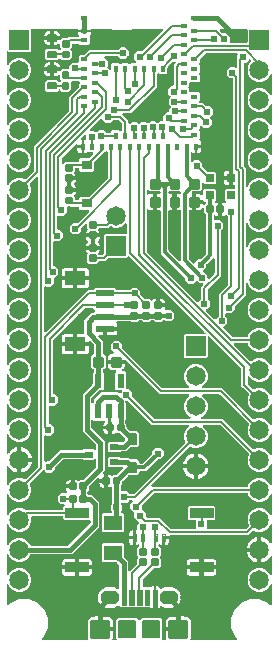
<source format=gbr>
G04 EAGLE Gerber RS-274X export*
G75*
%MOMM*%
%FSLAX34Y34*%
%LPD*%
%INTop Copper*%
%IPPOS*%
%AMOC8*
5,1,8,0,0,1.08239X$1,22.5*%
G01*
%ADD10C,0.317500*%
%ADD11C,0.222250*%
%ADD12C,0.200000*%
%ADD13R,1.524000X1.270000*%
%ADD14C,0.040638*%
%ADD15C,0.309878*%
%ADD16C,0.812800*%
%ADD17C,0.152400*%
%ADD18R,1.550000X0.600000*%
%ADD19R,1.800000X1.200000*%
%ADD20R,2.000000X0.870000*%
%ADD21R,0.600000X0.400000*%
%ADD22R,0.400000X0.600000*%
%ADD23R,0.800000X0.500000*%
%ADD24R,0.600000X1.200000*%
%ADD25R,0.900000X0.762000*%
%ADD26R,0.700000X0.700000*%
%ADD27C,0.100000*%
%ADD28C,0.158750*%
%ADD29R,1.651000X1.651000*%
%ADD30C,1.651000*%
%ADD31C,0.609600*%
%ADD32C,0.381000*%
%ADD33C,0.177800*%
%ADD34C,0.304800*%
%ADD35C,0.203200*%

G36*
X73554Y5218D02*
X73554Y5218D01*
X73623Y5218D01*
X73685Y5238D01*
X73749Y5248D01*
X73811Y5277D01*
X73877Y5298D01*
X73930Y5335D01*
X73988Y5363D01*
X74039Y5410D01*
X74095Y5449D01*
X74135Y5500D01*
X74183Y5545D01*
X74217Y5604D01*
X74259Y5658D01*
X74283Y5719D01*
X74315Y5775D01*
X74330Y5842D01*
X74354Y5907D01*
X74358Y5972D01*
X74373Y6035D01*
X74367Y6103D01*
X74371Y6172D01*
X74358Y6215D01*
X74351Y6300D01*
X74260Y6527D01*
X74256Y6540D01*
X74063Y6874D01*
X73784Y7914D01*
X73784Y13225D01*
X73826Y13299D01*
X73883Y13384D01*
X73889Y13408D01*
X73907Y13440D01*
X73965Y13700D01*
X73962Y13738D01*
X73967Y13761D01*
X73967Y13817D01*
X74172Y14310D01*
X74177Y14330D01*
X74187Y14349D01*
X74208Y14459D01*
X74235Y14568D01*
X74234Y14589D01*
X74238Y14610D01*
X74230Y14655D01*
X74220Y14834D01*
X74180Y14939D01*
X74172Y14990D01*
X73967Y15483D01*
X73967Y15539D01*
X73952Y15640D01*
X73944Y15743D01*
X73932Y15771D01*
X73927Y15802D01*
X73883Y15894D01*
X73845Y15989D01*
X73825Y16013D01*
X73812Y16041D01*
X73784Y16070D01*
X73784Y21386D01*
X74063Y22426D01*
X74601Y23359D01*
X75363Y24121D01*
X76296Y24659D01*
X77336Y24938D01*
X78653Y24938D01*
X78916Y24978D01*
X78963Y25000D01*
X78993Y25005D01*
X80841Y25771D01*
X84255Y25771D01*
X86103Y25005D01*
X86361Y24942D01*
X86412Y24944D01*
X86443Y24938D01*
X91824Y24938D01*
X92864Y24659D01*
X93797Y24121D01*
X94559Y23359D01*
X95097Y22426D01*
X95376Y21386D01*
X95376Y16427D01*
X92017Y16427D01*
X91915Y16412D01*
X91813Y16403D01*
X91785Y16392D01*
X91754Y16387D01*
X91662Y16343D01*
X91566Y16304D01*
X91543Y16285D01*
X91515Y16272D01*
X91440Y16202D01*
X91360Y16137D01*
X91343Y16111D01*
X91321Y16090D01*
X91270Y16001D01*
X91213Y15916D01*
X91207Y15892D01*
X91189Y15859D01*
X91131Y15600D01*
X91134Y15562D01*
X91129Y15539D01*
X91129Y15483D01*
X90924Y14990D01*
X90919Y14970D01*
X90909Y14951D01*
X90888Y14841D01*
X90861Y14732D01*
X90862Y14711D01*
X90858Y14690D01*
X90866Y14645D01*
X90876Y14467D01*
X90915Y14361D01*
X90924Y14310D01*
X91129Y13817D01*
X91129Y13761D01*
X91144Y13660D01*
X91152Y13557D01*
X91164Y13529D01*
X91169Y13498D01*
X91213Y13406D01*
X91251Y13311D01*
X91271Y13287D01*
X91284Y13259D01*
X91354Y13184D01*
X91419Y13104D01*
X91445Y13087D01*
X91466Y13065D01*
X91555Y13014D01*
X91640Y12957D01*
X91664Y12951D01*
X91696Y12933D01*
X91956Y12875D01*
X91994Y12878D01*
X92017Y12873D01*
X95376Y12873D01*
X95376Y7914D01*
X95097Y6874D01*
X94904Y6540D01*
X94879Y6476D01*
X94845Y6417D01*
X94831Y6353D01*
X94807Y6293D01*
X94802Y6224D01*
X94787Y6157D01*
X94793Y6092D01*
X94788Y6028D01*
X94804Y5961D01*
X94809Y5892D01*
X94833Y5832D01*
X94848Y5769D01*
X94882Y5709D01*
X94908Y5645D01*
X94949Y5595D01*
X94982Y5539D01*
X95032Y5492D01*
X95076Y5439D01*
X95130Y5403D01*
X95178Y5359D01*
X95240Y5330D01*
X95297Y5292D01*
X95341Y5282D01*
X95418Y5245D01*
X95660Y5211D01*
X95674Y5208D01*
X97429Y5208D01*
X97480Y5215D01*
X97531Y5214D01*
X97611Y5235D01*
X97692Y5248D01*
X97738Y5270D01*
X97788Y5284D01*
X97857Y5328D01*
X97931Y5363D01*
X97969Y5399D01*
X98012Y5426D01*
X98065Y5489D01*
X98125Y5545D01*
X98151Y5589D01*
X98184Y5629D01*
X98216Y5704D01*
X98257Y5775D01*
X98268Y5826D01*
X98289Y5873D01*
X98297Y5955D01*
X98315Y6035D01*
X98311Y6086D01*
X98316Y6138D01*
X98300Y6218D01*
X98293Y6300D01*
X98274Y6348D01*
X98264Y6398D01*
X98236Y6442D01*
X98194Y6547D01*
X98081Y6686D01*
X98057Y6724D01*
X98041Y6740D01*
X98041Y22560D01*
X99530Y24049D01*
X115350Y24049D01*
X116972Y22427D01*
X117055Y22366D01*
X117133Y22300D01*
X117161Y22288D01*
X117186Y22269D01*
X117283Y22236D01*
X117377Y22195D01*
X117408Y22192D01*
X117437Y22182D01*
X117539Y22179D01*
X117642Y22168D01*
X117672Y22174D01*
X117703Y22173D01*
X117802Y22200D01*
X117902Y22220D01*
X117922Y22233D01*
X117959Y22243D01*
X118183Y22385D01*
X118208Y22414D01*
X118228Y22427D01*
X119850Y24049D01*
X135670Y24049D01*
X137159Y22560D01*
X137159Y6740D01*
X137143Y6724D01*
X137113Y6683D01*
X137075Y6647D01*
X137034Y6576D01*
X136985Y6510D01*
X136969Y6461D01*
X136943Y6417D01*
X136925Y6337D01*
X136898Y6259D01*
X136896Y6207D01*
X136885Y6157D01*
X136892Y6075D01*
X136889Y5993D01*
X136903Y5944D01*
X136907Y5892D01*
X136937Y5816D01*
X136959Y5737D01*
X136986Y5693D01*
X137006Y5645D01*
X137057Y5582D01*
X137101Y5513D01*
X137141Y5479D01*
X137173Y5439D01*
X137242Y5394D01*
X137304Y5341D01*
X137351Y5320D01*
X137394Y5292D01*
X137445Y5280D01*
X137548Y5236D01*
X137727Y5218D01*
X137771Y5208D01*
X139526Y5208D01*
X139594Y5218D01*
X139663Y5218D01*
X139725Y5238D01*
X139789Y5248D01*
X139851Y5277D01*
X139917Y5298D01*
X139970Y5335D01*
X140028Y5363D01*
X140079Y5410D01*
X140135Y5449D01*
X140175Y5500D01*
X140223Y5545D01*
X140257Y5604D01*
X140299Y5658D01*
X140323Y5719D01*
X140355Y5775D01*
X140370Y5842D01*
X140394Y5907D01*
X140398Y5972D01*
X140413Y6035D01*
X140407Y6103D01*
X140411Y6172D01*
X140398Y6215D01*
X140391Y6300D01*
X140300Y6527D01*
X140296Y6540D01*
X140103Y6874D01*
X139824Y7914D01*
X139824Y12873D01*
X143183Y12873D01*
X143285Y12888D01*
X143387Y12897D01*
X143415Y12908D01*
X143446Y12913D01*
X143538Y12957D01*
X143634Y12996D01*
X143657Y13015D01*
X143685Y13028D01*
X143760Y13098D01*
X143840Y13163D01*
X143857Y13189D01*
X143879Y13210D01*
X143930Y13299D01*
X143987Y13384D01*
X143993Y13408D01*
X144011Y13440D01*
X144069Y13700D01*
X144066Y13738D01*
X144071Y13761D01*
X144071Y13817D01*
X144276Y14310D01*
X144281Y14330D01*
X144291Y14349D01*
X144312Y14459D01*
X144339Y14568D01*
X144338Y14589D01*
X144342Y14610D01*
X144334Y14655D01*
X144324Y14834D01*
X144284Y14939D01*
X144276Y14990D01*
X144071Y15483D01*
X144071Y15539D01*
X144056Y15640D01*
X144048Y15743D01*
X144036Y15771D01*
X144031Y15802D01*
X143987Y15894D01*
X143949Y15989D01*
X143929Y16013D01*
X143916Y16041D01*
X143846Y16116D01*
X143781Y16196D01*
X143755Y16213D01*
X143734Y16235D01*
X143645Y16286D01*
X143560Y16343D01*
X143536Y16348D01*
X143504Y16367D01*
X143244Y16425D01*
X143206Y16422D01*
X143183Y16427D01*
X139824Y16427D01*
X139824Y21386D01*
X140103Y22426D01*
X140641Y23359D01*
X141403Y24121D01*
X142336Y24659D01*
X143376Y24938D01*
X148757Y24938D01*
X149020Y24978D01*
X149067Y25000D01*
X149097Y25005D01*
X150945Y25771D01*
X154359Y25771D01*
X156207Y25005D01*
X156465Y24942D01*
X156516Y24944D01*
X156547Y24938D01*
X157864Y24938D01*
X158904Y24659D01*
X159837Y24121D01*
X160599Y23359D01*
X161137Y22426D01*
X161416Y21386D01*
X161416Y16075D01*
X161374Y16001D01*
X161317Y15916D01*
X161311Y15892D01*
X161293Y15859D01*
X161235Y15600D01*
X161238Y15562D01*
X161233Y15539D01*
X161233Y15483D01*
X161028Y14990D01*
X161023Y14970D01*
X161013Y14951D01*
X160992Y14841D01*
X160965Y14732D01*
X160966Y14711D01*
X160962Y14690D01*
X160970Y14645D01*
X160980Y14467D01*
X161019Y14361D01*
X161028Y14310D01*
X161233Y13817D01*
X161233Y13761D01*
X161248Y13660D01*
X161256Y13557D01*
X161268Y13529D01*
X161273Y13498D01*
X161317Y13406D01*
X161355Y13311D01*
X161375Y13287D01*
X161388Y13259D01*
X161416Y13229D01*
X161416Y7914D01*
X161137Y6874D01*
X160944Y6540D01*
X160919Y6476D01*
X160885Y6417D01*
X160871Y6353D01*
X160847Y6293D01*
X160842Y6224D01*
X160827Y6157D01*
X160833Y6092D01*
X160828Y6028D01*
X160844Y5961D01*
X160849Y5892D01*
X160873Y5832D01*
X160888Y5769D01*
X160922Y5709D01*
X160948Y5645D01*
X160989Y5595D01*
X161022Y5539D01*
X161072Y5492D01*
X161116Y5439D01*
X161170Y5403D01*
X161218Y5359D01*
X161280Y5330D01*
X161337Y5292D01*
X161381Y5282D01*
X161458Y5245D01*
X161700Y5211D01*
X161714Y5208D01*
X199449Y5208D01*
X199500Y5215D01*
X199552Y5214D01*
X199631Y5235D01*
X199712Y5248D01*
X199759Y5270D01*
X199809Y5284D01*
X199878Y5328D01*
X199952Y5363D01*
X199989Y5398D01*
X200033Y5426D01*
X200086Y5489D01*
X200146Y5545D01*
X200171Y5589D01*
X200205Y5629D01*
X200237Y5704D01*
X200278Y5775D01*
X200289Y5826D01*
X200309Y5873D01*
X200318Y5955D01*
X200336Y6035D01*
X200331Y6086D01*
X200337Y6138D01*
X200321Y6218D01*
X200314Y6300D01*
X200295Y6348D01*
X200285Y6398D01*
X200257Y6442D01*
X200215Y6547D01*
X200102Y6686D01*
X200078Y6724D01*
X198176Y8625D01*
X195119Y16006D01*
X195119Y23994D01*
X198176Y31375D01*
X203825Y37024D01*
X211206Y40081D01*
X219194Y40081D01*
X226575Y37024D01*
X228476Y35122D01*
X228517Y35092D01*
X228553Y35054D01*
X228624Y35013D01*
X228690Y34965D01*
X228739Y34948D01*
X228783Y34922D01*
X228863Y34904D01*
X228941Y34877D01*
X228993Y34876D01*
X229043Y34864D01*
X229125Y34871D01*
X229207Y34868D01*
X229256Y34882D01*
X229308Y34886D01*
X229384Y34917D01*
X229463Y34938D01*
X229507Y34966D01*
X229555Y34985D01*
X229618Y35037D01*
X229687Y35081D01*
X229721Y35120D01*
X229761Y35153D01*
X229806Y35221D01*
X229859Y35283D01*
X229880Y35331D01*
X229908Y35374D01*
X229920Y35424D01*
X229964Y35528D01*
X229982Y35706D01*
X229992Y35751D01*
X229992Y51770D01*
X229978Y51861D01*
X229973Y51953D01*
X229959Y51992D01*
X229952Y52033D01*
X229912Y52116D01*
X229880Y52202D01*
X229855Y52235D01*
X229837Y52272D01*
X229774Y52340D01*
X229717Y52413D01*
X229684Y52436D01*
X229655Y52466D01*
X229575Y52512D01*
X229500Y52565D01*
X229460Y52578D01*
X229425Y52598D01*
X229335Y52618D01*
X229247Y52647D01*
X229205Y52647D01*
X229165Y52656D01*
X229073Y52649D01*
X228981Y52650D01*
X228941Y52638D01*
X228900Y52634D01*
X228815Y52600D01*
X228726Y52574D01*
X228692Y52551D01*
X228653Y52535D01*
X228582Y52477D01*
X228505Y52426D01*
X228487Y52400D01*
X228447Y52368D01*
X228300Y52147D01*
X228295Y52127D01*
X228283Y52110D01*
X227706Y50716D01*
X224884Y47894D01*
X221196Y46366D01*
X217204Y46366D01*
X213516Y47894D01*
X210694Y50716D01*
X209166Y54404D01*
X209166Y58396D01*
X210694Y62084D01*
X213516Y64906D01*
X217204Y66434D01*
X221196Y66434D01*
X224884Y64906D01*
X227706Y62084D01*
X228283Y60690D01*
X228331Y60611D01*
X228371Y60528D01*
X228399Y60498D01*
X228421Y60463D01*
X228490Y60401D01*
X228553Y60334D01*
X228588Y60313D01*
X228619Y60286D01*
X228703Y60247D01*
X228783Y60202D01*
X228824Y60193D01*
X228861Y60176D01*
X228953Y60164D01*
X229043Y60144D01*
X229084Y60147D01*
X229125Y60142D01*
X229216Y60158D01*
X229308Y60166D01*
X229346Y60181D01*
X229387Y60188D01*
X229469Y60230D01*
X229555Y60265D01*
X229587Y60291D01*
X229623Y60309D01*
X229689Y60374D01*
X229761Y60432D01*
X229784Y60466D01*
X229813Y60495D01*
X229857Y60576D01*
X229908Y60653D01*
X229915Y60684D01*
X229940Y60729D01*
X229991Y60990D01*
X229988Y61010D01*
X229992Y61030D01*
X229992Y75554D01*
X229974Y75673D01*
X229959Y75793D01*
X229954Y75804D01*
X229952Y75817D01*
X229900Y75926D01*
X229850Y76036D01*
X229842Y76045D01*
X229837Y76056D01*
X229754Y76145D01*
X229674Y76235D01*
X229664Y76241D01*
X229655Y76250D01*
X229551Y76310D01*
X229447Y76373D01*
X229435Y76376D01*
X229425Y76382D01*
X229307Y76408D01*
X229189Y76438D01*
X229177Y76437D01*
X229165Y76440D01*
X229044Y76430D01*
X228924Y76424D01*
X228912Y76419D01*
X228900Y76418D01*
X228788Y76373D01*
X228675Y76331D01*
X228667Y76325D01*
X228653Y76319D01*
X228447Y76152D01*
X228413Y76100D01*
X228385Y76076D01*
X227435Y74767D01*
X226233Y73565D01*
X224858Y72567D01*
X223344Y71795D01*
X221728Y71270D01*
X220977Y71151D01*
X220977Y80911D01*
X220962Y81012D01*
X220953Y81115D01*
X220942Y81143D01*
X220937Y81174D01*
X220893Y81266D01*
X220854Y81361D01*
X220835Y81385D01*
X220822Y81413D01*
X220752Y81488D01*
X220687Y81568D01*
X220661Y81585D01*
X220640Y81607D01*
X220551Y81658D01*
X220466Y81715D01*
X220442Y81720D01*
X220410Y81739D01*
X220150Y81797D01*
X220112Y81794D01*
X220089Y81799D01*
X219199Y81799D01*
X219199Y81801D01*
X220089Y81801D01*
X220190Y81816D01*
X220293Y81825D01*
X220321Y81836D01*
X220352Y81841D01*
X220444Y81885D01*
X220539Y81924D01*
X220563Y81943D01*
X220591Y81956D01*
X220666Y82026D01*
X220746Y82091D01*
X220763Y82117D01*
X220785Y82138D01*
X220836Y82227D01*
X220893Y82312D01*
X220899Y82336D01*
X220917Y82369D01*
X220975Y82628D01*
X220972Y82666D01*
X220977Y82689D01*
X220977Y92449D01*
X221728Y92330D01*
X223344Y91805D01*
X224858Y91033D01*
X226233Y90035D01*
X227435Y88833D01*
X228385Y87524D01*
X228470Y87438D01*
X228553Y87350D01*
X228563Y87344D01*
X228572Y87335D01*
X228679Y87278D01*
X228783Y87218D01*
X228795Y87215D01*
X228806Y87209D01*
X228925Y87186D01*
X229043Y87160D01*
X229055Y87161D01*
X229067Y87159D01*
X229187Y87172D01*
X229308Y87182D01*
X229319Y87186D01*
X229332Y87188D01*
X229442Y87236D01*
X229555Y87281D01*
X229564Y87289D01*
X229575Y87293D01*
X229667Y87372D01*
X229761Y87448D01*
X229768Y87459D01*
X229777Y87467D01*
X229841Y87569D01*
X229908Y87669D01*
X229911Y87679D01*
X229918Y87692D01*
X229987Y87949D01*
X229984Y88011D01*
X229992Y88046D01*
X229992Y102570D01*
X229978Y102661D01*
X229973Y102753D01*
X229959Y102792D01*
X229952Y102833D01*
X229912Y102916D01*
X229880Y103002D01*
X229855Y103035D01*
X229837Y103072D01*
X229774Y103140D01*
X229717Y103213D01*
X229684Y103236D01*
X229655Y103266D01*
X229575Y103312D01*
X229500Y103365D01*
X229460Y103378D01*
X229425Y103398D01*
X229335Y103418D01*
X229247Y103447D01*
X229205Y103447D01*
X229165Y103456D01*
X229073Y103449D01*
X228981Y103450D01*
X228941Y103438D01*
X228900Y103434D01*
X228815Y103400D01*
X228726Y103374D01*
X228692Y103351D01*
X228653Y103335D01*
X228582Y103277D01*
X228505Y103226D01*
X228487Y103200D01*
X228447Y103168D01*
X228300Y102947D01*
X228295Y102927D01*
X228283Y102910D01*
X227706Y101516D01*
X224884Y98694D01*
X221196Y97166D01*
X217204Y97166D01*
X214737Y98188D01*
X214677Y98203D01*
X214619Y98228D01*
X214548Y98235D01*
X214479Y98252D01*
X214417Y98249D01*
X214355Y98255D01*
X214285Y98241D01*
X214213Y98237D01*
X214155Y98215D01*
X214094Y98203D01*
X214054Y98177D01*
X213964Y98144D01*
X213795Y98013D01*
X213769Y97996D01*
X209879Y94106D01*
X143549Y94106D01*
X143447Y94091D01*
X143345Y94083D01*
X143317Y94071D01*
X143286Y94066D01*
X143194Y94022D01*
X143098Y93984D01*
X143075Y93964D01*
X143047Y93951D01*
X142972Y93881D01*
X142892Y93816D01*
X142875Y93790D01*
X142853Y93769D01*
X142802Y93680D01*
X142745Y93595D01*
X142739Y93571D01*
X142721Y93539D01*
X142663Y93279D01*
X142666Y93241D01*
X142661Y93218D01*
X142661Y93201D01*
X138231Y93201D01*
X138130Y93186D01*
X138027Y93178D01*
X137999Y93166D01*
X137968Y93161D01*
X137876Y93117D01*
X137781Y93079D01*
X137757Y93059D01*
X137729Y93046D01*
X137654Y92976D01*
X137574Y92911D01*
X137557Y92885D01*
X137535Y92864D01*
X137513Y92827D01*
X137507Y92824D01*
X137432Y92753D01*
X137352Y92689D01*
X137335Y92663D01*
X137313Y92642D01*
X137262Y92553D01*
X137205Y92468D01*
X137199Y92444D01*
X137181Y92411D01*
X137123Y92152D01*
X137126Y92114D01*
X137121Y92091D01*
X137121Y86161D01*
X136220Y86161D01*
X135446Y86369D01*
X135064Y86589D01*
X135000Y86614D01*
X134941Y86648D01*
X134877Y86662D01*
X134817Y86686D01*
X134748Y86691D01*
X134681Y86706D01*
X134616Y86701D01*
X134552Y86706D01*
X134485Y86690D01*
X134416Y86684D01*
X134356Y86660D01*
X134293Y86646D01*
X134233Y86611D01*
X134169Y86585D01*
X134119Y86544D01*
X134063Y86512D01*
X134016Y86461D01*
X133963Y86418D01*
X133927Y86364D01*
X133883Y86316D01*
X133854Y86254D01*
X133816Y86197D01*
X133806Y86153D01*
X133769Y86076D01*
X133735Y85834D01*
X133732Y85820D01*
X133732Y85773D01*
X133735Y85752D01*
X133733Y85731D01*
X133755Y85621D01*
X133772Y85510D01*
X133781Y85491D01*
X133785Y85470D01*
X133809Y85432D01*
X133887Y85271D01*
X133964Y85188D01*
X133992Y85145D01*
X136018Y83119D01*
X136018Y77155D01*
X135183Y76320D01*
X135122Y76237D01*
X135055Y76159D01*
X135043Y76131D01*
X135025Y76106D01*
X134991Y76009D01*
X134951Y75915D01*
X134948Y75884D01*
X134938Y75855D01*
X134934Y75753D01*
X134923Y75650D01*
X134929Y75620D01*
X134928Y75589D01*
X134955Y75490D01*
X134976Y75390D01*
X134988Y75370D01*
X134998Y75333D01*
X135141Y75109D01*
X135170Y75084D01*
X135183Y75064D01*
X136018Y74229D01*
X136018Y68265D01*
X134046Y66293D01*
X130251Y66293D01*
X130230Y66290D01*
X130209Y66292D01*
X130099Y66270D01*
X129988Y66253D01*
X129969Y66244D01*
X129949Y66240D01*
X129910Y66216D01*
X129749Y66138D01*
X129666Y66061D01*
X129623Y66033D01*
X120528Y56938D01*
X120515Y56921D01*
X120499Y56908D01*
X120437Y56814D01*
X120370Y56724D01*
X120363Y56704D01*
X120352Y56687D01*
X120342Y56642D01*
X120283Y56473D01*
X120279Y56360D01*
X120268Y56310D01*
X120268Y50942D01*
X120275Y50890D01*
X120274Y50839D01*
X120295Y50760D01*
X120308Y50679D01*
X120330Y50632D01*
X120344Y50582D01*
X120388Y50513D01*
X120423Y50439D01*
X120459Y50402D01*
X120486Y50358D01*
X120549Y50305D01*
X120605Y50245D01*
X120650Y50219D01*
X120689Y50186D01*
X120764Y50154D01*
X120835Y50113D01*
X120886Y50102D01*
X120934Y50082D01*
X121015Y50073D01*
X121095Y50055D01*
X121147Y50060D01*
X121198Y50054D01*
X121278Y50070D01*
X121360Y50077D01*
X121376Y50084D01*
X126713Y50084D01*
X126733Y50087D01*
X126754Y50085D01*
X126865Y50107D01*
X126976Y50124D01*
X126994Y50133D01*
X127015Y50137D01*
X127054Y50161D01*
X127215Y50239D01*
X127249Y50271D01*
X127920Y50659D01*
X128618Y50846D01*
X129793Y50846D01*
X129793Y41701D01*
X129808Y41600D01*
X129810Y41576D01*
X129795Y41508D01*
X129798Y41470D01*
X129793Y41447D01*
X129793Y32302D01*
X128618Y32302D01*
X127920Y32489D01*
X127219Y32894D01*
X127217Y32895D01*
X127127Y32962D01*
X127107Y32969D01*
X127090Y32980D01*
X127045Y32990D01*
X126876Y33049D01*
X126763Y33053D01*
X126713Y33064D01*
X121554Y33064D01*
X121530Y33088D01*
X121447Y33149D01*
X121369Y33216D01*
X121341Y33228D01*
X121316Y33246D01*
X121219Y33280D01*
X121125Y33320D01*
X121094Y33323D01*
X121065Y33334D01*
X120962Y33337D01*
X120860Y33348D01*
X120830Y33342D01*
X120799Y33343D01*
X120700Y33316D01*
X120600Y33296D01*
X120580Y33283D01*
X120543Y33273D01*
X120319Y33130D01*
X120294Y33101D01*
X120274Y33088D01*
X120250Y33064D01*
X114950Y33064D01*
X114926Y33088D01*
X114843Y33149D01*
X114765Y33216D01*
X114737Y33228D01*
X114712Y33246D01*
X114615Y33280D01*
X114521Y33320D01*
X114490Y33323D01*
X114461Y33334D01*
X114358Y33337D01*
X114256Y33348D01*
X114226Y33342D01*
X114195Y33343D01*
X114096Y33316D01*
X113996Y33296D01*
X113976Y33283D01*
X113939Y33273D01*
X113715Y33130D01*
X113690Y33101D01*
X113670Y33088D01*
X113646Y33064D01*
X108346Y33064D01*
X108322Y33088D01*
X108239Y33149D01*
X108161Y33216D01*
X108133Y33228D01*
X108108Y33246D01*
X108011Y33280D01*
X107917Y33320D01*
X107886Y33323D01*
X107857Y33334D01*
X107754Y33337D01*
X107652Y33348D01*
X107622Y33342D01*
X107591Y33343D01*
X107492Y33316D01*
X107392Y33296D01*
X107372Y33283D01*
X107335Y33273D01*
X107111Y33130D01*
X107086Y33101D01*
X107066Y33088D01*
X107042Y33064D01*
X101742Y33064D01*
X100321Y34485D01*
X100312Y34492D01*
X100244Y34564D01*
X100235Y34570D01*
X100228Y34577D01*
X100120Y34636D01*
X100109Y34642D01*
X100107Y34643D01*
X100106Y34644D01*
X100014Y34696D01*
X100003Y34699D01*
X99994Y34704D01*
X99874Y34728D01*
X99754Y34754D01*
X99743Y34753D01*
X99733Y34755D01*
X99702Y34750D01*
X99489Y34733D01*
X99400Y34697D01*
X99353Y34689D01*
X99302Y34667D01*
X99252Y34638D01*
X99242Y34634D01*
X99233Y34626D01*
X99074Y34530D01*
X99040Y34492D01*
X99014Y34475D01*
X98839Y34300D01*
X95685Y32993D01*
X89731Y32993D01*
X86577Y34300D01*
X86402Y34475D01*
X86188Y34633D01*
X86139Y34650D01*
X86114Y34668D01*
X86024Y34705D01*
X84942Y35428D01*
X84022Y36348D01*
X83299Y37430D01*
X82801Y38631D01*
X82547Y39907D01*
X82547Y40023D01*
X82626Y40087D01*
X82643Y40113D01*
X82665Y40134D01*
X82716Y40223D01*
X82773Y40308D01*
X82779Y40332D01*
X82797Y40364D01*
X82855Y40624D01*
X82852Y40662D01*
X82857Y40685D01*
X82857Y42463D01*
X82842Y42564D01*
X82834Y42667D01*
X82822Y42695D01*
X82817Y42726D01*
X82773Y42818D01*
X82735Y42913D01*
X82715Y42937D01*
X82702Y42965D01*
X82632Y43040D01*
X82567Y43120D01*
X82547Y43133D01*
X82547Y43241D01*
X82801Y44517D01*
X83299Y45718D01*
X84022Y46800D01*
X84942Y47720D01*
X86024Y48443D01*
X86114Y48480D01*
X86341Y48618D01*
X86376Y48656D01*
X86402Y48673D01*
X86577Y48848D01*
X89731Y50155D01*
X95685Y50155D01*
X98839Y48848D01*
X99014Y48673D01*
X99228Y48515D01*
X99276Y48498D01*
X99302Y48481D01*
X99353Y48459D01*
X99363Y48457D01*
X99372Y48452D01*
X99492Y48425D01*
X99611Y48396D01*
X99621Y48396D01*
X99632Y48394D01*
X99754Y48404D01*
X99876Y48411D01*
X99886Y48415D01*
X99897Y48415D01*
X100011Y48461D01*
X100125Y48504D01*
X100134Y48510D01*
X100144Y48514D01*
X100239Y48592D01*
X100336Y48667D01*
X100342Y48675D01*
X100350Y48682D01*
X100369Y48710D01*
X100448Y48789D01*
X100460Y48806D01*
X100477Y48820D01*
X100539Y48913D01*
X100606Y49003D01*
X100613Y49023D01*
X100624Y49041D01*
X100634Y49086D01*
X100693Y49254D01*
X100697Y49367D01*
X100708Y49418D01*
X100708Y68720D01*
X100705Y68741D01*
X100707Y68762D01*
X100685Y68872D01*
X100668Y68983D01*
X100659Y69002D01*
X100655Y69023D01*
X100631Y69061D01*
X100553Y69222D01*
X100476Y69305D01*
X100448Y69348D01*
X98683Y71113D01*
X98666Y71126D01*
X98653Y71142D01*
X98560Y71204D01*
X98469Y71271D01*
X98450Y71278D01*
X98432Y71289D01*
X98387Y71299D01*
X98218Y71358D01*
X98106Y71362D01*
X98055Y71373D01*
X87147Y71373D01*
X86105Y72415D01*
X86105Y86589D01*
X87147Y87631D01*
X103861Y87631D01*
X104903Y86589D01*
X104903Y75681D01*
X104906Y75660D01*
X104904Y75639D01*
X104926Y75529D01*
X104943Y75418D01*
X104952Y75399D01*
X104956Y75378D01*
X104980Y75340D01*
X105058Y75179D01*
X105135Y75096D01*
X105163Y75053D01*
X108076Y72140D01*
X108076Y64844D01*
X108083Y64793D01*
X108082Y64741D01*
X108103Y64662D01*
X108116Y64581D01*
X108138Y64535D01*
X108152Y64485D01*
X108196Y64416D01*
X108231Y64342D01*
X108266Y64304D01*
X108294Y64260D01*
X108357Y64207D01*
X108413Y64147D01*
X108457Y64122D01*
X108497Y64088D01*
X108572Y64056D01*
X108643Y64016D01*
X108694Y64004D01*
X108741Y63984D01*
X108823Y63976D01*
X108903Y63958D01*
X108954Y63962D01*
X109006Y63957D01*
X109086Y63973D01*
X109168Y63979D01*
X109216Y63999D01*
X109266Y64009D01*
X109310Y64036D01*
X109415Y64078D01*
X109554Y64191D01*
X109592Y64216D01*
X115182Y69806D01*
X115195Y69823D01*
X115211Y69836D01*
X115273Y69930D01*
X115340Y70020D01*
X115347Y70040D01*
X115358Y70057D01*
X115368Y70102D01*
X115427Y70271D01*
X115431Y70384D01*
X115442Y70434D01*
X115442Y74229D01*
X116277Y75064D01*
X116338Y75147D01*
X116405Y75225D01*
X116417Y75253D01*
X116435Y75278D01*
X116469Y75375D01*
X116509Y75469D01*
X116512Y75500D01*
X116522Y75529D01*
X116526Y75632D01*
X116537Y75734D01*
X116531Y75764D01*
X116532Y75795D01*
X116505Y75894D01*
X116484Y75994D01*
X116472Y76015D01*
X116462Y76051D01*
X116319Y76275D01*
X116290Y76300D01*
X116277Y76320D01*
X115442Y77155D01*
X115442Y83119D01*
X117412Y85089D01*
X117425Y85106D01*
X117441Y85119D01*
X117503Y85212D01*
X117570Y85303D01*
X117577Y85322D01*
X117588Y85340D01*
X117598Y85384D01*
X117657Y85554D01*
X117661Y85651D01*
X117663Y85658D01*
X117663Y85674D01*
X117672Y85717D01*
X117672Y85788D01*
X117662Y85855D01*
X117662Y85924D01*
X117642Y85986D01*
X117632Y86050D01*
X117603Y86112D01*
X117582Y86178D01*
X117545Y86231D01*
X117517Y86290D01*
X117470Y86340D01*
X117431Y86396D01*
X117380Y86436D01*
X117335Y86484D01*
X117276Y86518D01*
X117222Y86561D01*
X117161Y86584D01*
X117105Y86616D01*
X117038Y86631D01*
X116973Y86655D01*
X116909Y86660D01*
X116845Y86674D01*
X116777Y86668D01*
X116708Y86673D01*
X116665Y86659D01*
X116580Y86652D01*
X116353Y86561D01*
X116340Y86557D01*
X116014Y86368D01*
X115240Y86161D01*
X114339Y86161D01*
X114339Y92091D01*
X114324Y92192D01*
X114337Y92252D01*
X114334Y92290D01*
X114339Y92313D01*
X114339Y98243D01*
X114681Y98243D01*
X114783Y98258D01*
X114885Y98266D01*
X114913Y98278D01*
X114944Y98283D01*
X115036Y98327D01*
X115132Y98365D01*
X115155Y98385D01*
X115183Y98398D01*
X115258Y98468D01*
X115338Y98533D01*
X115355Y98559D01*
X115377Y98580D01*
X115428Y98669D01*
X115485Y98754D01*
X115491Y98778D01*
X115509Y98810D01*
X115567Y99070D01*
X115564Y99108D01*
X115569Y99131D01*
X115569Y102837D01*
X117133Y104401D01*
X117164Y104442D01*
X117201Y104478D01*
X117242Y104549D01*
X117291Y104615D01*
X117308Y104664D01*
X117333Y104708D01*
X117351Y104788D01*
X117378Y104866D01*
X117380Y104918D01*
X117391Y104968D01*
X117384Y105050D01*
X117387Y105132D01*
X117374Y105181D01*
X117369Y105233D01*
X117339Y105309D01*
X117317Y105388D01*
X117290Y105432D01*
X117270Y105480D01*
X117219Y105543D01*
X117175Y105612D01*
X117135Y105646D01*
X117103Y105686D01*
X117034Y105731D01*
X116972Y105784D01*
X116925Y105805D01*
X116882Y105833D01*
X116831Y105845D01*
X116728Y105889D01*
X116549Y105907D01*
X116505Y105917D01*
X116238Y105917D01*
X113410Y108745D01*
X113410Y112649D01*
X113395Y112751D01*
X113387Y112853D01*
X113375Y112881D01*
X113370Y112912D01*
X113326Y113004D01*
X113288Y113100D01*
X113268Y113123D01*
X113255Y113151D01*
X113185Y113226D01*
X113120Y113306D01*
X113094Y113323D01*
X113073Y113345D01*
X112984Y113396D01*
X112899Y113453D01*
X112875Y113459D01*
X112843Y113477D01*
X112713Y113506D01*
X109854Y116365D01*
X109854Y120363D01*
X111799Y122308D01*
X111830Y122349D01*
X111867Y122385D01*
X111908Y122456D01*
X111957Y122522D01*
X111974Y122571D01*
X111999Y122615D01*
X112017Y122695D01*
X112044Y122773D01*
X112046Y122825D01*
X112057Y122875D01*
X112050Y122957D01*
X112053Y123039D01*
X112040Y123088D01*
X112035Y123140D01*
X112005Y123216D01*
X111983Y123295D01*
X111956Y123339D01*
X111936Y123387D01*
X111885Y123450D01*
X111841Y123519D01*
X111801Y123553D01*
X111769Y123593D01*
X111700Y123638D01*
X111638Y123691D01*
X111591Y123712D01*
X111548Y123740D01*
X111497Y123752D01*
X111394Y123796D01*
X111215Y123814D01*
X111171Y123824D01*
X109428Y123824D01*
X109407Y123821D01*
X109387Y123823D01*
X109276Y123801D01*
X109165Y123784D01*
X109147Y123775D01*
X109126Y123771D01*
X109087Y123747D01*
X108926Y123669D01*
X108844Y123592D01*
X108800Y123564D01*
X106901Y121665D01*
X103205Y121665D01*
X103154Y121658D01*
X103103Y121659D01*
X103023Y121638D01*
X102942Y121625D01*
X102896Y121603D01*
X102846Y121589D01*
X102777Y121545D01*
X102703Y121510D01*
X102665Y121474D01*
X102622Y121447D01*
X102569Y121384D01*
X102509Y121328D01*
X102483Y121283D01*
X102450Y121244D01*
X102417Y121169D01*
X102377Y121098D01*
X102366Y121047D01*
X102345Y121000D01*
X102337Y120918D01*
X102319Y120838D01*
X102323Y120787D01*
X102318Y120735D01*
X102334Y120655D01*
X102341Y120573D01*
X102360Y120525D01*
X102370Y120475D01*
X102398Y120431D01*
X102440Y120326D01*
X102553Y120187D01*
X102577Y120149D01*
X102871Y119855D01*
X102871Y115857D01*
X101988Y114974D01*
X101975Y114957D01*
X101959Y114944D01*
X101897Y114850D01*
X101830Y114760D01*
X101823Y114740D01*
X101812Y114723D01*
X101802Y114678D01*
X101743Y114509D01*
X101739Y114396D01*
X101728Y114346D01*
X101728Y113919D01*
X101743Y113817D01*
X101751Y113715D01*
X101763Y113687D01*
X101768Y113656D01*
X101812Y113564D01*
X101850Y113468D01*
X101870Y113445D01*
X101883Y113417D01*
X101953Y113342D01*
X102018Y113262D01*
X102044Y113245D01*
X102065Y113223D01*
X102154Y113172D01*
X102239Y113115D01*
X102263Y113109D01*
X102295Y113091D01*
X102555Y113033D01*
X102593Y113036D01*
X102616Y113031D01*
X103861Y113031D01*
X104903Y111989D01*
X104903Y97815D01*
X103861Y96773D01*
X87147Y96773D01*
X86105Y97815D01*
X86105Y111989D01*
X87147Y113031D01*
X93472Y113031D01*
X93574Y113046D01*
X93676Y113054D01*
X93704Y113066D01*
X93735Y113071D01*
X93827Y113115D01*
X93923Y113153D01*
X93946Y113173D01*
X93974Y113186D01*
X94049Y113256D01*
X94129Y113321D01*
X94146Y113347D01*
X94168Y113368D01*
X94219Y113457D01*
X94276Y113542D01*
X94282Y113566D01*
X94300Y113598D01*
X94358Y113858D01*
X94355Y113896D01*
X94360Y113919D01*
X94360Y114346D01*
X94357Y114366D01*
X94359Y114387D01*
X94337Y114498D01*
X94320Y114609D01*
X94311Y114627D01*
X94307Y114648D01*
X94283Y114687D01*
X94205Y114848D01*
X94128Y114930D01*
X94100Y114974D01*
X93217Y115857D01*
X93217Y119855D01*
X94100Y120738D01*
X94113Y120755D01*
X94129Y120768D01*
X94191Y120862D01*
X94258Y120952D01*
X94265Y120972D01*
X94276Y120989D01*
X94286Y121034D01*
X94345Y121203D01*
X94349Y121316D01*
X94360Y121366D01*
X94360Y134331D01*
X94350Y134399D01*
X94350Y134468D01*
X94330Y134530D01*
X94320Y134594D01*
X94291Y134656D01*
X94270Y134721D01*
X94233Y134775D01*
X94205Y134833D01*
X94158Y134883D01*
X94119Y134940D01*
X94068Y134980D01*
X94023Y135028D01*
X93964Y135062D01*
X93910Y135104D01*
X93849Y135127D01*
X93793Y135159D01*
X93726Y135174D01*
X93661Y135199D01*
X93597Y135203D01*
X93533Y135217D01*
X93465Y135212D01*
X93396Y135216D01*
X93353Y135203D01*
X93268Y135196D01*
X93041Y135105D01*
X93028Y135100D01*
X92462Y134774D01*
X91412Y134492D01*
X90868Y134492D01*
X90868Y139509D01*
X90852Y139611D01*
X90844Y139713D01*
X90833Y139742D01*
X90828Y139772D01*
X90783Y139864D01*
X90745Y139960D01*
X90726Y139984D01*
X90712Y140011D01*
X90642Y140086D01*
X90577Y140166D01*
X90552Y140183D01*
X90531Y140206D01*
X90521Y140211D01*
X90557Y140244D01*
X90636Y140309D01*
X90653Y140334D01*
X90676Y140355D01*
X90727Y140444D01*
X90784Y140530D01*
X90789Y140553D01*
X90808Y140586D01*
X90866Y140846D01*
X90863Y140883D01*
X90868Y140907D01*
X90868Y145924D01*
X91412Y145924D01*
X92462Y145642D01*
X93403Y145099D01*
X93637Y144865D01*
X93720Y144804D01*
X93798Y144738D01*
X93826Y144726D01*
X93851Y144708D01*
X93948Y144674D01*
X94042Y144634D01*
X94073Y144631D01*
X94102Y144620D01*
X94204Y144617D01*
X94307Y144606D01*
X94337Y144612D01*
X94367Y144611D01*
X94466Y144638D01*
X94567Y144658D01*
X94587Y144671D01*
X94624Y144681D01*
X94848Y144824D01*
X94873Y144853D01*
X94893Y144865D01*
X95189Y145162D01*
X97547Y145162D01*
X97568Y145165D01*
X97589Y145163D01*
X97699Y145185D01*
X97810Y145202D01*
X97829Y145211D01*
X97850Y145215D01*
X97888Y145239D01*
X98049Y145317D01*
X98132Y145394D01*
X98175Y145422D01*
X103613Y150860D01*
X103644Y150901D01*
X103682Y150937D01*
X103722Y151008D01*
X103771Y151074D01*
X103788Y151123D01*
X103814Y151167D01*
X103831Y151247D01*
X103858Y151325D01*
X103860Y151377D01*
X103871Y151427D01*
X103865Y151509D01*
X103868Y151591D01*
X103854Y151640D01*
X103850Y151692D01*
X103819Y151768D01*
X103798Y151847D01*
X103770Y151891D01*
X103751Y151939D01*
X103699Y152002D01*
X103655Y152071D01*
X103616Y152105D01*
X103583Y152145D01*
X103515Y152190D01*
X103452Y152243D01*
X103405Y152264D01*
X103362Y152292D01*
X103312Y152304D01*
X103208Y152348D01*
X103030Y152366D01*
X102985Y152376D01*
X102220Y152376D01*
X102199Y152373D01*
X102178Y152375D01*
X102068Y152353D01*
X101957Y152336D01*
X101938Y152327D01*
X101917Y152323D01*
X101879Y152299D01*
X101718Y152221D01*
X101635Y152144D01*
X101592Y152116D01*
X101257Y151781D01*
X91783Y151781D01*
X90741Y152823D01*
X90741Y159297D01*
X91783Y160339D01*
X101257Y160339D01*
X101592Y160004D01*
X101599Y159998D01*
X101602Y159995D01*
X101610Y159989D01*
X101622Y159975D01*
X101715Y159913D01*
X101806Y159846D01*
X101825Y159839D01*
X101843Y159828D01*
X101887Y159818D01*
X102057Y159759D01*
X102169Y159755D01*
X102220Y159744D01*
X108548Y159744D01*
X109677Y158615D01*
X109694Y158602D01*
X109707Y158586D01*
X109800Y158524D01*
X109891Y158457D01*
X109910Y158450D01*
X109928Y158439D01*
X109973Y158429D01*
X110142Y158370D01*
X110254Y158366D01*
X110305Y158355D01*
X115657Y158355D01*
X117285Y156727D01*
X117285Y155767D01*
X117300Y155665D01*
X117308Y155563D01*
X117320Y155535D01*
X117325Y155504D01*
X117369Y155412D01*
X117407Y155316D01*
X117427Y155293D01*
X117440Y155265D01*
X117510Y155190D01*
X117575Y155110D01*
X117601Y155093D01*
X117622Y155071D01*
X117711Y155020D01*
X117796Y154963D01*
X117820Y154957D01*
X117852Y154939D01*
X118112Y154881D01*
X118150Y154884D01*
X118173Y154879D01*
X119868Y154879D01*
X119889Y154882D01*
X119910Y154880D01*
X120020Y154902D01*
X120131Y154919D01*
X120150Y154928D01*
X120170Y154932D01*
X120209Y154956D01*
X120370Y155034D01*
X120453Y155111D01*
X120496Y155139D01*
X128263Y162906D01*
X128276Y162923D01*
X128292Y162936D01*
X128354Y163030D01*
X128421Y163120D01*
X128428Y163140D01*
X128439Y163157D01*
X128449Y163202D01*
X128508Y163371D01*
X128512Y163484D01*
X128523Y163534D01*
X128523Y165321D01*
X131351Y168149D01*
X135349Y168149D01*
X138177Y165321D01*
X138177Y161323D01*
X135349Y158495D01*
X133562Y158495D01*
X133541Y158492D01*
X133520Y158494D01*
X133410Y158472D01*
X133299Y158455D01*
X133280Y158446D01*
X133260Y158442D01*
X133221Y158418D01*
X133060Y158340D01*
X132977Y158263D01*
X132934Y158235D01*
X122972Y148273D01*
X118173Y148273D01*
X118071Y148258D01*
X117969Y148250D01*
X117941Y148238D01*
X117910Y148233D01*
X117818Y148189D01*
X117722Y148151D01*
X117699Y148131D01*
X117671Y148118D01*
X117596Y148048D01*
X117516Y147983D01*
X117499Y147957D01*
X117477Y147936D01*
X117426Y147847D01*
X117369Y147762D01*
X117363Y147738D01*
X117345Y147706D01*
X117287Y147446D01*
X117290Y147408D01*
X117285Y147385D01*
X117285Y146425D01*
X115657Y144797D01*
X108338Y144797D01*
X108317Y144794D01*
X108296Y144796D01*
X108186Y144774D01*
X108075Y144757D01*
X108056Y144748D01*
X108035Y144744D01*
X107997Y144720D01*
X107836Y144642D01*
X107753Y144565D01*
X107710Y144537D01*
X103385Y140212D01*
X103372Y140195D01*
X103356Y140182D01*
X103294Y140089D01*
X103227Y139998D01*
X103220Y139979D01*
X103209Y139961D01*
X103199Y139917D01*
X103140Y139747D01*
X103136Y139635D01*
X103125Y139584D01*
X103125Y137226D01*
X101988Y136089D01*
X101975Y136072D01*
X101959Y136059D01*
X101897Y135966D01*
X101830Y135875D01*
X101823Y135856D01*
X101812Y135838D01*
X101802Y135794D01*
X101743Y135624D01*
X101739Y135512D01*
X101728Y135461D01*
X101728Y132207D01*
X101743Y132105D01*
X101751Y132003D01*
X101763Y131975D01*
X101768Y131944D01*
X101812Y131852D01*
X101850Y131756D01*
X101870Y131733D01*
X101883Y131705D01*
X101953Y131630D01*
X102018Y131550D01*
X102044Y131533D01*
X102065Y131511D01*
X102154Y131460D01*
X102239Y131403D01*
X102263Y131397D01*
X102295Y131379D01*
X102555Y131321D01*
X102593Y131324D01*
X102616Y131319D01*
X106901Y131319D01*
X108800Y129420D01*
X108817Y129407D01*
X108830Y129391D01*
X108924Y129329D01*
X109014Y129262D01*
X109034Y129255D01*
X109051Y129244D01*
X109096Y129234D01*
X109265Y129175D01*
X109378Y129171D01*
X109428Y129160D01*
X112319Y129160D01*
X112340Y129163D01*
X112361Y129161D01*
X112471Y129183D01*
X112582Y129200D01*
X112601Y129209D01*
X112621Y129213D01*
X112660Y129237D01*
X112821Y129315D01*
X112904Y129392D01*
X112947Y129420D01*
X156150Y172623D01*
X156187Y172673D01*
X156231Y172716D01*
X156265Y172779D01*
X156308Y172837D01*
X156328Y172895D01*
X156357Y172950D01*
X156371Y173020D01*
X156395Y173088D01*
X156397Y173150D01*
X156409Y173210D01*
X156401Y173258D01*
X156404Y173353D01*
X156348Y173560D01*
X156342Y173591D01*
X155320Y176058D01*
X155320Y180050D01*
X156848Y183738D01*
X159172Y186062D01*
X159203Y186103D01*
X159240Y186139D01*
X159281Y186210D01*
X159330Y186276D01*
X159347Y186325D01*
X159372Y186369D01*
X159390Y186449D01*
X159417Y186527D01*
X159419Y186579D01*
X159430Y186629D01*
X159424Y186711D01*
X159426Y186793D01*
X159413Y186842D01*
X159409Y186894D01*
X159378Y186970D01*
X159356Y187049D01*
X159329Y187093D01*
X159310Y187141D01*
X159258Y187204D01*
X159214Y187273D01*
X159175Y187307D01*
X159142Y187347D01*
X159074Y187392D01*
X159011Y187445D01*
X158964Y187466D01*
X158921Y187494D01*
X158870Y187506D01*
X158767Y187550D01*
X158588Y187568D01*
X158544Y187578D01*
X128181Y187578D01*
X107994Y207765D01*
X107977Y207778D01*
X107964Y207794D01*
X107870Y207856D01*
X107780Y207923D01*
X107760Y207930D01*
X107743Y207941D01*
X107698Y207951D01*
X107529Y208010D01*
X107416Y208014D01*
X107366Y208025D01*
X106367Y208025D01*
X106316Y208018D01*
X106264Y208019D01*
X106185Y207998D01*
X106104Y207985D01*
X106057Y207963D01*
X106008Y207949D01*
X105938Y207905D01*
X105865Y207870D01*
X105827Y207835D01*
X105783Y207807D01*
X105730Y207744D01*
X105670Y207688D01*
X105645Y207644D01*
X105611Y207604D01*
X105579Y207529D01*
X105538Y207458D01*
X105527Y207407D01*
X105507Y207360D01*
X105498Y207278D01*
X105480Y207198D01*
X105485Y207147D01*
X105479Y207095D01*
X105495Y207015D01*
X105502Y206933D01*
X105521Y206885D01*
X105531Y206835D01*
X105559Y206791D01*
X105601Y206686D01*
X105714Y206547D01*
X105739Y206509D01*
X106481Y205767D01*
X106481Y192293D01*
X105671Y191483D01*
X105658Y191467D01*
X105642Y191453D01*
X105619Y191419D01*
X105603Y191403D01*
X105570Y191347D01*
X105513Y191269D01*
X105506Y191250D01*
X105495Y191232D01*
X105488Y191203D01*
X105471Y191173D01*
X105455Y191102D01*
X105426Y191018D01*
X105424Y190963D01*
X105413Y190913D01*
X105416Y190878D01*
X105411Y190855D01*
X105411Y190040D01*
X105414Y190019D01*
X105412Y189998D01*
X105434Y189888D01*
X105451Y189777D01*
X105460Y189758D01*
X105464Y189737D01*
X105488Y189699D01*
X105566Y189538D01*
X105643Y189455D01*
X105671Y189412D01*
X106681Y188402D01*
X106681Y185979D01*
X106684Y185958D01*
X106682Y185937D01*
X106704Y185827D01*
X106721Y185716D01*
X106730Y185697D01*
X106734Y185676D01*
X106758Y185638D01*
X106836Y185477D01*
X106913Y185394D01*
X106941Y185351D01*
X109677Y182615D01*
X109694Y182602D01*
X109707Y182586D01*
X109800Y182524D01*
X109891Y182457D01*
X109910Y182450D01*
X109928Y182439D01*
X109973Y182429D01*
X110142Y182370D01*
X110254Y182366D01*
X110305Y182355D01*
X115657Y182355D01*
X117285Y180727D01*
X117285Y170425D01*
X115657Y168797D01*
X110305Y168797D01*
X110284Y168794D01*
X110263Y168796D01*
X110153Y168774D01*
X110042Y168757D01*
X110023Y168748D01*
X110002Y168744D01*
X109964Y168720D01*
X109803Y168642D01*
X109720Y168565D01*
X109677Y168537D01*
X106516Y165376D01*
X102220Y165376D01*
X102199Y165373D01*
X102178Y165375D01*
X102067Y165353D01*
X101957Y165336D01*
X101938Y165327D01*
X101917Y165323D01*
X101879Y165299D01*
X101718Y165221D01*
X101635Y165144D01*
X101592Y165116D01*
X101257Y164781D01*
X91783Y164781D01*
X90741Y165823D01*
X90741Y172297D01*
X91783Y173339D01*
X101257Y173339D01*
X101592Y173004D01*
X101608Y172992D01*
X101622Y172975D01*
X101715Y172913D01*
X101806Y172846D01*
X101825Y172839D01*
X101843Y172828D01*
X101887Y172818D01*
X102057Y172759D01*
X102169Y172755D01*
X102220Y172744D01*
X103096Y172744D01*
X103117Y172747D01*
X103138Y172745D01*
X103248Y172767D01*
X103359Y172784D01*
X103378Y172793D01*
X103399Y172797D01*
X103437Y172821D01*
X103598Y172899D01*
X103681Y172976D01*
X103724Y173004D01*
X105467Y174747D01*
X105480Y174764D01*
X105496Y174777D01*
X105558Y174870D01*
X105625Y174961D01*
X105632Y174980D01*
X105643Y174998D01*
X105653Y175043D01*
X105712Y175212D01*
X105716Y175324D01*
X105727Y175375D01*
X105727Y175777D01*
X105724Y175798D01*
X105726Y175819D01*
X105707Y175917D01*
X105704Y175956D01*
X105698Y175969D01*
X105687Y176040D01*
X105678Y176059D01*
X105674Y176080D01*
X105650Y176118D01*
X105572Y176279D01*
X105495Y176362D01*
X105467Y176405D01*
X101666Y180206D01*
X101649Y180219D01*
X101636Y180235D01*
X101543Y180297D01*
X101452Y180364D01*
X101433Y180371D01*
X101415Y180382D01*
X101370Y180392D01*
X101201Y180451D01*
X101089Y180455D01*
X101038Y180466D01*
X98745Y180466D01*
X98449Y180763D01*
X98366Y180823D01*
X98288Y180890D01*
X98260Y180902D01*
X98235Y180920D01*
X98138Y180954D01*
X98044Y180994D01*
X98013Y180997D01*
X97984Y181008D01*
X97881Y181011D01*
X97779Y181022D01*
X97749Y181016D01*
X97718Y181017D01*
X97619Y180990D01*
X97518Y180970D01*
X97498Y180957D01*
X97462Y180947D01*
X97237Y180804D01*
X97213Y180775D01*
X97193Y180763D01*
X96959Y180529D01*
X96018Y179986D01*
X94968Y179704D01*
X94424Y179704D01*
X94424Y184721D01*
X94408Y184823D01*
X94400Y184925D01*
X94389Y184954D01*
X94384Y184984D01*
X94339Y185076D01*
X94301Y185172D01*
X94282Y185196D01*
X94268Y185223D01*
X94198Y185298D01*
X94133Y185378D01*
X94108Y185395D01*
X94087Y185418D01*
X94077Y185423D01*
X94113Y185456D01*
X94192Y185521D01*
X94209Y185546D01*
X94232Y185567D01*
X94283Y185656D01*
X94340Y185742D01*
X94345Y185765D01*
X94364Y185798D01*
X94422Y186058D01*
X94419Y186095D01*
X94424Y186119D01*
X94424Y189601D01*
X94408Y189703D01*
X94400Y189805D01*
X94389Y189833D01*
X94384Y189864D01*
X94339Y189956D01*
X94301Y190052D01*
X94282Y190075D01*
X94268Y190103D01*
X94198Y190178D01*
X94133Y190258D01*
X94108Y190275D01*
X94087Y190297D01*
X93998Y190348D01*
X93912Y190405D01*
X93889Y190411D01*
X93856Y190429D01*
X93701Y190464D01*
X93701Y198419D01*
X93686Y198520D01*
X93678Y198623D01*
X93666Y198651D01*
X93661Y198682D01*
X93617Y198774D01*
X93579Y198869D01*
X93559Y198893D01*
X93546Y198921D01*
X93476Y198996D01*
X93411Y199076D01*
X93385Y199093D01*
X93364Y199115D01*
X93275Y199166D01*
X93190Y199223D01*
X93166Y199228D01*
X93134Y199247D01*
X92874Y199305D01*
X92836Y199302D01*
X92813Y199307D01*
X91591Y199307D01*
X91489Y199292D01*
X91387Y199283D01*
X91359Y199272D01*
X91328Y199267D01*
X91236Y199223D01*
X91140Y199184D01*
X91117Y199165D01*
X91089Y199152D01*
X91014Y199081D01*
X90934Y199017D01*
X90917Y198991D01*
X90895Y198970D01*
X90844Y198881D01*
X90787Y198796D01*
X90781Y198772D01*
X90763Y198739D01*
X90705Y198480D01*
X90708Y198442D01*
X90703Y198419D01*
X90703Y192024D01*
X90718Y191922D01*
X90726Y191820D01*
X90738Y191792D01*
X90742Y191761D01*
X90787Y191669D01*
X90825Y191573D01*
X90845Y191550D01*
X90858Y191522D01*
X90928Y191447D01*
X90993Y191367D01*
X91019Y191350D01*
X91040Y191328D01*
X91129Y191277D01*
X91214Y191220D01*
X91238Y191214D01*
X91250Y191207D01*
X91250Y187007D01*
X87121Y187007D01*
X87121Y187551D01*
X87403Y188601D01*
X87953Y189555D01*
X87989Y189604D01*
X88047Y189667D01*
X88068Y189710D01*
X88096Y189749D01*
X88124Y189830D01*
X88161Y189907D01*
X88168Y189954D01*
X88183Y190000D01*
X88186Y190085D01*
X88199Y190170D01*
X88191Y190217D01*
X88193Y190265D01*
X88170Y190348D01*
X88157Y190433D01*
X88135Y190476D01*
X88123Y190522D01*
X88077Y190594D01*
X88039Y190671D01*
X88013Y190695D01*
X87980Y190746D01*
X87778Y190918D01*
X87762Y190925D01*
X87754Y190932D01*
X87642Y190997D01*
X87541Y191098D01*
X87459Y191159D01*
X87380Y191225D01*
X87352Y191237D01*
X87327Y191255D01*
X87230Y191289D01*
X87136Y191329D01*
X87105Y191333D01*
X87076Y191343D01*
X86974Y191346D01*
X86871Y191357D01*
X86841Y191351D01*
X86811Y191352D01*
X86711Y191325D01*
X86611Y191305D01*
X86591Y191292D01*
X86554Y191282D01*
X86506Y191251D01*
X78965Y191251D01*
X78352Y191864D01*
X78311Y191895D01*
X78275Y191933D01*
X78204Y191974D01*
X78138Y192022D01*
X78089Y192039D01*
X78045Y192065D01*
X77965Y192083D01*
X77887Y192110D01*
X77835Y192111D01*
X77785Y192123D01*
X77703Y192116D01*
X77621Y192119D01*
X77572Y192105D01*
X77520Y192101D01*
X77444Y192070D01*
X77365Y192049D01*
X77321Y192021D01*
X77273Y192002D01*
X77210Y191950D01*
X77141Y191906D01*
X77107Y191867D01*
X77067Y191834D01*
X77022Y191766D01*
X76969Y191704D01*
X76948Y191656D01*
X76920Y191613D01*
X76908Y191563D01*
X76864Y191459D01*
X76846Y191281D01*
X76836Y191236D01*
X76836Y185536D01*
X76839Y185515D01*
X76837Y185494D01*
X76859Y185384D01*
X76876Y185273D01*
X76885Y185254D01*
X76889Y185233D01*
X76913Y185195D01*
X76967Y185084D01*
X76972Y185072D01*
X76974Y185069D01*
X76991Y185034D01*
X77068Y184951D01*
X77096Y184908D01*
X88266Y173738D01*
X88266Y148715D01*
X86991Y147440D01*
X86960Y147399D01*
X86922Y147363D01*
X86882Y147292D01*
X86833Y147226D01*
X86816Y147177D01*
X86790Y147133D01*
X86773Y147053D01*
X86746Y146975D01*
X86744Y146923D01*
X86733Y146873D01*
X86739Y146791D01*
X86736Y146709D01*
X86750Y146660D01*
X86754Y146608D01*
X86785Y146532D01*
X86806Y146453D01*
X86834Y146409D01*
X86853Y146361D01*
X86905Y146298D01*
X86949Y146229D01*
X86988Y146195D01*
X87021Y146155D01*
X87089Y146110D01*
X87152Y146057D01*
X87199Y146036D01*
X87242Y146008D01*
X87292Y145996D01*
X87396Y145952D01*
X87574Y145934D01*
X87619Y145924D01*
X87694Y145924D01*
X87694Y141795D01*
X83565Y141795D01*
X83565Y141870D01*
X83558Y141921D01*
X83559Y141973D01*
X83538Y142052D01*
X83525Y142133D01*
X83503Y142179D01*
X83489Y142229D01*
X83445Y142299D01*
X83410Y142372D01*
X83375Y142410D01*
X83347Y142454D01*
X83284Y142507D01*
X83228Y142567D01*
X83184Y142592D01*
X83144Y142626D01*
X83069Y142658D01*
X82998Y142699D01*
X82947Y142710D01*
X82900Y142730D01*
X82818Y142739D01*
X82738Y142756D01*
X82687Y142752D01*
X82635Y142758D01*
X82555Y142741D01*
X82473Y142735D01*
X82425Y142716D01*
X82375Y142705D01*
X82331Y142678D01*
X82226Y142636D01*
X82087Y142523D01*
X82049Y142498D01*
X75191Y135640D01*
X75178Y135623D01*
X75162Y135610D01*
X75100Y135517D01*
X75033Y135426D01*
X75026Y135407D01*
X75015Y135389D01*
X75005Y135344D01*
X74946Y135175D01*
X74942Y135063D01*
X74931Y135012D01*
X74931Y132654D01*
X73921Y131644D01*
X73908Y131627D01*
X73892Y131614D01*
X73830Y131520D01*
X73763Y131430D01*
X73756Y131411D01*
X73745Y131393D01*
X73735Y131349D01*
X73676Y131179D01*
X73672Y131067D01*
X73661Y131016D01*
X73661Y129588D01*
X73664Y129567D01*
X73662Y129546D01*
X73684Y129436D01*
X73701Y129325D01*
X73710Y129306D01*
X73714Y129285D01*
X73738Y129247D01*
X73816Y129086D01*
X73893Y129003D01*
X73921Y128960D01*
X73969Y128912D01*
X73975Y128907D01*
X73976Y128906D01*
X73984Y128900D01*
X73986Y128899D01*
X73999Y128883D01*
X74092Y128821D01*
X74183Y128754D01*
X74202Y128747D01*
X74220Y128736D01*
X74264Y128726D01*
X74434Y128667D01*
X74546Y128663D01*
X74597Y128652D01*
X77472Y128652D01*
X83694Y122430D01*
X83694Y101598D01*
X60212Y78116D01*
X25928Y78116D01*
X25867Y78107D01*
X25805Y78108D01*
X25736Y78087D01*
X25665Y78076D01*
X25609Y78049D01*
X25550Y78032D01*
X25491Y77992D01*
X25426Y77961D01*
X25381Y77918D01*
X25329Y77884D01*
X25302Y77845D01*
X25232Y77779D01*
X25125Y77593D01*
X25107Y77568D01*
X24506Y76116D01*
X21684Y73294D01*
X17996Y71766D01*
X14004Y71766D01*
X10316Y73294D01*
X7494Y76116D01*
X6917Y77510D01*
X6885Y77562D01*
X6867Y77607D01*
X6850Y77627D01*
X6829Y77672D01*
X6801Y77702D01*
X6779Y77737D01*
X6713Y77797D01*
X6700Y77813D01*
X6693Y77817D01*
X6647Y77866D01*
X6612Y77887D01*
X6581Y77914D01*
X6497Y77953D01*
X6417Y77998D01*
X6376Y78007D01*
X6339Y78024D01*
X6247Y78036D01*
X6157Y78056D01*
X6116Y78053D01*
X6075Y78058D01*
X5984Y78042D01*
X5892Y78035D01*
X5854Y78019D01*
X5813Y78012D01*
X5731Y77970D01*
X5645Y77936D01*
X5613Y77910D01*
X5577Y77891D01*
X5511Y77826D01*
X5439Y77768D01*
X5416Y77734D01*
X5387Y77705D01*
X5343Y77624D01*
X5292Y77547D01*
X5285Y77516D01*
X5260Y77471D01*
X5211Y77223D01*
X5210Y77217D01*
X5209Y77210D01*
X5212Y77192D01*
X5212Y77190D01*
X5208Y77170D01*
X5208Y61030D01*
X5222Y60939D01*
X5227Y60846D01*
X5241Y60808D01*
X5248Y60767D01*
X5288Y60684D01*
X5320Y60598D01*
X5345Y60565D01*
X5363Y60528D01*
X5426Y60460D01*
X5483Y60387D01*
X5516Y60364D01*
X5545Y60334D01*
X5625Y60288D01*
X5700Y60235D01*
X5740Y60222D01*
X5775Y60202D01*
X5865Y60182D01*
X5953Y60153D01*
X5995Y60153D01*
X6035Y60144D01*
X6127Y60151D01*
X6219Y60150D01*
X6259Y60162D01*
X6300Y60165D01*
X6385Y60200D01*
X6474Y60226D01*
X6508Y60249D01*
X6547Y60264D01*
X6618Y60323D01*
X6695Y60374D01*
X6713Y60400D01*
X6753Y60432D01*
X6900Y60653D01*
X6905Y60673D01*
X6917Y60690D01*
X7494Y62084D01*
X10316Y64906D01*
X14004Y66434D01*
X17996Y66434D01*
X21684Y64906D01*
X24506Y62084D01*
X26034Y58396D01*
X26034Y54404D01*
X24506Y50716D01*
X21684Y47894D01*
X17996Y46366D01*
X14004Y46366D01*
X10316Y47894D01*
X7494Y50716D01*
X6917Y52110D01*
X6869Y52189D01*
X6829Y52272D01*
X6801Y52302D01*
X6779Y52337D01*
X6710Y52399D01*
X6647Y52466D01*
X6612Y52487D01*
X6581Y52514D01*
X6497Y52553D01*
X6417Y52598D01*
X6376Y52607D01*
X6339Y52624D01*
X6247Y52636D01*
X6157Y52656D01*
X6116Y52653D01*
X6075Y52658D01*
X5984Y52642D01*
X5892Y52635D01*
X5854Y52619D01*
X5813Y52612D01*
X5731Y52570D01*
X5645Y52536D01*
X5613Y52510D01*
X5577Y52491D01*
X5511Y52426D01*
X5439Y52368D01*
X5416Y52334D01*
X5387Y52305D01*
X5343Y52224D01*
X5292Y52147D01*
X5285Y52116D01*
X5260Y52071D01*
X5209Y51810D01*
X5212Y51790D01*
X5208Y51770D01*
X5208Y35751D01*
X5215Y35700D01*
X5214Y35648D01*
X5235Y35569D01*
X5248Y35488D01*
X5270Y35441D01*
X5284Y35391D01*
X5328Y35322D01*
X5363Y35248D01*
X5398Y35211D01*
X5426Y35167D01*
X5489Y35114D01*
X5545Y35054D01*
X5589Y35029D01*
X5629Y34995D01*
X5704Y34963D01*
X5775Y34922D01*
X5826Y34911D01*
X5873Y34891D01*
X5955Y34882D01*
X6035Y34864D01*
X6086Y34869D01*
X6138Y34863D01*
X6218Y34879D01*
X6300Y34886D01*
X6348Y34905D01*
X6398Y34915D01*
X6442Y34943D01*
X6547Y34985D01*
X6686Y35098D01*
X6724Y35122D01*
X8625Y37024D01*
X16006Y40081D01*
X23994Y40081D01*
X31375Y37024D01*
X37024Y31375D01*
X40081Y23994D01*
X40081Y16006D01*
X37024Y8625D01*
X35122Y6724D01*
X35092Y6683D01*
X35054Y6647D01*
X35013Y6576D01*
X34965Y6510D01*
X34948Y6461D01*
X34922Y6417D01*
X34904Y6337D01*
X34877Y6259D01*
X34876Y6207D01*
X34864Y6157D01*
X34871Y6075D01*
X34868Y5993D01*
X34882Y5944D01*
X34886Y5892D01*
X34917Y5816D01*
X34938Y5737D01*
X34966Y5693D01*
X34985Y5645D01*
X35037Y5582D01*
X35081Y5513D01*
X35120Y5479D01*
X35153Y5439D01*
X35221Y5394D01*
X35283Y5341D01*
X35331Y5320D01*
X35374Y5292D01*
X35424Y5280D01*
X35528Y5236D01*
X35706Y5218D01*
X35751Y5208D01*
X73486Y5208D01*
X73554Y5218D01*
G37*
G36*
X229216Y187158D02*
X229216Y187158D01*
X229308Y187166D01*
X229346Y187181D01*
X229387Y187188D01*
X229469Y187230D01*
X229555Y187265D01*
X229587Y187291D01*
X229623Y187309D01*
X229689Y187374D01*
X229761Y187432D01*
X229784Y187466D01*
X229813Y187495D01*
X229857Y187576D01*
X229908Y187653D01*
X229915Y187684D01*
X229940Y187729D01*
X229991Y187990D01*
X229988Y188010D01*
X229992Y188030D01*
X229992Y204170D01*
X229978Y204261D01*
X229973Y204353D01*
X229959Y204392D01*
X229952Y204433D01*
X229912Y204516D01*
X229880Y204602D01*
X229855Y204635D01*
X229837Y204672D01*
X229774Y204740D01*
X229717Y204813D01*
X229684Y204836D01*
X229655Y204866D01*
X229575Y204912D01*
X229500Y204965D01*
X229460Y204978D01*
X229425Y204998D01*
X229335Y205018D01*
X229247Y205047D01*
X229205Y205047D01*
X229165Y205056D01*
X229073Y205049D01*
X228981Y205050D01*
X228941Y205038D01*
X228900Y205034D01*
X228815Y205000D01*
X228726Y204974D01*
X228692Y204951D01*
X228653Y204935D01*
X228582Y204877D01*
X228505Y204826D01*
X228487Y204800D01*
X228447Y204768D01*
X228300Y204547D01*
X228295Y204527D01*
X228283Y204510D01*
X227706Y203116D01*
X224884Y200294D01*
X221196Y198766D01*
X217204Y198766D01*
X213516Y200294D01*
X210694Y203116D01*
X209166Y206804D01*
X209166Y210796D01*
X210188Y213263D01*
X210203Y213324D01*
X210228Y213381D01*
X210235Y213452D01*
X210252Y213521D01*
X210249Y213583D01*
X210255Y213645D01*
X210241Y213715D01*
X210237Y213787D01*
X210215Y213845D01*
X210203Y213906D01*
X210177Y213946D01*
X210144Y214036D01*
X210013Y214205D01*
X209996Y214231D01*
X205657Y218570D01*
X203834Y220393D01*
X203834Y235127D01*
X203831Y235148D01*
X203833Y235169D01*
X203811Y235279D01*
X203794Y235390D01*
X203785Y235409D01*
X203781Y235429D01*
X203757Y235468D01*
X203679Y235629D01*
X203602Y235712D01*
X203574Y235755D01*
X176904Y262425D01*
X176863Y262456D01*
X176827Y262494D01*
X176756Y262534D01*
X176690Y262583D01*
X176641Y262600D01*
X176597Y262625D01*
X176517Y262643D01*
X176439Y262670D01*
X176387Y262672D01*
X176337Y262683D01*
X176255Y262677D01*
X176173Y262679D01*
X176124Y262666D01*
X176072Y262662D01*
X175996Y262631D01*
X175917Y262610D01*
X175873Y262582D01*
X175825Y262563D01*
X175762Y262511D01*
X175693Y262467D01*
X175659Y262428D01*
X175619Y262395D01*
X175574Y262327D01*
X175521Y262264D01*
X175500Y262217D01*
X175472Y262174D01*
X175460Y262124D01*
X175416Y262020D01*
X175398Y261842D01*
X175388Y261797D01*
X175388Y245262D01*
X174346Y244220D01*
X156362Y244220D01*
X155320Y245262D01*
X155320Y263246D01*
X156362Y264288D01*
X172897Y264288D01*
X172948Y264295D01*
X173000Y264294D01*
X173079Y264315D01*
X173160Y264328D01*
X173206Y264350D01*
X173256Y264364D01*
X173325Y264408D01*
X173399Y264443D01*
X173437Y264478D01*
X173481Y264506D01*
X173534Y264569D01*
X173594Y264625D01*
X173619Y264669D01*
X173653Y264709D01*
X173685Y264784D01*
X173725Y264855D01*
X173737Y264906D01*
X173757Y264953D01*
X173765Y265035D01*
X173783Y265115D01*
X173779Y265166D01*
X173784Y265218D01*
X173768Y265298D01*
X173762Y265380D01*
X173742Y265428D01*
X173732Y265478D01*
X173705Y265522D01*
X173663Y265627D01*
X173550Y265766D01*
X173525Y265804D01*
X109028Y330301D01*
X108946Y330362D01*
X108868Y330428D01*
X108839Y330440D01*
X108814Y330459D01*
X108717Y330492D01*
X108623Y330533D01*
X108592Y330536D01*
X108563Y330546D01*
X108461Y330549D01*
X108359Y330560D01*
X108328Y330554D01*
X108298Y330555D01*
X108199Y330528D01*
X108098Y330508D01*
X108078Y330495D01*
X108041Y330485D01*
X107817Y330343D01*
X107792Y330314D01*
X107772Y330301D01*
X106782Y329310D01*
X91897Y329310D01*
X91876Y329307D01*
X91855Y329309D01*
X91745Y329287D01*
X91634Y329270D01*
X91615Y329261D01*
X91595Y329257D01*
X91556Y329233D01*
X91395Y329155D01*
X91312Y329078D01*
X91269Y329050D01*
X88354Y326135D01*
X83868Y326135D01*
X83847Y326132D01*
X83826Y326134D01*
X83716Y326112D01*
X83605Y326095D01*
X83586Y326086D01*
X83565Y326082D01*
X83527Y326058D01*
X83366Y325980D01*
X83283Y325903D01*
X83240Y325875D01*
X81214Y323849D01*
X75250Y323849D01*
X73278Y325821D01*
X73278Y331785D01*
X73575Y332081D01*
X73635Y332164D01*
X73702Y332242D01*
X73714Y332270D01*
X73732Y332295D01*
X73766Y332392D01*
X73806Y332486D01*
X73809Y332517D01*
X73820Y332546D01*
X73823Y332649D01*
X73834Y332751D01*
X73828Y332781D01*
X73829Y332812D01*
X73802Y332911D01*
X73782Y333012D01*
X73769Y333032D01*
X73759Y333068D01*
X73616Y333293D01*
X73587Y333317D01*
X73575Y333337D01*
X73341Y333571D01*
X72798Y334512D01*
X72516Y335562D01*
X72516Y336106D01*
X77533Y336106D01*
X77635Y336122D01*
X77737Y336130D01*
X77766Y336141D01*
X77796Y336146D01*
X77888Y336191D01*
X77984Y336229D01*
X78008Y336248D01*
X78035Y336262D01*
X78110Y336332D01*
X78190Y336397D01*
X78207Y336422D01*
X78230Y336443D01*
X78235Y336453D01*
X78268Y336417D01*
X78333Y336338D01*
X78358Y336320D01*
X78379Y336298D01*
X78468Y336247D01*
X78554Y336190D01*
X78577Y336185D01*
X78610Y336166D01*
X78870Y336108D01*
X78907Y336111D01*
X78931Y336106D01*
X83948Y336106D01*
X83948Y335562D01*
X83666Y334512D01*
X83123Y333571D01*
X82889Y333337D01*
X82829Y333255D01*
X82762Y333176D01*
X82750Y333148D01*
X82732Y333123D01*
X82698Y333026D01*
X82658Y332932D01*
X82654Y332901D01*
X82644Y332872D01*
X82641Y332770D01*
X82630Y332668D01*
X82636Y332637D01*
X82635Y332607D01*
X82662Y332508D01*
X82682Y332407D01*
X82695Y332387D01*
X82705Y332350D01*
X82848Y332126D01*
X82877Y332101D01*
X82889Y332081D01*
X83240Y331731D01*
X83257Y331718D01*
X83270Y331702D01*
X83363Y331640D01*
X83454Y331573D01*
X83473Y331566D01*
X83491Y331555D01*
X83535Y331545D01*
X83705Y331486D01*
X83817Y331482D01*
X83868Y331471D01*
X85776Y331471D01*
X85797Y331474D01*
X85818Y331472D01*
X85928Y331494D01*
X86039Y331511D01*
X86058Y331520D01*
X86078Y331524D01*
X86117Y331548D01*
X86278Y331626D01*
X86361Y331703D01*
X86404Y331731D01*
X87496Y332823D01*
X87509Y332840D01*
X87525Y332853D01*
X87587Y332947D01*
X87654Y333037D01*
X87661Y333057D01*
X87672Y333074D01*
X87682Y333119D01*
X87741Y333288D01*
X87745Y333401D01*
X87756Y333451D01*
X87756Y348336D01*
X88798Y349378D01*
X106044Y349378D01*
X106146Y349393D01*
X106248Y349401D01*
X106276Y349413D01*
X106307Y349418D01*
X106399Y349462D01*
X106495Y349500D01*
X106518Y349520D01*
X106546Y349533D01*
X106621Y349603D01*
X106701Y349668D01*
X106718Y349694D01*
X106740Y349715D01*
X106791Y349804D01*
X106848Y349889D01*
X106854Y349913D01*
X106872Y349945D01*
X106930Y350205D01*
X106927Y350243D01*
X106932Y350266D01*
X106932Y357552D01*
X106925Y357603D01*
X106926Y357655D01*
X106905Y357734D01*
X106892Y357815D01*
X106870Y357861D01*
X106856Y357911D01*
X106812Y357980D01*
X106777Y358054D01*
X106742Y358092D01*
X106714Y358135D01*
X106651Y358189D01*
X106595Y358248D01*
X106551Y358274D01*
X106511Y358307D01*
X106436Y358340D01*
X106365Y358380D01*
X106314Y358392D01*
X106267Y358412D01*
X106185Y358420D01*
X106105Y358438D01*
X106054Y358434D01*
X106002Y358439D01*
X105922Y358423D01*
X105840Y358417D01*
X105792Y358397D01*
X105742Y358387D01*
X105698Y358360D01*
X105593Y358318D01*
X105454Y358205D01*
X105416Y358180D01*
X103474Y356238D01*
X99786Y354710D01*
X95794Y354710D01*
X93327Y355732D01*
X93266Y355747D01*
X93209Y355772D01*
X93138Y355779D01*
X93069Y355796D01*
X93007Y355793D01*
X92945Y355799D01*
X92875Y355785D01*
X92803Y355781D01*
X92745Y355759D01*
X92684Y355747D01*
X92644Y355721D01*
X92554Y355688D01*
X92385Y355557D01*
X92359Y355540D01*
X91148Y354329D01*
X83868Y354329D01*
X83847Y354326D01*
X83826Y354328D01*
X83716Y354306D01*
X83605Y354289D01*
X83586Y354280D01*
X83565Y354276D01*
X83527Y354252D01*
X83366Y354174D01*
X83283Y354097D01*
X83240Y354069D01*
X82889Y353719D01*
X82828Y353636D01*
X82762Y353558D01*
X82750Y353530D01*
X82732Y353505D01*
X82698Y353408D01*
X82658Y353314D01*
X82655Y353283D01*
X82644Y353254D01*
X82641Y353151D01*
X82630Y353049D01*
X82636Y353019D01*
X82635Y352988D01*
X82662Y352889D01*
X82682Y352788D01*
X82695Y352768D01*
X82705Y352732D01*
X82848Y352507D01*
X82877Y352483D01*
X82889Y352463D01*
X83123Y352229D01*
X83666Y351288D01*
X83948Y350238D01*
X83948Y349694D01*
X78931Y349694D01*
X78829Y349678D01*
X78727Y349670D01*
X78698Y349659D01*
X78668Y349654D01*
X78576Y349609D01*
X78480Y349571D01*
X78456Y349552D01*
X78429Y349538D01*
X78354Y349468D01*
X78274Y349403D01*
X78257Y349378D01*
X78234Y349357D01*
X78229Y349347D01*
X78196Y349383D01*
X78131Y349462D01*
X78106Y349479D01*
X78085Y349502D01*
X77996Y349553D01*
X77910Y349610D01*
X77887Y349615D01*
X77854Y349634D01*
X77594Y349692D01*
X77557Y349689D01*
X77533Y349694D01*
X72516Y349694D01*
X72516Y350238D01*
X72798Y351288D01*
X73341Y352229D01*
X73575Y352463D01*
X73636Y352546D01*
X73702Y352624D01*
X73714Y352652D01*
X73732Y352677D01*
X73766Y352774D01*
X73806Y352868D01*
X73809Y352899D01*
X73820Y352928D01*
X73823Y353030D01*
X73834Y353133D01*
X73828Y353163D01*
X73829Y353193D01*
X73802Y353292D01*
X73782Y353393D01*
X73769Y353413D01*
X73759Y353450D01*
X73616Y353674D01*
X73587Y353699D01*
X73575Y353719D01*
X73278Y354015D01*
X73278Y357048D01*
X73271Y357099D01*
X73272Y357151D01*
X73251Y357230D01*
X73238Y357311D01*
X73216Y357357D01*
X73202Y357407D01*
X73158Y357476D01*
X73123Y357550D01*
X73088Y357588D01*
X73060Y357632D01*
X72997Y357685D01*
X72941Y357745D01*
X72897Y357770D01*
X72857Y357804D01*
X72782Y357836D01*
X72711Y357876D01*
X72660Y357888D01*
X72613Y357908D01*
X72531Y357916D01*
X72451Y357934D01*
X72400Y357930D01*
X72348Y357935D01*
X72268Y357919D01*
X72186Y357913D01*
X72138Y357893D01*
X72088Y357883D01*
X72044Y357856D01*
X71939Y357814D01*
X71800Y357701D01*
X71762Y357676D01*
X68460Y354374D01*
X68447Y354357D01*
X68431Y354344D01*
X68369Y354250D01*
X68302Y354160D01*
X68295Y354140D01*
X68284Y354123D01*
X68274Y354078D01*
X68215Y353909D01*
X68211Y353796D01*
X68200Y353746D01*
X68200Y351823D01*
X65372Y348995D01*
X61374Y348995D01*
X58546Y351823D01*
X58546Y355821D01*
X61374Y358649D01*
X64821Y358649D01*
X64842Y358652D01*
X64863Y358650D01*
X64973Y358672D01*
X65084Y358689D01*
X65103Y358698D01*
X65123Y358702D01*
X65162Y358726D01*
X65323Y358804D01*
X65406Y358881D01*
X65449Y358909D01*
X74547Y368007D01*
X74578Y368048D01*
X74616Y368084D01*
X74656Y368155D01*
X74705Y368221D01*
X74722Y368270D01*
X74747Y368314D01*
X74765Y368394D01*
X74792Y368472D01*
X74794Y368524D01*
X74805Y368574D01*
X74799Y368656D01*
X74801Y368738D01*
X74788Y368787D01*
X74784Y368839D01*
X74753Y368915D01*
X74732Y368994D01*
X74704Y369038D01*
X74685Y369086D01*
X74633Y369149D01*
X74589Y369218D01*
X74550Y369252D01*
X74517Y369292D01*
X74449Y369337D01*
X74386Y369390D01*
X74339Y369411D01*
X74296Y369439D01*
X74246Y369451D01*
X74142Y369495D01*
X73964Y369513D01*
X73919Y369523D01*
X67661Y369523D01*
X66619Y370565D01*
X66619Y371556D01*
X66604Y371658D01*
X66596Y371760D01*
X66584Y371788D01*
X66579Y371819D01*
X66535Y371911D01*
X66497Y372007D01*
X66477Y372030D01*
X66464Y372058D01*
X66394Y372133D01*
X66329Y372213D01*
X66303Y372230D01*
X66282Y372252D01*
X66193Y372303D01*
X66108Y372360D01*
X66084Y372366D01*
X66052Y372384D01*
X65792Y372442D01*
X65754Y372439D01*
X65731Y372444D01*
X59235Y372444D01*
X59229Y372448D01*
X59139Y372515D01*
X59119Y372522D01*
X59102Y372533D01*
X59057Y372543D01*
X58888Y372602D01*
X58775Y372606D01*
X58725Y372617D01*
X57023Y372617D01*
X56921Y372602D01*
X56819Y372594D01*
X56791Y372582D01*
X56760Y372577D01*
X56668Y372533D01*
X56572Y372495D01*
X56549Y372475D01*
X56521Y372462D01*
X56446Y372392D01*
X56366Y372327D01*
X56349Y372301D01*
X56327Y372280D01*
X56276Y372191D01*
X56219Y372106D01*
X56213Y372082D01*
X56195Y372050D01*
X56137Y371790D01*
X56140Y371752D01*
X56135Y371729D01*
X56135Y367571D01*
X53307Y364743D01*
X49022Y364743D01*
X48920Y364728D01*
X48818Y364720D01*
X48790Y364708D01*
X48759Y364703D01*
X48667Y364659D01*
X48571Y364621D01*
X48548Y364601D01*
X48520Y364588D01*
X48445Y364518D01*
X48365Y364453D01*
X48348Y364427D01*
X48326Y364406D01*
X48275Y364317D01*
X48218Y364232D01*
X48212Y364208D01*
X48194Y364176D01*
X48136Y363916D01*
X48139Y363878D01*
X48134Y363855D01*
X48134Y353695D01*
X48149Y353593D01*
X48157Y353491D01*
X48169Y353463D01*
X48174Y353432D01*
X48218Y353340D01*
X48256Y353244D01*
X48276Y353221D01*
X48289Y353193D01*
X48359Y353118D01*
X48424Y353038D01*
X48450Y353021D01*
X48471Y352999D01*
X48560Y352948D01*
X48645Y352891D01*
X48669Y352885D01*
X48701Y352867D01*
X48961Y352809D01*
X48999Y352812D01*
X49022Y352807D01*
X49751Y352807D01*
X52579Y349979D01*
X52579Y345981D01*
X49751Y343153D01*
X45466Y343153D01*
X45364Y343138D01*
X45262Y343130D01*
X45234Y343118D01*
X45203Y343113D01*
X45111Y343069D01*
X45015Y343031D01*
X44992Y343011D01*
X44964Y342998D01*
X44889Y342928D01*
X44809Y342863D01*
X44792Y342837D01*
X44770Y342816D01*
X44719Y342727D01*
X44662Y342642D01*
X44656Y342618D01*
X44638Y342586D01*
X44580Y342326D01*
X44583Y342288D01*
X44578Y342265D01*
X44578Y323215D01*
X44593Y323113D01*
X44601Y323011D01*
X44613Y322983D01*
X44618Y322952D01*
X44662Y322860D01*
X44700Y322764D01*
X44720Y322741D01*
X44733Y322713D01*
X44803Y322638D01*
X44868Y322558D01*
X44894Y322541D01*
X44915Y322519D01*
X45004Y322468D01*
X45089Y322411D01*
X45113Y322405D01*
X45145Y322387D01*
X45405Y322329D01*
X45443Y322332D01*
X45466Y322327D01*
X46195Y322327D01*
X49023Y319499D01*
X49023Y315501D01*
X46173Y312651D01*
X46151Y312650D01*
X46123Y312638D01*
X46092Y312633D01*
X46000Y312589D01*
X45904Y312551D01*
X45881Y312531D01*
X45853Y312518D01*
X45778Y312448D01*
X45698Y312383D01*
X45681Y312357D01*
X45659Y312336D01*
X45608Y312247D01*
X45551Y312162D01*
X45545Y312138D01*
X45527Y312106D01*
X45469Y311846D01*
X45472Y311808D01*
X45467Y311785D01*
X45467Y307627D01*
X42639Y304799D01*
X38618Y304799D01*
X38580Y304821D01*
X38514Y304870D01*
X38465Y304887D01*
X38421Y304912D01*
X38341Y304930D01*
X38263Y304957D01*
X38211Y304959D01*
X38161Y304970D01*
X38079Y304963D01*
X37997Y304966D01*
X37948Y304953D01*
X37896Y304948D01*
X37820Y304918D01*
X37741Y304896D01*
X37697Y304869D01*
X37649Y304849D01*
X37586Y304798D01*
X37517Y304754D01*
X37483Y304714D01*
X37443Y304682D01*
X37398Y304613D01*
X37345Y304551D01*
X37324Y304504D01*
X37296Y304461D01*
X37284Y304410D01*
X37240Y304307D01*
X37222Y304128D01*
X37212Y304084D01*
X37212Y266903D01*
X37219Y266852D01*
X37218Y266800D01*
X37239Y266721D01*
X37252Y266640D01*
X37274Y266594D01*
X37288Y266544D01*
X37332Y266475D01*
X37367Y266401D01*
X37402Y266363D01*
X37430Y266319D01*
X37493Y266266D01*
X37549Y266206D01*
X37593Y266181D01*
X37633Y266147D01*
X37708Y266115D01*
X37779Y266075D01*
X37830Y266063D01*
X37877Y266043D01*
X37959Y266035D01*
X38039Y266017D01*
X38090Y266021D01*
X38142Y266016D01*
X38222Y266032D01*
X38304Y266038D01*
X38352Y266058D01*
X38402Y266068D01*
X38446Y266095D01*
X38551Y266137D01*
X38690Y266250D01*
X38728Y266275D01*
X74093Y301640D01*
X78229Y301640D01*
X78331Y301655D01*
X78433Y301663D01*
X78461Y301675D01*
X78492Y301680D01*
X78584Y301724D01*
X78680Y301762D01*
X78703Y301782D01*
X78731Y301795D01*
X78806Y301865D01*
X78886Y301930D01*
X78903Y301956D01*
X78925Y301977D01*
X78976Y302066D01*
X79033Y302151D01*
X79039Y302175D01*
X79057Y302207D01*
X79115Y302467D01*
X79112Y302505D01*
X79117Y302528D01*
X79117Y302709D01*
X80159Y303751D01*
X97133Y303751D01*
X98175Y302709D01*
X98175Y302528D01*
X98190Y302426D01*
X98198Y302324D01*
X98210Y302296D01*
X98215Y302265D01*
X98259Y302173D01*
X98297Y302077D01*
X98317Y302054D01*
X98330Y302026D01*
X98400Y301951D01*
X98465Y301871D01*
X98491Y301854D01*
X98512Y301832D01*
X98601Y301781D01*
X98686Y301724D01*
X98710Y301718D01*
X98742Y301700D01*
X99002Y301642D01*
X99040Y301645D01*
X99063Y301640D01*
X108998Y301640D01*
X109018Y301643D01*
X109039Y301641D01*
X109150Y301663D01*
X109261Y301680D01*
X109279Y301689D01*
X109300Y301693D01*
X109339Y301717D01*
X109500Y301795D01*
X109582Y301872D01*
X109626Y301900D01*
X111525Y303799D01*
X115523Y303799D01*
X118351Y300971D01*
X118351Y298286D01*
X118354Y298265D01*
X118352Y298244D01*
X118374Y298134D01*
X118374Y298133D01*
X118374Y298126D01*
X118375Y298125D01*
X118391Y298023D01*
X118400Y298004D01*
X118404Y297984D01*
X118428Y297945D01*
X118506Y297784D01*
X118583Y297701D01*
X118611Y297658D01*
X122130Y294139D01*
X122142Y294130D01*
X122150Y294120D01*
X122154Y294118D01*
X122160Y294110D01*
X122254Y294048D01*
X122344Y293981D01*
X122364Y293974D01*
X122381Y293963D01*
X122426Y293953D01*
X122595Y293894D01*
X122708Y293890D01*
X122758Y293879D01*
X126426Y293879D01*
X127362Y292943D01*
X127431Y292892D01*
X127494Y292834D01*
X127537Y292813D01*
X127576Y292785D01*
X127657Y292757D01*
X127735Y292720D01*
X127782Y292713D01*
X127827Y292698D01*
X127913Y292695D01*
X127998Y292683D01*
X128045Y292690D01*
X128092Y292689D01*
X128175Y292711D01*
X128260Y292725D01*
X128303Y292746D01*
X128349Y292759D01*
X128421Y292805D01*
X128499Y292843D01*
X128522Y292869D01*
X128573Y292901D01*
X128623Y292960D01*
X128630Y292965D01*
X129482Y293816D01*
X130423Y294359D01*
X131473Y294641D01*
X132017Y294641D01*
X132017Y289624D01*
X132033Y289522D01*
X132041Y289420D01*
X132052Y289391D01*
X132057Y289361D01*
X132102Y289269D01*
X132140Y289173D01*
X132159Y289149D01*
X132173Y289122D01*
X132243Y289047D01*
X132308Y288967D01*
X132333Y288950D01*
X132354Y288927D01*
X132443Y288876D01*
X132529Y288819D01*
X132552Y288814D01*
X132585Y288795D01*
X132844Y288738D01*
X132882Y288741D01*
X132905Y288735D01*
X133414Y288735D01*
X133414Y288226D01*
X133430Y288125D01*
X133438Y288023D01*
X133450Y287994D01*
X133454Y287964D01*
X133499Y287871D01*
X133537Y287776D01*
X133557Y287752D01*
X133570Y287724D01*
X133640Y287649D01*
X133705Y287570D01*
X133730Y287552D01*
X133751Y287530D01*
X133840Y287479D01*
X133926Y287422D01*
X133949Y287417D01*
X133982Y287398D01*
X134242Y287340D01*
X134279Y287343D01*
X134303Y287338D01*
X139320Y287338D01*
X139320Y286794D01*
X139087Y285925D01*
X139083Y285891D01*
X139072Y285858D01*
X139068Y285759D01*
X139057Y285661D01*
X139064Y285627D01*
X139063Y285592D01*
X139089Y285497D01*
X139107Y285400D01*
X139123Y285369D01*
X139132Y285336D01*
X139185Y285252D01*
X139232Y285165D01*
X139257Y285141D01*
X139275Y285112D01*
X139350Y285048D01*
X139421Y284978D01*
X139451Y284962D01*
X139478Y284940D01*
X139569Y284901D01*
X139656Y284855D01*
X139690Y284849D01*
X139722Y284835D01*
X139821Y284825D01*
X139918Y284807D01*
X139952Y284811D01*
X139987Y284808D01*
X140084Y284827D01*
X140182Y284839D01*
X140213Y284853D01*
X140247Y284860D01*
X140292Y284888D01*
X140425Y284947D01*
X140472Y284989D01*
X144493Y284989D01*
X147321Y282161D01*
X147321Y278163D01*
X144493Y275335D01*
X140495Y275335D01*
X139358Y276472D01*
X139341Y276485D01*
X139328Y276501D01*
X139234Y276563D01*
X139144Y276630D01*
X139124Y276637D01*
X139107Y276648D01*
X139062Y276658D01*
X138893Y276717D01*
X138780Y276721D01*
X138730Y276732D01*
X138605Y276732D01*
X138584Y276729D01*
X138563Y276731D01*
X138453Y276709D01*
X138342Y276692D01*
X138323Y276683D01*
X138302Y276679D01*
X138264Y276655D01*
X138103Y276577D01*
X138020Y276500D01*
X137977Y276472D01*
X136586Y275081D01*
X130622Y275081D01*
X129612Y276091D01*
X129595Y276104D01*
X129582Y276120D01*
X129489Y276182D01*
X129398Y276249D01*
X129379Y276256D01*
X129361Y276267D01*
X129317Y276277D01*
X129147Y276336D01*
X129035Y276340D01*
X128984Y276351D01*
X128064Y276351D01*
X128043Y276348D01*
X128022Y276350D01*
X127912Y276328D01*
X127801Y276311D01*
X127782Y276302D01*
X127761Y276298D01*
X127723Y276274D01*
X127562Y276196D01*
X127479Y276119D01*
X127436Y276091D01*
X126426Y275081D01*
X120462Y275081D01*
X119452Y276091D01*
X119435Y276104D01*
X119422Y276120D01*
X119329Y276182D01*
X119238Y276249D01*
X119219Y276256D01*
X119201Y276267D01*
X119157Y276277D01*
X118987Y276336D01*
X118875Y276340D01*
X118824Y276351D01*
X117904Y276351D01*
X117883Y276348D01*
X117862Y276350D01*
X117752Y276328D01*
X117641Y276311D01*
X117622Y276302D01*
X117601Y276298D01*
X117563Y276274D01*
X117402Y276196D01*
X117319Y276119D01*
X117276Y276091D01*
X116266Y275081D01*
X110289Y275081D01*
X110232Y275119D01*
X110141Y275186D01*
X110122Y275193D01*
X110104Y275204D01*
X110060Y275214D01*
X109890Y275273D01*
X109778Y275277D01*
X109727Y275288D01*
X98817Y275288D01*
X98766Y275281D01*
X98715Y275282D01*
X98635Y275261D01*
X98554Y275248D01*
X98508Y275226D01*
X98458Y275212D01*
X98389Y275168D01*
X98315Y275133D01*
X98277Y275097D01*
X98234Y275070D01*
X98181Y275007D01*
X98121Y274951D01*
X98095Y274906D01*
X98062Y274867D01*
X98030Y274792D01*
X97989Y274721D01*
X97978Y274670D01*
X97957Y274623D01*
X97949Y274541D01*
X97931Y274461D01*
X97935Y274410D01*
X97930Y274358D01*
X97946Y274278D01*
X97953Y274196D01*
X97972Y274148D01*
X97982Y274098D01*
X98010Y274054D01*
X98052Y273949D01*
X98165Y273810D01*
X98189Y273772D01*
X98429Y273532D01*
X98764Y272953D01*
X98937Y272307D01*
X98937Y270471D01*
X89257Y270471D01*
X89156Y270456D01*
X89053Y270448D01*
X89025Y270436D01*
X88994Y270431D01*
X88902Y270387D01*
X88807Y270349D01*
X88783Y270329D01*
X88755Y270316D01*
X88680Y270246D01*
X88600Y270181D01*
X88583Y270155D01*
X88561Y270134D01*
X88510Y270045D01*
X88453Y269960D01*
X88448Y269936D01*
X88429Y269904D01*
X88371Y269644D01*
X88374Y269606D01*
X88369Y269583D01*
X88369Y269249D01*
X88035Y269249D01*
X87933Y269234D01*
X87831Y269225D01*
X87803Y269214D01*
X87772Y269209D01*
X87680Y269165D01*
X87584Y269126D01*
X87561Y269107D01*
X87533Y269094D01*
X87458Y269023D01*
X87378Y268959D01*
X87361Y268933D01*
X87339Y268912D01*
X87288Y268823D01*
X87231Y268738D01*
X87225Y268714D01*
X87207Y268681D01*
X87149Y268422D01*
X87152Y268384D01*
X87147Y268361D01*
X87147Y263431D01*
X83775Y263431D01*
X83724Y263424D01*
X83672Y263425D01*
X83593Y263404D01*
X83512Y263391D01*
X83466Y263369D01*
X83416Y263355D01*
X83346Y263311D01*
X83273Y263276D01*
X83235Y263241D01*
X83191Y263213D01*
X83138Y263150D01*
X83078Y263094D01*
X83053Y263050D01*
X83019Y263010D01*
X82987Y262935D01*
X82946Y262864D01*
X82935Y262813D01*
X82915Y262766D01*
X82906Y262684D01*
X82889Y262604D01*
X82893Y262553D01*
X82887Y262501D01*
X82904Y262421D01*
X82910Y262339D01*
X82929Y262291D01*
X82940Y262241D01*
X82967Y262197D01*
X83009Y262092D01*
X83122Y261953D01*
X83147Y261915D01*
X86488Y258574D01*
X86488Y248158D01*
X86503Y248056D01*
X86511Y247954D01*
X86523Y247926D01*
X86528Y247895D01*
X86572Y247803D01*
X86610Y247707D01*
X86630Y247684D01*
X86643Y247656D01*
X86713Y247581D01*
X86778Y247501D01*
X86804Y247484D01*
X86825Y247462D01*
X86914Y247411D01*
X86999Y247354D01*
X87023Y247348D01*
X87055Y247330D01*
X87315Y247272D01*
X87331Y247273D01*
X89028Y245577D01*
X89028Y236515D01*
X87327Y234815D01*
X87274Y234807D01*
X87172Y234799D01*
X87144Y234787D01*
X87113Y234782D01*
X87021Y234738D01*
X86925Y234700D01*
X86902Y234680D01*
X86874Y234667D01*
X86799Y234597D01*
X86719Y234532D01*
X86702Y234506D01*
X86680Y234485D01*
X86629Y234396D01*
X86572Y234311D01*
X86566Y234287D01*
X86548Y234255D01*
X86490Y233995D01*
X86493Y233957D01*
X86488Y233934D01*
X86488Y233248D01*
X86491Y233227D01*
X86489Y233206D01*
X86511Y233096D01*
X86528Y232985D01*
X86537Y232966D01*
X86541Y232945D01*
X86565Y232907D01*
X86643Y232746D01*
X86720Y232663D01*
X86748Y232620D01*
X87481Y231887D01*
X87481Y218413D01*
X86439Y217371D01*
X84011Y217371D01*
X83990Y217368D01*
X83969Y217370D01*
X83859Y217348D01*
X83748Y217331D01*
X83729Y217322D01*
X83708Y217318D01*
X83670Y217294D01*
X83509Y217216D01*
X83426Y217139D01*
X83383Y217111D01*
X77096Y210824D01*
X77083Y210807D01*
X77067Y210794D01*
X77005Y210701D01*
X76938Y210610D01*
X76931Y210591D01*
X76920Y210573D01*
X76910Y210528D01*
X76851Y210359D01*
X76847Y210247D01*
X76836Y210196D01*
X76836Y206824D01*
X76843Y206773D01*
X76842Y206721D01*
X76857Y206664D01*
X76859Y206637D01*
X76867Y206618D01*
X76876Y206561D01*
X76898Y206514D01*
X76912Y206465D01*
X76955Y206395D01*
X76991Y206322D01*
X77027Y206284D01*
X77054Y206240D01*
X77117Y206187D01*
X77173Y206127D01*
X77218Y206102D01*
X77257Y206068D01*
X77332Y206036D01*
X77403Y205995D01*
X77454Y205984D01*
X77501Y205964D01*
X77583Y205955D01*
X77663Y205937D01*
X77714Y205942D01*
X77766Y205936D01*
X77846Y205952D01*
X77928Y205959D01*
X77976Y205978D01*
X78026Y205988D01*
X78070Y206016D01*
X78175Y206058D01*
X78225Y206099D01*
X78243Y206108D01*
X78292Y206153D01*
X78314Y206171D01*
X78352Y206196D01*
X78758Y206602D01*
X78771Y206619D01*
X78787Y206632D01*
X78849Y206725D01*
X78916Y206816D01*
X78923Y206835D01*
X78934Y206853D01*
X78944Y206898D01*
X79003Y207067D01*
X79007Y207179D01*
X79018Y207230D01*
X79018Y208942D01*
X85342Y215266D01*
X99570Y215266D01*
X100337Y214499D01*
X100378Y214468D01*
X100414Y214430D01*
X100485Y214390D01*
X100551Y214341D01*
X100600Y214324D01*
X100644Y214298D01*
X100724Y214281D01*
X100802Y214254D01*
X100854Y214252D01*
X100904Y214241D01*
X100986Y214247D01*
X101068Y214244D01*
X101117Y214258D01*
X101169Y214262D01*
X101245Y214293D01*
X101324Y214314D01*
X101368Y214342D01*
X101416Y214361D01*
X101479Y214413D01*
X101548Y214457D01*
X101582Y214496D01*
X101622Y214529D01*
X101667Y214597D01*
X101720Y214660D01*
X101741Y214707D01*
X101769Y214750D01*
X101774Y214772D01*
X102857Y215855D01*
X102888Y215896D01*
X102925Y215932D01*
X102966Y216003D01*
X103015Y216069D01*
X103032Y216118D01*
X103057Y216162D01*
X103075Y216242D01*
X103102Y216320D01*
X103104Y216372D01*
X103115Y216422D01*
X103108Y216504D01*
X103111Y216586D01*
X103098Y216635D01*
X103093Y216687D01*
X103063Y216763D01*
X103041Y216842D01*
X103014Y216886D01*
X102994Y216934D01*
X102943Y216997D01*
X102899Y217066D01*
X102859Y217100D01*
X102827Y217140D01*
X102758Y217185D01*
X102696Y217238D01*
X102649Y217259D01*
X102606Y217287D01*
X102555Y217299D01*
X102452Y217343D01*
X102273Y217361D01*
X102229Y217371D01*
X97965Y217371D01*
X96923Y218413D01*
X96923Y231887D01*
X97580Y232544D01*
X97611Y232585D01*
X97649Y232621D01*
X97690Y232692D01*
X97738Y232758D01*
X97755Y232807D01*
X97781Y232851D01*
X97799Y232931D01*
X97826Y233009D01*
X97827Y233061D01*
X97839Y233111D01*
X97832Y233193D01*
X97835Y233275D01*
X97821Y233324D01*
X97817Y233376D01*
X97786Y233452D01*
X97765Y233531D01*
X97737Y233575D01*
X97718Y233623D01*
X97666Y233686D01*
X97622Y233755D01*
X97583Y233789D01*
X97550Y233829D01*
X97482Y233874D01*
X97420Y233927D01*
X97372Y233948D01*
X97329Y233976D01*
X97279Y233988D01*
X97175Y234032D01*
X96997Y234050D01*
X96952Y234060D01*
X94229Y234060D01*
X93301Y234309D01*
X92468Y234790D01*
X91788Y235470D01*
X91307Y236303D01*
X91058Y237231D01*
X91058Y239269D01*
X97155Y239269D01*
X97256Y239284D01*
X97359Y239293D01*
X97387Y239304D01*
X97418Y239309D01*
X97510Y239353D01*
X97605Y239392D01*
X97629Y239411D01*
X97657Y239424D01*
X97732Y239494D01*
X97812Y239559D01*
X97829Y239585D01*
X97851Y239606D01*
X97902Y239695D01*
X97959Y239780D01*
X97964Y239804D01*
X97983Y239836D01*
X98041Y240096D01*
X98038Y240134D01*
X98043Y240157D01*
X98043Y241935D01*
X98028Y242036D01*
X98019Y242139D01*
X98008Y242167D01*
X98003Y242198D01*
X97959Y242290D01*
X97920Y242385D01*
X97901Y242409D01*
X97888Y242437D01*
X97818Y242512D01*
X97753Y242592D01*
X97727Y242609D01*
X97706Y242631D01*
X97617Y242682D01*
X97532Y242739D01*
X97508Y242744D01*
X97475Y242763D01*
X97216Y242821D01*
X97178Y242818D01*
X97155Y242823D01*
X91058Y242823D01*
X91058Y244861D01*
X91307Y245789D01*
X91788Y246622D01*
X92468Y247302D01*
X93301Y247783D01*
X94229Y248032D01*
X95241Y248032D01*
X95292Y248039D01*
X95343Y248038D01*
X95422Y248059D01*
X95503Y248072D01*
X95550Y248094D01*
X95600Y248108D01*
X95669Y248152D01*
X95743Y248187D01*
X95780Y248222D01*
X95824Y248250D01*
X95877Y248313D01*
X95937Y248369D01*
X95963Y248413D01*
X95996Y248453D01*
X96028Y248528D01*
X96069Y248599D01*
X96080Y248650D01*
X96100Y248697D01*
X96109Y248779D01*
X96127Y248859D01*
X96123Y248910D01*
X96128Y248962D01*
X96112Y249042D01*
X96105Y249124D01*
X96086Y249172D01*
X96076Y249222D01*
X96048Y249266D01*
X96006Y249371D01*
X95893Y249510D01*
X95869Y249548D01*
X93317Y252100D01*
X93317Y256099D01*
X96144Y258926D01*
X100143Y258926D01*
X102970Y256099D01*
X102970Y253413D01*
X102973Y253393D01*
X102971Y253372D01*
X102993Y253261D01*
X103010Y253151D01*
X103019Y253132D01*
X103023Y253111D01*
X103048Y253072D01*
X103126Y252911D01*
X103203Y252829D01*
X103230Y252785D01*
X136934Y219082D01*
X136951Y219069D01*
X136964Y219053D01*
X137057Y218991D01*
X137148Y218924D01*
X137167Y218917D01*
X137185Y218906D01*
X137229Y218896D01*
X137399Y218837D01*
X137511Y218833D01*
X137562Y218822D01*
X159052Y218822D01*
X159103Y218829D01*
X159155Y218828D01*
X159234Y218849D01*
X159315Y218862D01*
X159361Y218884D01*
X159411Y218898D01*
X159480Y218942D01*
X159554Y218977D01*
X159592Y219012D01*
X159635Y219040D01*
X159689Y219103D01*
X159748Y219159D01*
X159774Y219203D01*
X159807Y219243D01*
X159840Y219318D01*
X159880Y219389D01*
X159892Y219440D01*
X159912Y219487D01*
X159920Y219569D01*
X159938Y219649D01*
X159934Y219700D01*
X159939Y219752D01*
X159923Y219832D01*
X159917Y219914D01*
X159897Y219962D01*
X159887Y220012D01*
X159860Y220056D01*
X159818Y220161D01*
X159705Y220300D01*
X159680Y220338D01*
X156848Y223170D01*
X155320Y226858D01*
X155320Y230850D01*
X156848Y234538D01*
X159670Y237360D01*
X163358Y238888D01*
X167350Y238888D01*
X171038Y237360D01*
X173860Y234538D01*
X175388Y230850D01*
X175388Y226858D01*
X173860Y223170D01*
X171028Y220338D01*
X170997Y220297D01*
X170960Y220261D01*
X170919Y220190D01*
X170870Y220124D01*
X170853Y220075D01*
X170828Y220031D01*
X170810Y219951D01*
X170783Y219873D01*
X170781Y219821D01*
X170770Y219771D01*
X170776Y219689D01*
X170774Y219607D01*
X170787Y219558D01*
X170791Y219506D01*
X170822Y219430D01*
X170844Y219351D01*
X170871Y219307D01*
X170890Y219259D01*
X170942Y219196D01*
X170986Y219127D01*
X171025Y219093D01*
X171058Y219053D01*
X171126Y219008D01*
X171189Y218955D01*
X171236Y218934D01*
X171279Y218906D01*
X171330Y218894D01*
X171433Y218850D01*
X171612Y218832D01*
X171656Y218822D01*
X187551Y218822D01*
X189374Y216999D01*
X213769Y192604D01*
X213818Y192567D01*
X213862Y192523D01*
X213925Y192489D01*
X213983Y192446D01*
X214041Y192426D01*
X214096Y192397D01*
X214166Y192383D01*
X214234Y192359D01*
X214296Y192357D01*
X214356Y192345D01*
X214404Y192353D01*
X214499Y192350D01*
X214706Y192406D01*
X214737Y192412D01*
X217204Y193434D01*
X221196Y193434D01*
X224884Y191906D01*
X227706Y189084D01*
X228283Y187690D01*
X228331Y187611D01*
X228371Y187528D01*
X228399Y187498D01*
X228421Y187463D01*
X228490Y187401D01*
X228553Y187334D01*
X228588Y187313D01*
X228619Y187286D01*
X228703Y187247D01*
X228783Y187202D01*
X228824Y187193D01*
X228861Y187176D01*
X228953Y187164D01*
X229043Y187144D01*
X229084Y187147D01*
X229125Y187142D01*
X229216Y187158D01*
G37*
G36*
X6127Y390351D02*
X6127Y390351D01*
X6219Y390350D01*
X6259Y390362D01*
X6300Y390366D01*
X6385Y390400D01*
X6474Y390426D01*
X6508Y390449D01*
X6547Y390465D01*
X6618Y390523D01*
X6695Y390574D01*
X6713Y390600D01*
X6753Y390632D01*
X6900Y390853D01*
X6905Y390873D01*
X6917Y390890D01*
X7494Y392284D01*
X10316Y395106D01*
X14004Y396634D01*
X17996Y396634D01*
X20463Y395612D01*
X20523Y395597D01*
X20581Y395572D01*
X20652Y395565D01*
X20721Y395548D01*
X20783Y395551D01*
X20845Y395545D01*
X20915Y395559D01*
X20987Y395563D01*
X21045Y395585D01*
X21106Y395597D01*
X21146Y395623D01*
X21236Y395656D01*
X21405Y395787D01*
X21431Y395804D01*
X28060Y402433D01*
X28073Y402450D01*
X28089Y402463D01*
X28151Y402557D01*
X28218Y402647D01*
X28225Y402667D01*
X28236Y402684D01*
X28246Y402729D01*
X28305Y402898D01*
X28309Y403011D01*
X28320Y403061D01*
X28320Y423456D01*
X58032Y453168D01*
X58045Y453185D01*
X58061Y453198D01*
X58075Y453220D01*
X58078Y453223D01*
X58085Y453235D01*
X58123Y453292D01*
X58190Y453382D01*
X58197Y453402D01*
X58208Y453419D01*
X58218Y453464D01*
X58277Y453633D01*
X58281Y453746D01*
X58292Y453796D01*
X58292Y465417D01*
X66061Y473186D01*
X66074Y473203D01*
X66090Y473216D01*
X66152Y473310D01*
X66219Y473400D01*
X66226Y473420D01*
X66237Y473437D01*
X66247Y473482D01*
X66306Y473651D01*
X66310Y473764D01*
X66321Y473814D01*
X66321Y476073D01*
X66956Y476708D01*
X67017Y476790D01*
X67084Y476869D01*
X67096Y476897D01*
X67114Y476922D01*
X67148Y477019D01*
X67188Y477113D01*
X67191Y477144D01*
X67201Y477173D01*
X67205Y477275D01*
X67216Y477378D01*
X67210Y477408D01*
X67211Y477439D01*
X67184Y477538D01*
X67164Y477638D01*
X67151Y477658D01*
X67141Y477695D01*
X66998Y477919D01*
X66969Y477944D01*
X66956Y477964D01*
X66639Y478281D01*
X66622Y478294D01*
X66609Y478310D01*
X66516Y478372D01*
X66425Y478439D01*
X66406Y478446D01*
X66388Y478457D01*
X66344Y478467D01*
X66174Y478526D01*
X66062Y478530D01*
X66011Y478541D01*
X60960Y478541D01*
X60858Y478526D01*
X60756Y478518D01*
X60728Y478506D01*
X60697Y478501D01*
X60605Y478457D01*
X60509Y478419D01*
X60486Y478399D01*
X60458Y478386D01*
X60383Y478316D01*
X60303Y478251D01*
X60286Y478225D01*
X60264Y478204D01*
X60213Y478115D01*
X60156Y478030D01*
X60150Y478006D01*
X60132Y477974D01*
X60074Y477714D01*
X60077Y477676D01*
X60072Y477653D01*
X60072Y471871D01*
X58100Y469899D01*
X52136Y469899D01*
X50676Y471359D01*
X50594Y471420D01*
X50515Y471487D01*
X50487Y471499D01*
X50462Y471517D01*
X50365Y471551D01*
X50271Y471591D01*
X50240Y471594D01*
X50211Y471604D01*
X50109Y471608D01*
X50007Y471618D01*
X49976Y471612D01*
X49946Y471613D01*
X49847Y471586D01*
X49746Y471566D01*
X49726Y471553D01*
X49689Y471543D01*
X49465Y471401D01*
X49440Y471372D01*
X49420Y471359D01*
X47960Y469899D01*
X39416Y469899D01*
X37909Y471406D01*
X37909Y478300D01*
X39416Y479807D01*
X47960Y479807D01*
X49420Y478347D01*
X49503Y478286D01*
X49581Y478219D01*
X49609Y478207D01*
X49634Y478189D01*
X49731Y478155D01*
X49826Y478115D01*
X49856Y478112D01*
X49885Y478102D01*
X49988Y478098D01*
X50090Y478088D01*
X50120Y478094D01*
X50151Y478093D01*
X50250Y478120D01*
X50351Y478140D01*
X50371Y478153D01*
X50407Y478163D01*
X50632Y478305D01*
X50656Y478334D01*
X50676Y478347D01*
X50999Y478670D01*
X51060Y478753D01*
X51127Y478831D01*
X51139Y478859D01*
X51157Y478884D01*
X51191Y478981D01*
X51231Y479075D01*
X51234Y479106D01*
X51244Y479135D01*
X51248Y479238D01*
X51259Y479340D01*
X51253Y479370D01*
X51254Y479401D01*
X51227Y479500D01*
X51206Y479600D01*
X51194Y479621D01*
X51184Y479657D01*
X51041Y479881D01*
X51012Y479906D01*
X50999Y479926D01*
X50164Y480761D01*
X50164Y482941D01*
X50154Y483008D01*
X50154Y483077D01*
X50134Y483139D01*
X50124Y483203D01*
X50095Y483265D01*
X50074Y483331D01*
X50037Y483384D01*
X50009Y483443D01*
X49962Y483493D01*
X49923Y483549D01*
X49872Y483589D01*
X49827Y483637D01*
X49768Y483671D01*
X49714Y483713D01*
X49653Y483737D01*
X49597Y483769D01*
X49530Y483784D01*
X49465Y483808D01*
X49401Y483813D01*
X49337Y483827D01*
X49269Y483821D01*
X49200Y483826D01*
X49157Y483812D01*
X49072Y483805D01*
X48845Y483714D01*
X48832Y483710D01*
X48182Y483334D01*
X47334Y483107D01*
X45275Y483107D01*
X45275Y487236D01*
X50308Y487236D01*
X50328Y487239D01*
X50349Y487237D01*
X50460Y487259D01*
X50571Y487276D01*
X50589Y487285D01*
X50610Y487289D01*
X50649Y487314D01*
X50810Y487392D01*
X50892Y487469D01*
X50936Y487496D01*
X52136Y488697D01*
X57531Y488697D01*
X57633Y488712D01*
X57735Y488720D01*
X57763Y488732D01*
X57794Y488737D01*
X57886Y488781D01*
X57982Y488819D01*
X58005Y488839D01*
X58033Y488852D01*
X58108Y488922D01*
X58188Y488987D01*
X58205Y489013D01*
X58227Y489034D01*
X58278Y489123D01*
X58335Y489208D01*
X58341Y489232D01*
X58359Y489264D01*
X58417Y489524D01*
X58414Y489562D01*
X58419Y489585D01*
X58419Y491457D01*
X61247Y494285D01*
X65433Y494285D01*
X65535Y494300D01*
X65637Y494308D01*
X65665Y494320D01*
X65696Y494325D01*
X65788Y494369D01*
X65884Y494407D01*
X65907Y494427D01*
X65935Y494440D01*
X66010Y494510D01*
X66090Y494575D01*
X66107Y494601D01*
X66129Y494622D01*
X66180Y494711D01*
X66237Y494796D01*
X66243Y494820D01*
X66261Y494852D01*
X66319Y495112D01*
X66316Y495150D01*
X66321Y495173D01*
X66321Y500073D01*
X67363Y501115D01*
X70738Y501115D01*
X70759Y501118D01*
X70780Y501116D01*
X70890Y501138D01*
X71001Y501155D01*
X71020Y501164D01*
X71040Y501168D01*
X71079Y501192D01*
X71240Y501270D01*
X71323Y501347D01*
X71366Y501375D01*
X73271Y503280D01*
X75094Y505103D01*
X99083Y505103D01*
X99104Y505106D01*
X99125Y505104D01*
X99235Y505126D01*
X99346Y505142D01*
X99365Y505152D01*
X99385Y505156D01*
X99424Y505180D01*
X99585Y505258D01*
X99667Y505335D01*
X99711Y505363D01*
X101610Y507262D01*
X105608Y507262D01*
X108436Y504434D01*
X108436Y500436D01*
X105608Y497608D01*
X101610Y497608D01*
X99711Y499507D01*
X99694Y499519D01*
X99681Y499536D01*
X99587Y499598D01*
X99497Y499665D01*
X99477Y499672D01*
X99460Y499683D01*
X99415Y499693D01*
X99246Y499752D01*
X99133Y499756D01*
X99083Y499767D01*
X88831Y499767D01*
X88780Y499759D01*
X88729Y499761D01*
X88649Y499740D01*
X88568Y499727D01*
X88522Y499705D01*
X88472Y499691D01*
X88403Y499647D01*
X88329Y499612D01*
X88291Y499576D01*
X88248Y499549D01*
X88195Y499486D01*
X88135Y499430D01*
X88109Y499385D01*
X88076Y499346D01*
X88044Y499271D01*
X88003Y499199D01*
X87992Y499149D01*
X87971Y499102D01*
X87963Y499020D01*
X87945Y498940D01*
X87949Y498889D01*
X87944Y498837D01*
X87960Y498757D01*
X87967Y498675D01*
X87986Y498627D01*
X87996Y498577D01*
X88024Y498533D01*
X88066Y498428D01*
X88179Y498289D01*
X88203Y498251D01*
X91187Y495267D01*
X91187Y491269D01*
X90766Y490848D01*
X90705Y490766D01*
X90639Y490687D01*
X90627Y490659D01*
X90608Y490634D01*
X90575Y490537D01*
X90534Y490443D01*
X90531Y490412D01*
X90521Y490383D01*
X90518Y490281D01*
X90507Y490178D01*
X90513Y490148D01*
X90512Y490117D01*
X90539Y490018D01*
X90559Y489918D01*
X90572Y489898D01*
X90582Y489861D01*
X90655Y489747D01*
X90656Y489742D01*
X90662Y489735D01*
X90724Y489637D01*
X90753Y489612D01*
X90766Y489592D01*
X92305Y488053D01*
X92346Y488022D01*
X92382Y487985D01*
X92453Y487944D01*
X92519Y487895D01*
X92568Y487878D01*
X92612Y487853D01*
X92692Y487835D01*
X92770Y487808D01*
X92822Y487806D01*
X92872Y487795D01*
X92954Y487802D01*
X93036Y487799D01*
X93085Y487812D01*
X93137Y487817D01*
X93213Y487847D01*
X93292Y487869D01*
X93336Y487896D01*
X93384Y487916D01*
X93447Y487967D01*
X93516Y488011D01*
X93550Y488051D01*
X93590Y488083D01*
X93635Y488152D01*
X93688Y488214D01*
X93709Y488261D01*
X93737Y488304D01*
X93749Y488355D01*
X93793Y488458D01*
X93811Y488637D01*
X93821Y488681D01*
X93821Y493073D01*
X94863Y494115D01*
X100337Y494115D01*
X100972Y493480D01*
X101054Y493419D01*
X101133Y493352D01*
X101161Y493340D01*
X101186Y493322D01*
X101283Y493288D01*
X101377Y493248D01*
X101408Y493245D01*
X101437Y493235D01*
X101539Y493231D01*
X101642Y493220D01*
X101672Y493226D01*
X101703Y493225D01*
X101802Y493252D01*
X101902Y493272D01*
X101922Y493285D01*
X101959Y493295D01*
X102183Y493438D01*
X102208Y493467D01*
X102228Y493480D01*
X102863Y494115D01*
X108337Y494115D01*
X108972Y493480D01*
X109054Y493419D01*
X109133Y493352D01*
X109161Y493340D01*
X109186Y493322D01*
X109283Y493288D01*
X109377Y493248D01*
X109408Y493245D01*
X109437Y493235D01*
X109539Y493231D01*
X109642Y493220D01*
X109672Y493226D01*
X109703Y493225D01*
X109802Y493252D01*
X109902Y493272D01*
X109922Y493285D01*
X109959Y493295D01*
X110183Y493438D01*
X110208Y493467D01*
X110228Y493480D01*
X110863Y494115D01*
X114135Y494115D01*
X114186Y494122D01*
X114237Y494121D01*
X114317Y494142D01*
X114398Y494155D01*
X114444Y494177D01*
X114494Y494191D01*
X114563Y494235D01*
X114637Y494270D01*
X114675Y494305D01*
X114718Y494333D01*
X114771Y494396D01*
X114831Y494452D01*
X114857Y494496D01*
X114890Y494536D01*
X114923Y494611D01*
X114963Y494682D01*
X114974Y494733D01*
X114995Y494780D01*
X115003Y494862D01*
X115021Y494942D01*
X115017Y494993D01*
X115022Y495045D01*
X115006Y495125D01*
X114999Y495207D01*
X114980Y495255D01*
X114970Y495305D01*
X114942Y495349D01*
X114900Y495454D01*
X114787Y495593D01*
X114763Y495631D01*
X113133Y497261D01*
X113133Y501259D01*
X115961Y504087D01*
X119454Y504087D01*
X119475Y504090D01*
X119496Y504088D01*
X119606Y504110D01*
X119717Y504126D01*
X119736Y504136D01*
X119756Y504140D01*
X119795Y504164D01*
X119956Y504242D01*
X120039Y504319D01*
X120082Y504347D01*
X137107Y521372D01*
X137138Y521413D01*
X137176Y521449D01*
X137216Y521520D01*
X137265Y521586D01*
X137282Y521635D01*
X137307Y521679D01*
X137325Y521759D01*
X137352Y521837D01*
X137354Y521889D01*
X137365Y521939D01*
X137359Y522021D01*
X137361Y522103D01*
X137348Y522152D01*
X137344Y522204D01*
X137313Y522280D01*
X137292Y522359D01*
X137264Y522403D01*
X137245Y522451D01*
X137193Y522514D01*
X137149Y522583D01*
X137110Y522617D01*
X137077Y522657D01*
X137009Y522702D01*
X136946Y522755D01*
X136899Y522776D01*
X136856Y522804D01*
X136806Y522816D01*
X136702Y522860D01*
X136524Y522878D01*
X136479Y522888D01*
X111789Y522888D01*
X111687Y522873D01*
X111585Y522865D01*
X111557Y522853D01*
X111526Y522848D01*
X111434Y522804D01*
X111338Y522766D01*
X111315Y522746D01*
X111287Y522733D01*
X111212Y522663D01*
X111132Y522598D01*
X111115Y522572D01*
X111093Y522551D01*
X111042Y522462D01*
X110985Y522377D01*
X110979Y522353D01*
X110961Y522321D01*
X110946Y522257D01*
X110725Y522035D01*
X94475Y522035D01*
X94262Y522249D01*
X94259Y522263D01*
X94215Y522355D01*
X94177Y522451D01*
X94157Y522474D01*
X94144Y522502D01*
X94074Y522577D01*
X94009Y522657D01*
X93983Y522674D01*
X93962Y522696D01*
X93873Y522747D01*
X93788Y522804D01*
X93764Y522810D01*
X93732Y522828D01*
X93472Y522886D01*
X93434Y522883D01*
X93411Y522888D01*
X77529Y522888D01*
X77427Y522873D01*
X77325Y522865D01*
X77297Y522853D01*
X77266Y522848D01*
X77174Y522804D01*
X77078Y522766D01*
X77055Y522746D01*
X77027Y522733D01*
X76952Y522663D01*
X76872Y522598D01*
X76855Y522572D01*
X76833Y522551D01*
X76782Y522462D01*
X76725Y522377D01*
X76719Y522353D01*
X76709Y522335D01*
X71211Y522335D01*
X71110Y522320D01*
X71050Y522333D01*
X71012Y522330D01*
X70989Y522335D01*
X65484Y522335D01*
X65475Y522355D01*
X65437Y522451D01*
X65417Y522474D01*
X65404Y522502D01*
X65334Y522577D01*
X65269Y522657D01*
X65243Y522674D01*
X65222Y522696D01*
X65133Y522747D01*
X65048Y522804D01*
X65024Y522810D01*
X64992Y522828D01*
X64732Y522886D01*
X64694Y522883D01*
X64671Y522888D01*
X26922Y522888D01*
X26820Y522873D01*
X26718Y522865D01*
X26690Y522853D01*
X26659Y522848D01*
X26567Y522804D01*
X26471Y522766D01*
X26448Y522746D01*
X26420Y522733D01*
X26345Y522663D01*
X26265Y522598D01*
X26248Y522572D01*
X26226Y522551D01*
X26175Y522462D01*
X26118Y522377D01*
X26112Y522353D01*
X26094Y522321D01*
X26036Y522061D01*
X26039Y522023D01*
X26034Y522000D01*
X26034Y504608D01*
X24992Y503566D01*
X7008Y503566D01*
X6724Y503850D01*
X6683Y503881D01*
X6647Y503919D01*
X6576Y503960D01*
X6510Y504008D01*
X6461Y504025D01*
X6417Y504051D01*
X6337Y504069D01*
X6259Y504096D01*
X6207Y504097D01*
X6157Y504109D01*
X6075Y504102D01*
X5993Y504105D01*
X5944Y504091D01*
X5892Y504087D01*
X5816Y504056D01*
X5737Y504035D01*
X5693Y504007D01*
X5645Y503988D01*
X5582Y503936D01*
X5513Y503892D01*
X5479Y503853D01*
X5439Y503820D01*
X5394Y503752D01*
X5341Y503690D01*
X5320Y503642D01*
X5292Y503599D01*
X5280Y503549D01*
X5236Y503445D01*
X5218Y503267D01*
X5208Y503222D01*
X5208Y492830D01*
X5222Y492739D01*
X5227Y492647D01*
X5241Y492608D01*
X5248Y492567D01*
X5288Y492484D01*
X5320Y492398D01*
X5345Y492365D01*
X5363Y492328D01*
X5426Y492260D01*
X5483Y492187D01*
X5516Y492164D01*
X5545Y492134D01*
X5625Y492088D01*
X5700Y492035D01*
X5740Y492022D01*
X5775Y492002D01*
X5865Y491982D01*
X5953Y491953D01*
X5995Y491953D01*
X6035Y491944D01*
X6127Y491951D01*
X6219Y491950D01*
X6259Y491962D01*
X6300Y491966D01*
X6385Y492000D01*
X6474Y492026D01*
X6508Y492049D01*
X6547Y492065D01*
X6618Y492123D01*
X6695Y492174D01*
X6713Y492200D01*
X6753Y492232D01*
X6799Y492301D01*
X6804Y492306D01*
X6814Y492323D01*
X6900Y492453D01*
X6905Y492473D01*
X6917Y492490D01*
X7494Y493884D01*
X10316Y496706D01*
X14004Y498234D01*
X17996Y498234D01*
X21684Y496706D01*
X24506Y493884D01*
X26034Y490196D01*
X26034Y486204D01*
X24506Y482516D01*
X21684Y479694D01*
X17996Y478166D01*
X14004Y478166D01*
X10316Y479694D01*
X7494Y482516D01*
X6917Y483910D01*
X6869Y483989D01*
X6829Y484072D01*
X6801Y484102D01*
X6779Y484137D01*
X6710Y484199D01*
X6647Y484266D01*
X6612Y484287D01*
X6581Y484314D01*
X6497Y484353D01*
X6417Y484398D01*
X6376Y484407D01*
X6339Y484424D01*
X6247Y484436D01*
X6157Y484456D01*
X6116Y484453D01*
X6075Y484458D01*
X5984Y484442D01*
X5892Y484434D01*
X5854Y484419D01*
X5813Y484412D01*
X5731Y484370D01*
X5645Y484335D01*
X5613Y484309D01*
X5577Y484291D01*
X5511Y484226D01*
X5439Y484168D01*
X5416Y484134D01*
X5387Y484105D01*
X5343Y484024D01*
X5292Y483947D01*
X5285Y483916D01*
X5260Y483871D01*
X5209Y483610D01*
X5212Y483590D01*
X5208Y483570D01*
X5208Y467430D01*
X5222Y467339D01*
X5227Y467247D01*
X5241Y467208D01*
X5248Y467167D01*
X5288Y467084D01*
X5320Y466998D01*
X5345Y466965D01*
X5363Y466928D01*
X5426Y466860D01*
X5483Y466787D01*
X5516Y466764D01*
X5545Y466734D01*
X5625Y466688D01*
X5700Y466635D01*
X5740Y466622D01*
X5775Y466602D01*
X5865Y466582D01*
X5953Y466553D01*
X5995Y466553D01*
X6035Y466544D01*
X6127Y466551D01*
X6219Y466550D01*
X6259Y466562D01*
X6300Y466566D01*
X6385Y466600D01*
X6474Y466626D01*
X6508Y466649D01*
X6547Y466665D01*
X6618Y466723D01*
X6695Y466774D01*
X6713Y466800D01*
X6753Y466832D01*
X6900Y467053D01*
X6905Y467073D01*
X6917Y467090D01*
X7494Y468484D01*
X10316Y471306D01*
X14004Y472834D01*
X17996Y472834D01*
X21684Y471306D01*
X24506Y468484D01*
X26034Y464796D01*
X26034Y460804D01*
X24506Y457116D01*
X21684Y454294D01*
X17996Y452766D01*
X14004Y452766D01*
X10316Y454294D01*
X7494Y457116D01*
X6917Y458510D01*
X6869Y458589D01*
X6829Y458672D01*
X6801Y458702D01*
X6779Y458737D01*
X6710Y458799D01*
X6647Y458866D01*
X6612Y458887D01*
X6581Y458914D01*
X6497Y458953D01*
X6417Y458998D01*
X6376Y459007D01*
X6339Y459024D01*
X6247Y459036D01*
X6157Y459056D01*
X6116Y459053D01*
X6075Y459058D01*
X5984Y459042D01*
X5892Y459034D01*
X5854Y459019D01*
X5813Y459012D01*
X5731Y458970D01*
X5645Y458935D01*
X5613Y458909D01*
X5577Y458891D01*
X5511Y458826D01*
X5439Y458768D01*
X5416Y458734D01*
X5387Y458705D01*
X5343Y458624D01*
X5292Y458547D01*
X5285Y458516D01*
X5260Y458471D01*
X5209Y458210D01*
X5212Y458190D01*
X5208Y458170D01*
X5208Y442030D01*
X5222Y441939D01*
X5227Y441847D01*
X5241Y441808D01*
X5248Y441767D01*
X5288Y441684D01*
X5320Y441598D01*
X5345Y441565D01*
X5363Y441528D01*
X5426Y441460D01*
X5483Y441387D01*
X5516Y441364D01*
X5545Y441334D01*
X5625Y441288D01*
X5700Y441235D01*
X5740Y441222D01*
X5775Y441202D01*
X5865Y441182D01*
X5953Y441153D01*
X5995Y441153D01*
X6035Y441144D01*
X6127Y441151D01*
X6219Y441150D01*
X6259Y441162D01*
X6300Y441166D01*
X6385Y441200D01*
X6474Y441226D01*
X6508Y441249D01*
X6547Y441265D01*
X6618Y441323D01*
X6695Y441374D01*
X6713Y441400D01*
X6753Y441432D01*
X6900Y441653D01*
X6905Y441673D01*
X6917Y441690D01*
X7494Y443084D01*
X10316Y445906D01*
X14004Y447434D01*
X17996Y447434D01*
X21684Y445906D01*
X24506Y443084D01*
X26034Y439396D01*
X26034Y435404D01*
X24506Y431716D01*
X21684Y428894D01*
X17996Y427366D01*
X14004Y427366D01*
X10316Y428894D01*
X7494Y431716D01*
X6917Y433110D01*
X6869Y433189D01*
X6829Y433272D01*
X6801Y433302D01*
X6779Y433337D01*
X6710Y433399D01*
X6647Y433466D01*
X6612Y433487D01*
X6581Y433514D01*
X6497Y433553D01*
X6417Y433598D01*
X6376Y433607D01*
X6339Y433624D01*
X6247Y433636D01*
X6157Y433656D01*
X6116Y433653D01*
X6075Y433658D01*
X5984Y433642D01*
X5892Y433634D01*
X5854Y433619D01*
X5813Y433612D01*
X5731Y433570D01*
X5645Y433535D01*
X5613Y433509D01*
X5577Y433491D01*
X5511Y433426D01*
X5439Y433368D01*
X5416Y433334D01*
X5387Y433305D01*
X5343Y433224D01*
X5292Y433147D01*
X5285Y433116D01*
X5260Y433071D01*
X5209Y432810D01*
X5212Y432790D01*
X5208Y432770D01*
X5208Y416630D01*
X5222Y416539D01*
X5227Y416447D01*
X5241Y416408D01*
X5248Y416367D01*
X5288Y416284D01*
X5320Y416198D01*
X5345Y416165D01*
X5363Y416128D01*
X5426Y416060D01*
X5483Y415987D01*
X5516Y415964D01*
X5545Y415934D01*
X5625Y415888D01*
X5700Y415835D01*
X5740Y415822D01*
X5775Y415802D01*
X5865Y415782D01*
X5953Y415753D01*
X5995Y415753D01*
X6035Y415744D01*
X6127Y415751D01*
X6219Y415750D01*
X6259Y415762D01*
X6300Y415766D01*
X6385Y415800D01*
X6474Y415826D01*
X6508Y415849D01*
X6547Y415865D01*
X6618Y415923D01*
X6695Y415974D01*
X6713Y416000D01*
X6753Y416032D01*
X6900Y416253D01*
X6905Y416273D01*
X6917Y416290D01*
X7494Y417684D01*
X10316Y420506D01*
X14004Y422034D01*
X17996Y422034D01*
X21684Y420506D01*
X24506Y417684D01*
X26034Y413996D01*
X26034Y410004D01*
X24506Y406316D01*
X21684Y403494D01*
X17996Y401966D01*
X14004Y401966D01*
X10316Y403494D01*
X7494Y406316D01*
X6917Y407710D01*
X6869Y407789D01*
X6829Y407872D01*
X6801Y407902D01*
X6779Y407937D01*
X6710Y407999D01*
X6647Y408066D01*
X6612Y408087D01*
X6581Y408114D01*
X6497Y408153D01*
X6417Y408198D01*
X6376Y408207D01*
X6339Y408224D01*
X6247Y408236D01*
X6157Y408256D01*
X6116Y408253D01*
X6075Y408258D01*
X5984Y408242D01*
X5892Y408234D01*
X5854Y408219D01*
X5813Y408212D01*
X5731Y408170D01*
X5645Y408135D01*
X5613Y408109D01*
X5577Y408091D01*
X5511Y408026D01*
X5439Y407968D01*
X5416Y407934D01*
X5387Y407905D01*
X5343Y407824D01*
X5292Y407747D01*
X5285Y407716D01*
X5260Y407671D01*
X5209Y407410D01*
X5212Y407390D01*
X5208Y407370D01*
X5208Y391230D01*
X5222Y391139D01*
X5227Y391047D01*
X5241Y391008D01*
X5248Y390967D01*
X5288Y390884D01*
X5320Y390798D01*
X5345Y390765D01*
X5363Y390728D01*
X5426Y390660D01*
X5483Y390587D01*
X5516Y390564D01*
X5545Y390534D01*
X5625Y390488D01*
X5700Y390435D01*
X5740Y390422D01*
X5775Y390402D01*
X5865Y390382D01*
X5953Y390353D01*
X5995Y390353D01*
X6035Y390344D01*
X6127Y390351D01*
G37*
G36*
X181502Y277072D02*
X181502Y277072D01*
X181525Y277070D01*
X181532Y277071D01*
X181586Y277070D01*
X181635Y277083D01*
X181687Y277087D01*
X181761Y277117D01*
X181785Y277122D01*
X181791Y277125D01*
X181842Y277139D01*
X181886Y277167D01*
X181934Y277186D01*
X181997Y277238D01*
X182066Y277282D01*
X182100Y277321D01*
X182103Y277324D01*
X182111Y277329D01*
X182119Y277337D01*
X182140Y277354D01*
X182148Y277366D01*
X184778Y279996D01*
X184791Y280013D01*
X184807Y280026D01*
X184869Y280120D01*
X184936Y280210D01*
X184943Y280230D01*
X184954Y280247D01*
X184964Y280292D01*
X185023Y280461D01*
X185027Y280574D01*
X185038Y280624D01*
X185038Y298539D01*
X192652Y306153D01*
X192665Y306170D01*
X192681Y306183D01*
X192743Y306277D01*
X192810Y306367D01*
X192817Y306387D01*
X192828Y306404D01*
X192838Y306449D01*
X192897Y306618D01*
X192901Y306731D01*
X192912Y306781D01*
X192912Y363520D01*
X192909Y363540D01*
X192911Y363561D01*
X192889Y363672D01*
X192872Y363783D01*
X192863Y363801D01*
X192859Y363822D01*
X192835Y363861D01*
X192757Y364022D01*
X192680Y364104D01*
X192652Y364148D01*
X191396Y365404D01*
X191314Y365465D01*
X191235Y365531D01*
X191207Y365543D01*
X191182Y365562D01*
X191085Y365595D01*
X190991Y365636D01*
X190960Y365639D01*
X190931Y365649D01*
X190829Y365652D01*
X190726Y365663D01*
X190696Y365657D01*
X190666Y365658D01*
X190567Y365631D01*
X190466Y365611D01*
X190446Y365598D01*
X190409Y365588D01*
X190185Y365446D01*
X190184Y365445D01*
X189236Y364898D01*
X188186Y364616D01*
X187642Y364616D01*
X187642Y369633D01*
X187626Y369735D01*
X187618Y369837D01*
X187607Y369866D01*
X187602Y369896D01*
X187557Y369988D01*
X187519Y370084D01*
X187500Y370108D01*
X187486Y370135D01*
X187416Y370210D01*
X187351Y370290D01*
X187326Y370307D01*
X187305Y370330D01*
X187295Y370335D01*
X187331Y370368D01*
X187410Y370433D01*
X187427Y370458D01*
X187450Y370479D01*
X187501Y370568D01*
X187558Y370654D01*
X187563Y370677D01*
X187582Y370710D01*
X187640Y370970D01*
X187637Y371007D01*
X187642Y371031D01*
X187642Y376048D01*
X188186Y376048D01*
X189236Y375766D01*
X189772Y375457D01*
X189788Y375450D01*
X189802Y375440D01*
X189911Y375402D01*
X190020Y375360D01*
X190037Y375359D01*
X190053Y375353D01*
X190169Y375349D01*
X190285Y375340D01*
X190302Y375344D01*
X190319Y375344D01*
X190431Y375374D01*
X190544Y375400D01*
X190559Y375409D01*
X190575Y375414D01*
X190673Y375476D01*
X190773Y375534D01*
X190785Y375547D01*
X190800Y375556D01*
X190875Y375645D01*
X190953Y375730D01*
X190961Y375746D01*
X190972Y375759D01*
X191017Y375866D01*
X191067Y375970D01*
X191069Y375987D01*
X191076Y376003D01*
X191088Y376119D01*
X191105Y376233D01*
X191102Y376250D01*
X191104Y376268D01*
X191081Y376382D01*
X191063Y376496D01*
X191055Y376511D01*
X191052Y376528D01*
X191029Y376564D01*
X190945Y376734D01*
X190887Y376788D01*
X190844Y376854D01*
X190053Y377645D01*
X190053Y386119D01*
X191095Y387161D01*
X197993Y387161D01*
X198095Y387176D01*
X198197Y387184D01*
X198225Y387196D01*
X198256Y387201D01*
X198348Y387245D01*
X198444Y387283D01*
X198467Y387303D01*
X198495Y387316D01*
X198570Y387386D01*
X198650Y387451D01*
X198667Y387477D01*
X198689Y387498D01*
X198740Y387587D01*
X198797Y387672D01*
X198803Y387696D01*
X198821Y387728D01*
X198879Y387988D01*
X198876Y388026D01*
X198881Y388049D01*
X198881Y389953D01*
X198866Y390055D01*
X198858Y390157D01*
X198846Y390185D01*
X198841Y390216D01*
X198797Y390308D01*
X198759Y390404D01*
X198739Y390427D01*
X198726Y390455D01*
X198656Y390530D01*
X198591Y390610D01*
X198565Y390627D01*
X198544Y390649D01*
X198455Y390700D01*
X198370Y390757D01*
X198346Y390763D01*
X198314Y390781D01*
X198054Y390839D01*
X198016Y390836D01*
X197993Y390841D01*
X197081Y390841D01*
X197081Y396021D01*
X197066Y396122D01*
X197058Y396225D01*
X197046Y396253D01*
X197041Y396284D01*
X196997Y396376D01*
X196959Y396471D01*
X196939Y396495D01*
X196926Y396523D01*
X196856Y396598D01*
X196791Y396678D01*
X196765Y396695D01*
X196744Y396717D01*
X196655Y396768D01*
X196570Y396825D01*
X196546Y396830D01*
X196514Y396849D01*
X196385Y396878D01*
X196397Y396879D01*
X196425Y396890D01*
X196456Y396895D01*
X196548Y396939D01*
X196644Y396978D01*
X196667Y396997D01*
X196695Y397010D01*
X196770Y397081D01*
X196850Y397145D01*
X196867Y397171D01*
X196889Y397192D01*
X196940Y397281D01*
X196997Y397366D01*
X197003Y397390D01*
X197021Y397423D01*
X197079Y397682D01*
X197076Y397720D01*
X197081Y397743D01*
X197081Y402917D01*
X197078Y402938D01*
X197080Y402959D01*
X197058Y403069D01*
X197041Y403180D01*
X197032Y403199D01*
X197028Y403219D01*
X197004Y403258D01*
X196976Y403315D01*
X196976Y480187D01*
X196961Y480289D01*
X196953Y480391D01*
X196941Y480419D01*
X196936Y480450D01*
X196892Y480542D01*
X196854Y480638D01*
X196834Y480661D01*
X196821Y480689D01*
X196751Y480764D01*
X196686Y480844D01*
X196660Y480861D01*
X196639Y480883D01*
X196550Y480934D01*
X196465Y480991D01*
X196441Y480997D01*
X196409Y481015D01*
X196149Y481073D01*
X196111Y481070D01*
X196088Y481075D01*
X194216Y481075D01*
X191388Y483903D01*
X191388Y487901D01*
X194216Y490729D01*
X198214Y490729D01*
X199016Y489927D01*
X199057Y489896D01*
X199093Y489859D01*
X199164Y489818D01*
X199230Y489769D01*
X199279Y489752D01*
X199323Y489727D01*
X199403Y489709D01*
X199481Y489682D01*
X199533Y489680D01*
X199583Y489669D01*
X199665Y489676D01*
X199747Y489673D01*
X199796Y489686D01*
X199848Y489691D01*
X199924Y489721D01*
X200003Y489743D01*
X200047Y489770D01*
X200095Y489790D01*
X200158Y489841D01*
X200227Y489885D01*
X200261Y489925D01*
X200301Y489957D01*
X200346Y490026D01*
X200399Y490088D01*
X200420Y490135D01*
X200448Y490178D01*
X200460Y490229D01*
X200504Y490332D01*
X200522Y490511D01*
X200532Y490555D01*
X200532Y497723D01*
X200557Y497756D01*
X200564Y497776D01*
X200575Y497793D01*
X200585Y497838D01*
X200589Y497847D01*
X200599Y497866D01*
X200607Y497900D01*
X200644Y498007D01*
X200647Y498078D01*
X200657Y498125D01*
X200655Y498151D01*
X200659Y498170D01*
X200659Y500878D01*
X200681Y500916D01*
X200730Y500982D01*
X200747Y501031D01*
X200772Y501075D01*
X200790Y501155D01*
X200817Y501233D01*
X200819Y501285D01*
X200830Y501335D01*
X200823Y501417D01*
X200826Y501499D01*
X200813Y501548D01*
X200808Y501600D01*
X200778Y501676D01*
X200756Y501755D01*
X200729Y501799D01*
X200709Y501847D01*
X200658Y501910D01*
X200614Y501979D01*
X200574Y502013D01*
X200542Y502053D01*
X200473Y502098D01*
X200411Y502151D01*
X200364Y502172D01*
X200321Y502200D01*
X200270Y502212D01*
X200167Y502256D01*
X199988Y502274D01*
X199944Y502284D01*
X174193Y502284D01*
X174172Y502281D01*
X174151Y502283D01*
X174041Y502261D01*
X173930Y502244D01*
X173911Y502235D01*
X173891Y502231D01*
X173852Y502207D01*
X173691Y502129D01*
X173608Y502052D01*
X173565Y502024D01*
X169139Y497598D01*
X169126Y497581D01*
X169110Y497568D01*
X169048Y497474D01*
X168981Y497384D01*
X168974Y497364D01*
X168963Y497347D01*
X168953Y497302D01*
X168894Y497133D01*
X168890Y497020D01*
X168879Y496970D01*
X168879Y494599D01*
X168244Y493964D01*
X168183Y493881D01*
X168116Y493803D01*
X168104Y493775D01*
X168086Y493750D01*
X168052Y493653D01*
X168012Y493559D01*
X168009Y493528D01*
X167999Y493499D01*
X167995Y493396D01*
X167984Y493294D01*
X167990Y493264D01*
X167989Y493233D01*
X168016Y493134D01*
X168036Y493034D01*
X168049Y493013D01*
X168059Y492977D01*
X168202Y492753D01*
X168231Y492728D01*
X168244Y492708D01*
X168879Y492073D01*
X168879Y486599D01*
X168244Y485964D01*
X168183Y485882D01*
X168116Y485803D01*
X168104Y485775D01*
X168086Y485750D01*
X168052Y485653D01*
X168012Y485559D01*
X168009Y485528D01*
X167999Y485499D01*
X167995Y485397D01*
X167984Y485294D01*
X167990Y485264D01*
X167989Y485233D01*
X168016Y485134D01*
X168036Y485034D01*
X168049Y485014D01*
X168059Y484977D01*
X168202Y484753D01*
X168231Y484728D01*
X168244Y484708D01*
X168879Y484073D01*
X168879Y478599D01*
X167837Y477557D01*
X160767Y477557D01*
X160665Y477542D01*
X160563Y477534D01*
X160535Y477522D01*
X160504Y477517D01*
X160412Y477473D01*
X160316Y477435D01*
X160293Y477415D01*
X160265Y477402D01*
X160190Y477332D01*
X160110Y477267D01*
X160093Y477241D01*
X160071Y477220D01*
X160020Y477131D01*
X159963Y477046D01*
X159957Y477022D01*
X159939Y476990D01*
X159881Y476730D01*
X159884Y476692D01*
X159879Y476669D01*
X159879Y474599D01*
X159244Y473964D01*
X159183Y473881D01*
X159116Y473803D01*
X159104Y473775D01*
X159086Y473750D01*
X159052Y473653D01*
X159012Y473559D01*
X159009Y473528D01*
X158999Y473499D01*
X158995Y473396D01*
X158984Y473294D01*
X158990Y473264D01*
X158989Y473233D01*
X159016Y473134D01*
X159036Y473034D01*
X159049Y473013D01*
X159059Y472977D01*
X159120Y472881D01*
X159127Y472865D01*
X159144Y472844D01*
X159202Y472753D01*
X159231Y472728D01*
X159244Y472708D01*
X159879Y472073D01*
X159879Y470003D01*
X159894Y469901D01*
X159902Y469799D01*
X159914Y469771D01*
X159919Y469740D01*
X159963Y469648D01*
X160001Y469552D01*
X160021Y469529D01*
X160034Y469501D01*
X160104Y469426D01*
X160169Y469346D01*
X160195Y469329D01*
X160216Y469307D01*
X160305Y469256D01*
X160390Y469199D01*
X160414Y469193D01*
X160446Y469175D01*
X160706Y469117D01*
X160744Y469120D01*
X160767Y469115D01*
X167837Y469115D01*
X168879Y468073D01*
X168879Y462599D01*
X168244Y461964D01*
X168182Y461881D01*
X168116Y461803D01*
X168104Y461775D01*
X168086Y461750D01*
X168052Y461653D01*
X168012Y461559D01*
X168009Y461528D01*
X167999Y461499D01*
X167995Y461396D01*
X167984Y461294D01*
X167990Y461264D01*
X167989Y461233D01*
X168016Y461134D01*
X168036Y461034D01*
X168049Y461014D01*
X168059Y460977D01*
X168202Y460753D01*
X168231Y460728D01*
X168244Y460708D01*
X168688Y460264D01*
X168705Y460251D01*
X168718Y460235D01*
X168811Y460173D01*
X168902Y460106D01*
X168921Y460099D01*
X168939Y460088D01*
X168984Y460078D01*
X169153Y460019D01*
X169265Y460015D01*
X169316Y460004D01*
X171530Y460004D01*
X173565Y457969D01*
X173582Y457956D01*
X173595Y457940D01*
X173689Y457878D01*
X173779Y457811D01*
X173799Y457804D01*
X173816Y457793D01*
X173861Y457783D01*
X174030Y457724D01*
X174143Y457720D01*
X174193Y457709D01*
X176878Y457709D01*
X179706Y454881D01*
X179706Y450883D01*
X177380Y448557D01*
X177319Y448474D01*
X177253Y448396D01*
X177241Y448368D01*
X177222Y448343D01*
X177189Y448246D01*
X177148Y448152D01*
X177145Y448121D01*
X177135Y448092D01*
X177132Y447990D01*
X177121Y447887D01*
X177127Y447857D01*
X177126Y447826D01*
X177153Y447727D01*
X177173Y447627D01*
X177186Y447607D01*
X177196Y447570D01*
X177338Y447346D01*
X177367Y447321D01*
X177380Y447301D01*
X178690Y445991D01*
X178690Y441993D01*
X175862Y439165D01*
X171864Y439165D01*
X170395Y440634D01*
X170354Y440665D01*
X170318Y440702D01*
X170247Y440743D01*
X170181Y440792D01*
X170132Y440809D01*
X170088Y440834D01*
X170008Y440852D01*
X169930Y440879D01*
X169878Y440881D01*
X169828Y440892D01*
X169746Y440885D01*
X169664Y440888D01*
X169615Y440875D01*
X169563Y440870D01*
X169487Y440840D01*
X169408Y440818D01*
X169364Y440791D01*
X169316Y440771D01*
X169253Y440720D01*
X169184Y440676D01*
X169150Y440636D01*
X169110Y440604D01*
X169065Y440535D01*
X169012Y440473D01*
X168991Y440426D01*
X168963Y440383D01*
X168951Y440332D01*
X168907Y440229D01*
X168889Y440050D01*
X168879Y440006D01*
X168879Y438599D01*
X168244Y437964D01*
X168183Y437881D01*
X168116Y437803D01*
X168104Y437775D01*
X168086Y437750D01*
X168052Y437653D01*
X168012Y437559D01*
X168009Y437528D01*
X167999Y437499D01*
X167995Y437396D01*
X167984Y437294D01*
X167990Y437264D01*
X167989Y437233D01*
X168016Y437134D01*
X168036Y437034D01*
X168049Y437013D01*
X168059Y436977D01*
X168202Y436753D01*
X168231Y436728D01*
X168244Y436708D01*
X168879Y436073D01*
X168879Y430599D01*
X168386Y430107D01*
X168336Y430038D01*
X168278Y429975D01*
X168257Y429932D01*
X168229Y429893D01*
X168200Y429812D01*
X168164Y429735D01*
X168157Y429687D01*
X168141Y429642D01*
X168138Y429556D01*
X168126Y429471D01*
X168134Y429424D01*
X168132Y429376D01*
X168155Y429293D01*
X168168Y429209D01*
X168189Y429166D01*
X168202Y429120D01*
X168248Y429047D01*
X168286Y428971D01*
X168312Y428947D01*
X168345Y428895D01*
X168547Y428723D01*
X168562Y428717D01*
X168570Y428710D01*
X169160Y428369D01*
X169633Y427896D01*
X169968Y427317D01*
X170141Y426671D01*
X170141Y424335D01*
X165711Y424335D01*
X165610Y424320D01*
X165507Y424312D01*
X165479Y424300D01*
X165448Y424295D01*
X165356Y424251D01*
X165261Y424213D01*
X165237Y424193D01*
X165209Y424180D01*
X165134Y424110D01*
X165054Y424045D01*
X165037Y424019D01*
X165015Y423998D01*
X164993Y423961D01*
X164987Y423958D01*
X164912Y423887D01*
X164832Y423823D01*
X164815Y423797D01*
X164793Y423776D01*
X164742Y423687D01*
X164685Y423602D01*
X164679Y423578D01*
X164661Y423545D01*
X164603Y423286D01*
X164606Y423248D01*
X164601Y423225D01*
X164601Y417795D01*
X163265Y417795D01*
X162619Y417968D01*
X162235Y418190D01*
X162171Y418215D01*
X162112Y418249D01*
X162048Y418263D01*
X161988Y418287D01*
X161919Y418292D01*
X161852Y418307D01*
X161787Y418302D01*
X161723Y418307D01*
X161656Y418291D01*
X161587Y418286D01*
X161527Y418261D01*
X161464Y418247D01*
X161404Y418212D01*
X161340Y418187D01*
X161290Y418146D01*
X161234Y418113D01*
X161187Y418062D01*
X161134Y418019D01*
X161098Y417965D01*
X161054Y417917D01*
X161025Y417855D01*
X160987Y417798D01*
X160977Y417754D01*
X160940Y417677D01*
X160906Y417435D01*
X160903Y417421D01*
X160903Y410919D01*
X160910Y410868D01*
X160909Y410817D01*
X160930Y410737D01*
X160943Y410656D01*
X160965Y410610D01*
X160979Y410560D01*
X161023Y410491D01*
X161058Y410417D01*
X161093Y410379D01*
X161121Y410336D01*
X161184Y410283D01*
X161240Y410223D01*
X161284Y410197D01*
X161324Y410164D01*
X161399Y410131D01*
X161470Y410091D01*
X161521Y410080D01*
X161568Y410059D01*
X161650Y410051D01*
X161730Y410033D01*
X161781Y410037D01*
X161833Y410032D01*
X161913Y410048D01*
X161995Y410055D01*
X162043Y410074D01*
X162093Y410084D01*
X162137Y410112D01*
X162242Y410154D01*
X162381Y410267D01*
X162419Y410291D01*
X164117Y411989D01*
X168115Y411989D01*
X170943Y409161D01*
X170943Y406476D01*
X170946Y406455D01*
X170944Y406434D01*
X170966Y406324D01*
X170983Y406213D01*
X170992Y406194D01*
X170996Y406174D01*
X171020Y406135D01*
X171098Y405974D01*
X171175Y405891D01*
X171203Y405848D01*
X174630Y402421D01*
X174647Y402408D01*
X174660Y402392D01*
X174754Y402330D01*
X174844Y402263D01*
X174864Y402256D01*
X174881Y402245D01*
X174926Y402235D01*
X175095Y402176D01*
X175208Y402172D01*
X175258Y402161D01*
X181269Y402161D01*
X182311Y401119D01*
X182311Y392645D01*
X181269Y391603D01*
X172795Y391603D01*
X171824Y392574D01*
X171783Y392605D01*
X171747Y392643D01*
X171676Y392683D01*
X171610Y392732D01*
X171561Y392749D01*
X171517Y392775D01*
X171437Y392793D01*
X171359Y392820D01*
X171307Y392821D01*
X171257Y392833D01*
X171175Y392826D01*
X171093Y392829D01*
X171044Y392815D01*
X170992Y392811D01*
X170916Y392780D01*
X170837Y392759D01*
X170793Y392731D01*
X170745Y392712D01*
X170682Y392660D01*
X170613Y392616D01*
X170579Y392577D01*
X170539Y392544D01*
X170494Y392476D01*
X170441Y392414D01*
X170420Y392366D01*
X170392Y392323D01*
X170380Y392273D01*
X170336Y392169D01*
X170318Y391991D01*
X170308Y391946D01*
X170308Y387117D01*
X170275Y387091D01*
X170237Y387066D01*
X168615Y385444D01*
X162899Y385444D01*
X162878Y385441D01*
X162857Y385443D01*
X162747Y385421D01*
X162636Y385404D01*
X162617Y385395D01*
X162597Y385391D01*
X162558Y385367D01*
X162397Y385289D01*
X162314Y385212D01*
X162271Y385184D01*
X162017Y384930D01*
X161986Y384889D01*
X161948Y384853D01*
X161908Y384782D01*
X161859Y384716D01*
X161842Y384667D01*
X161817Y384623D01*
X161799Y384543D01*
X161772Y384465D01*
X161770Y384413D01*
X161759Y384363D01*
X161765Y384281D01*
X161763Y384199D01*
X161776Y384150D01*
X161780Y384098D01*
X161811Y384022D01*
X161832Y383943D01*
X161860Y383899D01*
X161879Y383851D01*
X161931Y383788D01*
X161975Y383719D01*
X162014Y383685D01*
X162047Y383645D01*
X162115Y383600D01*
X162178Y383547D01*
X162225Y383526D01*
X162268Y383498D01*
X162307Y383489D01*
X162307Y377317D01*
X162322Y377216D01*
X162331Y377113D01*
X162342Y377085D01*
X162347Y377054D01*
X162391Y376962D01*
X162430Y376867D01*
X162449Y376843D01*
X162462Y376815D01*
X162532Y376740D01*
X162597Y376660D01*
X162623Y376643D01*
X162644Y376621D01*
X162733Y376570D01*
X162818Y376513D01*
X162842Y376508D01*
X162874Y376489D01*
X163134Y376431D01*
X163172Y376434D01*
X163195Y376429D01*
X164085Y376429D01*
X164085Y376427D01*
X163195Y376427D01*
X163094Y376412D01*
X162991Y376403D01*
X162963Y376392D01*
X162932Y376387D01*
X162840Y376343D01*
X162745Y376304D01*
X162721Y376285D01*
X162693Y376272D01*
X162618Y376202D01*
X162538Y376137D01*
X162521Y376111D01*
X162499Y376090D01*
X162448Y376001D01*
X162391Y375916D01*
X162385Y375892D01*
X162367Y375859D01*
X162309Y375600D01*
X162312Y375562D01*
X162307Y375539D01*
X162307Y369442D01*
X160153Y369442D01*
X160140Y369440D01*
X160115Y369443D01*
X160030Y369427D01*
X159943Y369420D01*
X159905Y369405D01*
X159890Y369402D01*
X159884Y369400D01*
X159854Y369394D01*
X159777Y369353D01*
X159696Y369321D01*
X159660Y369292D01*
X159657Y369290D01*
X159650Y369287D01*
X159650Y369286D01*
X159619Y369270D01*
X159558Y369208D01*
X159490Y369153D01*
X159464Y369115D01*
X159431Y369082D01*
X159391Y369005D01*
X159343Y368932D01*
X159335Y368898D01*
X159308Y368846D01*
X159259Y368585D01*
X159261Y368567D01*
X159259Y368556D01*
X159259Y328634D01*
X159262Y328613D01*
X159260Y328592D01*
X159282Y328482D01*
X159299Y328371D01*
X159308Y328352D01*
X159312Y328332D01*
X159336Y328293D01*
X159414Y328132D01*
X159491Y328049D01*
X159519Y328006D01*
X163075Y324450D01*
X163116Y324419D01*
X163152Y324381D01*
X163223Y324341D01*
X163289Y324292D01*
X163338Y324275D01*
X163382Y324250D01*
X163462Y324232D01*
X163540Y324205D01*
X163592Y324203D01*
X163642Y324192D01*
X163724Y324198D01*
X163806Y324196D01*
X163855Y324209D01*
X163907Y324213D01*
X163983Y324244D01*
X164062Y324265D01*
X164106Y324293D01*
X164154Y324312D01*
X164217Y324364D01*
X164286Y324408D01*
X164320Y324447D01*
X164360Y324480D01*
X164405Y324548D01*
X164458Y324611D01*
X164479Y324658D01*
X164507Y324701D01*
X164519Y324751D01*
X164563Y324855D01*
X164581Y325033D01*
X164591Y325078D01*
X164591Y325341D01*
X167419Y328169D01*
X169206Y328169D01*
X169227Y328172D01*
X169248Y328170D01*
X169358Y328192D01*
X169469Y328209D01*
X169488Y328218D01*
X169508Y328222D01*
X169547Y328246D01*
X169708Y328324D01*
X169791Y328401D01*
X169834Y328429D01*
X173602Y332197D01*
X173615Y332214D01*
X173631Y332227D01*
X173693Y332321D01*
X173760Y332411D01*
X173767Y332431D01*
X173778Y332448D01*
X173788Y332493D01*
X173847Y332662D01*
X173851Y332775D01*
X173862Y332825D01*
X173862Y365331D01*
X173859Y365352D01*
X173861Y365373D01*
X173839Y365483D01*
X173822Y365594D01*
X173813Y365613D01*
X173809Y365634D01*
X173785Y365672D01*
X173707Y365833D01*
X173630Y365916D01*
X173602Y365959D01*
X172211Y367350D01*
X172211Y370778D01*
X172206Y370812D01*
X172209Y370846D01*
X172186Y370943D01*
X172171Y371041D01*
X172156Y371072D01*
X172149Y371105D01*
X172099Y371191D01*
X172056Y371280D01*
X172032Y371305D01*
X172015Y371335D01*
X171942Y371402D01*
X171874Y371474D01*
X171844Y371491D01*
X171819Y371515D01*
X171729Y371557D01*
X171644Y371606D01*
X171610Y371614D01*
X171579Y371629D01*
X171481Y371643D01*
X171384Y371664D01*
X171350Y371661D01*
X171316Y371666D01*
X171218Y371650D01*
X171119Y371642D01*
X171087Y371630D01*
X171053Y371624D01*
X170964Y371580D01*
X170872Y371543D01*
X170846Y371522D01*
X170815Y371506D01*
X170779Y371468D01*
X170666Y371376D01*
X170590Y371261D01*
X170554Y371222D01*
X170340Y370852D01*
X169660Y370172D01*
X168827Y369691D01*
X167899Y369442D01*
X165861Y369442D01*
X165861Y374651D01*
X171070Y374651D01*
X171070Y374317D01*
X171077Y374266D01*
X171076Y374214D01*
X171097Y374135D01*
X171110Y374054D01*
X171132Y374007D01*
X171146Y373958D01*
X171190Y373888D01*
X171225Y373815D01*
X171260Y373777D01*
X171288Y373733D01*
X171351Y373680D01*
X171407Y373620D01*
X171451Y373595D01*
X171491Y373561D01*
X171566Y373529D01*
X171637Y373488D01*
X171688Y373477D01*
X171735Y373457D01*
X171817Y373448D01*
X171897Y373431D01*
X171948Y373435D01*
X172000Y373429D01*
X172080Y373446D01*
X172162Y373452D01*
X172210Y373471D01*
X172260Y373481D01*
X172304Y373509D01*
X172409Y373551D01*
X172548Y373664D01*
X172586Y373689D01*
X173469Y374572D01*
X173482Y374589D01*
X173498Y374602D01*
X173560Y374695D01*
X173627Y374786D01*
X173634Y374805D01*
X173645Y374823D01*
X173655Y374867D01*
X173714Y375037D01*
X173718Y375149D01*
X173729Y375200D01*
X173729Y375715D01*
X173714Y375817D01*
X173706Y375919D01*
X173694Y375947D01*
X173689Y375978D01*
X173645Y376070D01*
X173607Y376166D01*
X173587Y376189D01*
X173574Y376217D01*
X173504Y376292D01*
X173439Y376372D01*
X173413Y376389D01*
X173392Y376411D01*
X173303Y376462D01*
X173218Y376519D01*
X173194Y376525D01*
X173162Y376543D01*
X172902Y376601D01*
X172864Y376598D01*
X172841Y376603D01*
X172795Y376603D01*
X171628Y377770D01*
X171611Y377791D01*
X171598Y377819D01*
X171528Y377894D01*
X171463Y377974D01*
X171437Y377991D01*
X171416Y378013D01*
X171327Y378064D01*
X171242Y378121D01*
X171218Y378126D01*
X171186Y378145D01*
X170926Y378203D01*
X170888Y378200D01*
X170865Y378205D01*
X165861Y378205D01*
X165861Y383414D01*
X167899Y383414D01*
X168827Y383165D01*
X169660Y382684D01*
X170237Y382107D01*
X170278Y382077D01*
X170314Y382039D01*
X170385Y381998D01*
X170451Y381950D01*
X170500Y381933D01*
X170544Y381907D01*
X170624Y381889D01*
X170702Y381862D01*
X170754Y381860D01*
X170804Y381849D01*
X170886Y381856D01*
X170968Y381853D01*
X171017Y381867D01*
X171069Y381871D01*
X171145Y381901D01*
X171224Y381923D01*
X171268Y381951D01*
X171316Y381970D01*
X171379Y382022D01*
X171448Y382066D01*
X171482Y382105D01*
X171522Y382137D01*
X171567Y382206D01*
X171620Y382268D01*
X171641Y382316D01*
X171669Y382359D01*
X171681Y382409D01*
X171725Y382513D01*
X171743Y382691D01*
X171753Y382735D01*
X171753Y386139D01*
X171786Y386165D01*
X171824Y386190D01*
X172795Y387161D01*
X181269Y387161D01*
X182311Y386119D01*
X182311Y377645D01*
X181867Y377201D01*
X181856Y377187D01*
X181843Y377176D01*
X181778Y377081D01*
X181709Y376987D01*
X181703Y376971D01*
X181693Y376956D01*
X181660Y376846D01*
X181621Y376736D01*
X181621Y376719D01*
X181616Y376702D01*
X181616Y376586D01*
X181612Y376470D01*
X181617Y376454D01*
X181617Y376436D01*
X181652Y376326D01*
X181682Y376214D01*
X181692Y376199D01*
X181697Y376183D01*
X181763Y376087D01*
X181825Y375990D01*
X181838Y375978D01*
X181848Y375964D01*
X181939Y375893D01*
X182027Y375818D01*
X182043Y375811D01*
X182057Y375800D01*
X182165Y375759D01*
X182272Y375713D01*
X182289Y375711D01*
X182306Y375705D01*
X182421Y375698D01*
X182536Y375686D01*
X182553Y375689D01*
X182571Y375688D01*
X182611Y375701D01*
X182797Y375738D01*
X182819Y375752D01*
X183924Y376048D01*
X184468Y376048D01*
X184468Y371031D01*
X184484Y370929D01*
X184492Y370827D01*
X184503Y370798D01*
X184508Y370768D01*
X184553Y370676D01*
X184591Y370580D01*
X184610Y370556D01*
X184624Y370529D01*
X184694Y370454D01*
X184759Y370374D01*
X184784Y370357D01*
X184805Y370334D01*
X184815Y370329D01*
X184779Y370296D01*
X184700Y370231D01*
X184682Y370206D01*
X184660Y370185D01*
X184609Y370096D01*
X184552Y370010D01*
X184547Y369987D01*
X184528Y369954D01*
X184470Y369694D01*
X184473Y369657D01*
X184468Y369633D01*
X184468Y364616D01*
X183924Y364616D01*
X182874Y364898D01*
X181912Y365453D01*
X181907Y365458D01*
X181836Y365499D01*
X181770Y365547D01*
X181722Y365564D01*
X181677Y365590D01*
X181597Y365608D01*
X181519Y365635D01*
X181468Y365637D01*
X181417Y365648D01*
X181335Y365641D01*
X181254Y365644D01*
X181204Y365630D01*
X181152Y365626D01*
X181076Y365596D01*
X180997Y365574D01*
X180954Y365546D01*
X180905Y365527D01*
X180842Y365476D01*
X180773Y365432D01*
X180739Y365392D01*
X180699Y365360D01*
X180654Y365291D01*
X180601Y365229D01*
X180580Y365182D01*
X180552Y365138D01*
X180540Y365088D01*
X180496Y364985D01*
X180478Y364806D01*
X180468Y364762D01*
X180468Y361904D01*
X180475Y361853D01*
X180474Y361801D01*
X180495Y361722D01*
X180508Y361641D01*
X180530Y361595D01*
X180544Y361545D01*
X180588Y361476D01*
X180623Y361402D01*
X180659Y361364D01*
X180686Y361321D01*
X180749Y361268D01*
X180805Y361208D01*
X180850Y361182D01*
X180889Y361149D01*
X180964Y361116D01*
X181035Y361076D01*
X181086Y361065D01*
X181133Y361044D01*
X181215Y361036D01*
X181295Y361018D01*
X181346Y361022D01*
X181398Y361017D01*
X181478Y361033D01*
X181560Y361040D01*
X181608Y361059D01*
X181658Y361069D01*
X181702Y361097D01*
X181807Y361139D01*
X181868Y361189D01*
X185895Y361189D01*
X188723Y358361D01*
X188723Y354363D01*
X186824Y352464D01*
X186811Y352447D01*
X186795Y352434D01*
X186733Y352340D01*
X186666Y352250D01*
X186659Y352230D01*
X186648Y352213D01*
X186638Y352168D01*
X186579Y351999D01*
X186575Y351886D01*
X186564Y351836D01*
X186564Y313601D01*
X175648Y302685D01*
X175635Y302668D01*
X175619Y302655D01*
X175557Y302561D01*
X175490Y302471D01*
X175483Y302451D01*
X175472Y302434D01*
X175462Y302389D01*
X175403Y302220D01*
X175399Y302107D01*
X175388Y302057D01*
X175388Y294848D01*
X175391Y294828D01*
X175389Y294807D01*
X175411Y294696D01*
X175428Y294585D01*
X175437Y294567D01*
X175441Y294546D01*
X175465Y294507D01*
X175543Y294346D01*
X175620Y294264D01*
X175648Y294220D01*
X177547Y292321D01*
X177547Y288323D01*
X174709Y285485D01*
X174646Y285468D01*
X174565Y285455D01*
X174519Y285433D01*
X174469Y285419D01*
X174400Y285375D01*
X174326Y285340D01*
X174288Y285305D01*
X174244Y285277D01*
X174191Y285214D01*
X174131Y285158D01*
X174106Y285114D01*
X174072Y285074D01*
X174040Y284999D01*
X174000Y284928D01*
X173988Y284877D01*
X173968Y284830D01*
X173960Y284748D01*
X173942Y284668D01*
X173946Y284617D01*
X173941Y284565D01*
X173957Y284485D01*
X173963Y284403D01*
X173983Y284355D01*
X173993Y284305D01*
X174020Y284261D01*
X174062Y284156D01*
X174175Y284017D01*
X174200Y283979D01*
X180855Y277324D01*
X180896Y277293D01*
X180932Y277255D01*
X180996Y277219D01*
X181016Y277202D01*
X181027Y277197D01*
X181069Y277166D01*
X181118Y277149D01*
X181162Y277124D01*
X181239Y277106D01*
X181260Y277097D01*
X181269Y277096D01*
X181320Y277079D01*
X181372Y277077D01*
X181422Y277066D01*
X181502Y277072D01*
G37*
G36*
X6127Y136351D02*
X6127Y136351D01*
X6219Y136350D01*
X6259Y136362D01*
X6300Y136365D01*
X6385Y136400D01*
X6474Y136426D01*
X6508Y136449D01*
X6547Y136464D01*
X6618Y136523D01*
X6695Y136574D01*
X6713Y136600D01*
X6753Y136632D01*
X6900Y136853D01*
X6905Y136873D01*
X6917Y136890D01*
X7494Y138284D01*
X10316Y141106D01*
X14004Y142634D01*
X17996Y142634D01*
X20463Y141612D01*
X20524Y141597D01*
X20581Y141572D01*
X20652Y141565D01*
X20721Y141548D01*
X20783Y141551D01*
X20845Y141545D01*
X20915Y141559D01*
X20987Y141563D01*
X21045Y141585D01*
X21106Y141597D01*
X21146Y141623D01*
X21236Y141656D01*
X21405Y141787D01*
X21431Y141804D01*
X31616Y151989D01*
X31629Y152006D01*
X31645Y152019D01*
X31707Y152113D01*
X31774Y152203D01*
X31781Y152223D01*
X31792Y152240D01*
X31802Y152285D01*
X31861Y152454D01*
X31865Y152553D01*
X31874Y152596D01*
X31873Y152604D01*
X31876Y152617D01*
X31876Y396559D01*
X31869Y396610D01*
X31870Y396662D01*
X31849Y396741D01*
X31836Y396822D01*
X31814Y396868D01*
X31800Y396918D01*
X31756Y396987D01*
X31721Y397061D01*
X31686Y397099D01*
X31658Y397143D01*
X31595Y397196D01*
X31539Y397256D01*
X31495Y397281D01*
X31455Y397315D01*
X31380Y397347D01*
X31309Y397387D01*
X31258Y397399D01*
X31211Y397419D01*
X31129Y397427D01*
X31049Y397445D01*
X30998Y397441D01*
X30946Y397446D01*
X30866Y397430D01*
X30784Y397424D01*
X30736Y397404D01*
X30686Y397394D01*
X30642Y397367D01*
X30537Y397325D01*
X30398Y397212D01*
X30360Y397187D01*
X25204Y392031D01*
X25167Y391981D01*
X25123Y391938D01*
X25089Y391875D01*
X25046Y391817D01*
X25026Y391759D01*
X24997Y391704D01*
X24983Y391634D01*
X24959Y391566D01*
X24957Y391504D01*
X24945Y391444D01*
X24953Y391396D01*
X24950Y391301D01*
X25006Y391094D01*
X25012Y391063D01*
X26034Y388596D01*
X26034Y384604D01*
X24506Y380916D01*
X21684Y378094D01*
X17996Y376566D01*
X14004Y376566D01*
X10316Y378094D01*
X7494Y380916D01*
X6917Y382310D01*
X6869Y382389D01*
X6829Y382472D01*
X6801Y382502D01*
X6779Y382537D01*
X6710Y382599D01*
X6647Y382666D01*
X6612Y382687D01*
X6581Y382714D01*
X6497Y382753D01*
X6417Y382798D01*
X6376Y382807D01*
X6339Y382824D01*
X6247Y382836D01*
X6157Y382856D01*
X6116Y382853D01*
X6075Y382858D01*
X5984Y382842D01*
X5892Y382834D01*
X5854Y382819D01*
X5813Y382812D01*
X5731Y382770D01*
X5645Y382735D01*
X5613Y382709D01*
X5577Y382691D01*
X5511Y382626D01*
X5439Y382568D01*
X5416Y382534D01*
X5387Y382505D01*
X5343Y382424D01*
X5292Y382347D01*
X5285Y382316D01*
X5260Y382271D01*
X5209Y382010D01*
X5212Y381990D01*
X5208Y381970D01*
X5208Y365830D01*
X5222Y365739D01*
X5227Y365647D01*
X5231Y365635D01*
X5231Y365633D01*
X5237Y365620D01*
X5241Y365608D01*
X5248Y365567D01*
X5288Y365484D01*
X5320Y365398D01*
X5345Y365365D01*
X5363Y365328D01*
X5426Y365260D01*
X5483Y365187D01*
X5516Y365164D01*
X5545Y365134D01*
X5625Y365088D01*
X5700Y365035D01*
X5740Y365022D01*
X5775Y365002D01*
X5865Y364982D01*
X5953Y364953D01*
X5995Y364953D01*
X6035Y364944D01*
X6097Y364949D01*
X6099Y364949D01*
X6101Y364949D01*
X6127Y364951D01*
X6219Y364950D01*
X6259Y364962D01*
X6300Y364966D01*
X6355Y364988D01*
X6362Y364989D01*
X6381Y364998D01*
X6385Y365000D01*
X6474Y365026D01*
X6508Y365049D01*
X6547Y365065D01*
X6588Y365098D01*
X6601Y365105D01*
X6627Y365129D01*
X6695Y365174D01*
X6713Y365200D01*
X6753Y365232D01*
X6778Y365269D01*
X6795Y365286D01*
X6836Y365356D01*
X6900Y365453D01*
X6905Y365473D01*
X6917Y365490D01*
X7494Y366884D01*
X10316Y369706D01*
X14004Y371234D01*
X17996Y371234D01*
X21684Y369706D01*
X24506Y366884D01*
X26034Y363196D01*
X26034Y359204D01*
X24506Y355516D01*
X21684Y352694D01*
X17996Y351166D01*
X14004Y351166D01*
X10316Y352694D01*
X7494Y355516D01*
X6917Y356910D01*
X6869Y356989D01*
X6829Y357072D01*
X6801Y357102D01*
X6779Y357137D01*
X6710Y357199D01*
X6647Y357266D01*
X6612Y357287D01*
X6581Y357314D01*
X6497Y357353D01*
X6417Y357398D01*
X6376Y357407D01*
X6339Y357424D01*
X6247Y357436D01*
X6157Y357456D01*
X6116Y357453D01*
X6075Y357458D01*
X5984Y357442D01*
X5892Y357434D01*
X5854Y357419D01*
X5813Y357412D01*
X5731Y357370D01*
X5645Y357335D01*
X5613Y357309D01*
X5577Y357291D01*
X5511Y357226D01*
X5439Y357168D01*
X5416Y357134D01*
X5387Y357105D01*
X5343Y357024D01*
X5292Y356947D01*
X5285Y356916D01*
X5260Y356871D01*
X5209Y356610D01*
X5212Y356590D01*
X5208Y356570D01*
X5208Y340430D01*
X5222Y340339D01*
X5227Y340247D01*
X5241Y340208D01*
X5248Y340167D01*
X5288Y340084D01*
X5320Y339998D01*
X5345Y339965D01*
X5363Y339928D01*
X5426Y339860D01*
X5483Y339787D01*
X5516Y339764D01*
X5545Y339734D01*
X5625Y339688D01*
X5700Y339635D01*
X5740Y339622D01*
X5775Y339602D01*
X5865Y339582D01*
X5953Y339553D01*
X5995Y339553D01*
X6035Y339544D01*
X6127Y339551D01*
X6219Y339550D01*
X6259Y339562D01*
X6300Y339566D01*
X6385Y339600D01*
X6474Y339626D01*
X6508Y339649D01*
X6547Y339665D01*
X6618Y339723D01*
X6695Y339774D01*
X6713Y339800D01*
X6753Y339832D01*
X6900Y340053D01*
X6905Y340073D01*
X6917Y340090D01*
X7494Y341484D01*
X10316Y344306D01*
X14004Y345834D01*
X17996Y345834D01*
X21684Y344306D01*
X24506Y341484D01*
X26034Y337796D01*
X26034Y333804D01*
X24506Y330116D01*
X21684Y327294D01*
X17996Y325766D01*
X14004Y325766D01*
X10316Y327294D01*
X7494Y330116D01*
X6917Y331510D01*
X6869Y331589D01*
X6829Y331672D01*
X6801Y331702D01*
X6779Y331737D01*
X6710Y331799D01*
X6647Y331866D01*
X6612Y331887D01*
X6581Y331914D01*
X6497Y331953D01*
X6417Y331998D01*
X6376Y332007D01*
X6339Y332024D01*
X6247Y332036D01*
X6157Y332056D01*
X6116Y332053D01*
X6075Y332058D01*
X5984Y332042D01*
X5892Y332034D01*
X5854Y332019D01*
X5813Y332012D01*
X5731Y331970D01*
X5645Y331935D01*
X5613Y331909D01*
X5577Y331891D01*
X5511Y331826D01*
X5439Y331768D01*
X5416Y331734D01*
X5387Y331705D01*
X5343Y331624D01*
X5292Y331547D01*
X5285Y331516D01*
X5260Y331471D01*
X5209Y331210D01*
X5212Y331190D01*
X5208Y331170D01*
X5208Y315030D01*
X5222Y314939D01*
X5227Y314847D01*
X5241Y314808D01*
X5248Y314767D01*
X5288Y314684D01*
X5320Y314598D01*
X5345Y314565D01*
X5363Y314528D01*
X5426Y314460D01*
X5483Y314387D01*
X5516Y314364D01*
X5545Y314334D01*
X5625Y314288D01*
X5700Y314235D01*
X5740Y314222D01*
X5775Y314202D01*
X5865Y314182D01*
X5953Y314153D01*
X5995Y314153D01*
X6035Y314144D01*
X6127Y314151D01*
X6219Y314150D01*
X6259Y314162D01*
X6300Y314166D01*
X6385Y314200D01*
X6474Y314226D01*
X6508Y314249D01*
X6547Y314265D01*
X6618Y314323D01*
X6695Y314374D01*
X6713Y314400D01*
X6753Y314432D01*
X6900Y314653D01*
X6905Y314673D01*
X6917Y314690D01*
X7494Y316084D01*
X10316Y318906D01*
X14004Y320434D01*
X17996Y320434D01*
X21684Y318906D01*
X24506Y316084D01*
X26034Y312396D01*
X26034Y308404D01*
X24506Y304716D01*
X21684Y301894D01*
X17996Y300366D01*
X14004Y300366D01*
X10316Y301894D01*
X7494Y304716D01*
X6917Y306110D01*
X6869Y306189D01*
X6829Y306272D01*
X6801Y306302D01*
X6779Y306337D01*
X6710Y306399D01*
X6647Y306466D01*
X6612Y306487D01*
X6581Y306514D01*
X6497Y306553D01*
X6417Y306598D01*
X6376Y306607D01*
X6339Y306624D01*
X6247Y306636D01*
X6157Y306656D01*
X6116Y306653D01*
X6075Y306658D01*
X5984Y306642D01*
X5892Y306634D01*
X5854Y306619D01*
X5813Y306612D01*
X5731Y306570D01*
X5645Y306535D01*
X5613Y306509D01*
X5577Y306491D01*
X5511Y306426D01*
X5439Y306368D01*
X5416Y306334D01*
X5387Y306305D01*
X5343Y306224D01*
X5292Y306147D01*
X5285Y306116D01*
X5260Y306071D01*
X5209Y305810D01*
X5212Y305790D01*
X5208Y305770D01*
X5208Y289630D01*
X5222Y289539D01*
X5227Y289447D01*
X5241Y289408D01*
X5248Y289367D01*
X5288Y289284D01*
X5320Y289198D01*
X5345Y289165D01*
X5363Y289128D01*
X5426Y289060D01*
X5483Y288987D01*
X5516Y288964D01*
X5545Y288934D01*
X5625Y288888D01*
X5700Y288835D01*
X5740Y288822D01*
X5775Y288802D01*
X5865Y288782D01*
X5953Y288753D01*
X5995Y288753D01*
X6035Y288744D01*
X6127Y288751D01*
X6219Y288750D01*
X6259Y288762D01*
X6300Y288766D01*
X6385Y288800D01*
X6474Y288826D01*
X6508Y288849D01*
X6547Y288865D01*
X6618Y288923D01*
X6695Y288974D01*
X6713Y289000D01*
X6753Y289032D01*
X6900Y289253D01*
X6905Y289273D01*
X6917Y289290D01*
X7494Y290684D01*
X10316Y293506D01*
X14004Y295034D01*
X17996Y295034D01*
X21684Y293506D01*
X24506Y290684D01*
X26034Y286996D01*
X26034Y283004D01*
X24506Y279316D01*
X21684Y276494D01*
X17996Y274966D01*
X14004Y274966D01*
X10316Y276494D01*
X7494Y279316D01*
X6917Y280710D01*
X6869Y280789D01*
X6829Y280872D01*
X6801Y280902D01*
X6779Y280937D01*
X6710Y280999D01*
X6647Y281066D01*
X6612Y281087D01*
X6581Y281114D01*
X6497Y281153D01*
X6417Y281198D01*
X6376Y281207D01*
X6339Y281224D01*
X6247Y281236D01*
X6157Y281256D01*
X6116Y281253D01*
X6075Y281258D01*
X5984Y281242D01*
X5892Y281234D01*
X5854Y281219D01*
X5813Y281212D01*
X5731Y281170D01*
X5645Y281135D01*
X5613Y281109D01*
X5577Y281091D01*
X5511Y281026D01*
X5439Y280968D01*
X5416Y280934D01*
X5387Y280905D01*
X5343Y280824D01*
X5292Y280747D01*
X5285Y280716D01*
X5260Y280671D01*
X5209Y280410D01*
X5212Y280390D01*
X5208Y280370D01*
X5208Y264230D01*
X5222Y264139D01*
X5227Y264047D01*
X5241Y264008D01*
X5248Y263967D01*
X5288Y263884D01*
X5320Y263798D01*
X5345Y263765D01*
X5363Y263728D01*
X5426Y263660D01*
X5483Y263587D01*
X5516Y263564D01*
X5545Y263534D01*
X5625Y263488D01*
X5700Y263435D01*
X5740Y263422D01*
X5775Y263402D01*
X5865Y263382D01*
X5953Y263353D01*
X5995Y263353D01*
X6035Y263344D01*
X6127Y263351D01*
X6219Y263350D01*
X6259Y263362D01*
X6300Y263366D01*
X6385Y263400D01*
X6474Y263426D01*
X6508Y263449D01*
X6547Y263465D01*
X6618Y263523D01*
X6695Y263574D01*
X6713Y263600D01*
X6753Y263632D01*
X6900Y263853D01*
X6905Y263873D01*
X6917Y263890D01*
X7494Y265284D01*
X10316Y268106D01*
X14004Y269634D01*
X17996Y269634D01*
X21684Y268106D01*
X24506Y265284D01*
X26034Y261596D01*
X26034Y257604D01*
X24506Y253916D01*
X21684Y251094D01*
X17996Y249566D01*
X14004Y249566D01*
X10316Y251094D01*
X7494Y253916D01*
X6917Y255310D01*
X6869Y255389D01*
X6829Y255472D01*
X6801Y255502D01*
X6779Y255537D01*
X6710Y255599D01*
X6647Y255666D01*
X6612Y255687D01*
X6581Y255714D01*
X6497Y255753D01*
X6417Y255798D01*
X6376Y255807D01*
X6339Y255824D01*
X6247Y255836D01*
X6157Y255856D01*
X6116Y255853D01*
X6075Y255858D01*
X5984Y255842D01*
X5892Y255834D01*
X5854Y255819D01*
X5813Y255812D01*
X5731Y255770D01*
X5645Y255735D01*
X5613Y255709D01*
X5577Y255691D01*
X5511Y255626D01*
X5439Y255568D01*
X5416Y255534D01*
X5387Y255505D01*
X5343Y255424D01*
X5292Y255347D01*
X5285Y255316D01*
X5260Y255271D01*
X5209Y255010D01*
X5212Y254990D01*
X5208Y254970D01*
X5208Y238830D01*
X5222Y238739D01*
X5227Y238647D01*
X5241Y238608D01*
X5248Y238567D01*
X5288Y238484D01*
X5320Y238398D01*
X5345Y238365D01*
X5363Y238328D01*
X5426Y238260D01*
X5483Y238187D01*
X5516Y238164D01*
X5545Y238134D01*
X5625Y238088D01*
X5700Y238035D01*
X5740Y238022D01*
X5775Y238002D01*
X5865Y237982D01*
X5953Y237953D01*
X5995Y237953D01*
X6035Y237944D01*
X6127Y237951D01*
X6219Y237950D01*
X6259Y237962D01*
X6300Y237966D01*
X6385Y238000D01*
X6474Y238026D01*
X6508Y238049D01*
X6547Y238065D01*
X6618Y238123D01*
X6695Y238174D01*
X6713Y238200D01*
X6753Y238232D01*
X6900Y238453D01*
X6905Y238473D01*
X6917Y238490D01*
X7494Y239884D01*
X10316Y242706D01*
X14004Y244234D01*
X17996Y244234D01*
X21684Y242706D01*
X24506Y239884D01*
X26034Y236196D01*
X26034Y232204D01*
X24506Y228516D01*
X21684Y225694D01*
X17996Y224166D01*
X14004Y224166D01*
X10316Y225694D01*
X7494Y228516D01*
X6917Y229910D01*
X6869Y229989D01*
X6829Y230072D01*
X6801Y230102D01*
X6779Y230137D01*
X6710Y230199D01*
X6647Y230266D01*
X6612Y230287D01*
X6581Y230314D01*
X6497Y230353D01*
X6417Y230398D01*
X6376Y230407D01*
X6339Y230424D01*
X6247Y230436D01*
X6157Y230456D01*
X6116Y230453D01*
X6075Y230458D01*
X5984Y230442D01*
X5892Y230434D01*
X5854Y230419D01*
X5813Y230412D01*
X5731Y230370D01*
X5645Y230335D01*
X5613Y230309D01*
X5577Y230291D01*
X5511Y230226D01*
X5439Y230168D01*
X5416Y230134D01*
X5387Y230105D01*
X5343Y230024D01*
X5292Y229947D01*
X5285Y229916D01*
X5260Y229871D01*
X5209Y229610D01*
X5212Y229590D01*
X5208Y229570D01*
X5208Y213430D01*
X5222Y213339D01*
X5227Y213247D01*
X5241Y213208D01*
X5248Y213167D01*
X5288Y213084D01*
X5320Y212998D01*
X5345Y212965D01*
X5363Y212928D01*
X5426Y212860D01*
X5483Y212787D01*
X5516Y212764D01*
X5545Y212734D01*
X5625Y212688D01*
X5700Y212635D01*
X5740Y212622D01*
X5775Y212602D01*
X5865Y212582D01*
X5953Y212553D01*
X5995Y212553D01*
X6035Y212544D01*
X6127Y212551D01*
X6219Y212550D01*
X6259Y212562D01*
X6300Y212566D01*
X6385Y212600D01*
X6474Y212626D01*
X6508Y212649D01*
X6547Y212665D01*
X6618Y212723D01*
X6695Y212774D01*
X6713Y212800D01*
X6753Y212832D01*
X6900Y213053D01*
X6905Y213073D01*
X6917Y213090D01*
X7494Y214484D01*
X10316Y217306D01*
X14004Y218834D01*
X17996Y218834D01*
X21684Y217306D01*
X24506Y214484D01*
X26034Y210796D01*
X26034Y206804D01*
X24506Y203116D01*
X21684Y200294D01*
X17996Y198766D01*
X14004Y198766D01*
X10316Y200294D01*
X7494Y203116D01*
X6917Y204510D01*
X6869Y204589D01*
X6829Y204672D01*
X6801Y204702D01*
X6779Y204737D01*
X6710Y204799D01*
X6647Y204866D01*
X6612Y204887D01*
X6581Y204914D01*
X6497Y204953D01*
X6417Y204998D01*
X6376Y205007D01*
X6339Y205024D01*
X6247Y205036D01*
X6157Y205056D01*
X6116Y205053D01*
X6075Y205058D01*
X5984Y205042D01*
X5892Y205034D01*
X5854Y205019D01*
X5813Y205012D01*
X5731Y204970D01*
X5645Y204935D01*
X5613Y204909D01*
X5577Y204891D01*
X5511Y204826D01*
X5439Y204768D01*
X5416Y204734D01*
X5387Y204705D01*
X5343Y204624D01*
X5292Y204547D01*
X5285Y204516D01*
X5260Y204471D01*
X5209Y204210D01*
X5212Y204190D01*
X5208Y204170D01*
X5208Y188030D01*
X5222Y187939D01*
X5227Y187847D01*
X5241Y187808D01*
X5248Y187767D01*
X5288Y187684D01*
X5320Y187598D01*
X5345Y187565D01*
X5363Y187528D01*
X5426Y187460D01*
X5483Y187387D01*
X5516Y187364D01*
X5545Y187334D01*
X5625Y187288D01*
X5700Y187235D01*
X5740Y187222D01*
X5775Y187202D01*
X5865Y187182D01*
X5953Y187153D01*
X5995Y187153D01*
X6035Y187144D01*
X6127Y187151D01*
X6219Y187150D01*
X6259Y187162D01*
X6300Y187166D01*
X6385Y187200D01*
X6474Y187226D01*
X6508Y187249D01*
X6547Y187265D01*
X6618Y187323D01*
X6695Y187374D01*
X6713Y187400D01*
X6753Y187432D01*
X6900Y187653D01*
X6905Y187673D01*
X6917Y187690D01*
X7494Y189084D01*
X10316Y191906D01*
X14004Y193434D01*
X17996Y193434D01*
X21684Y191906D01*
X24506Y189084D01*
X26034Y185396D01*
X26034Y181404D01*
X24506Y177716D01*
X21684Y174894D01*
X17996Y173366D01*
X14004Y173366D01*
X10316Y174894D01*
X7494Y177716D01*
X6917Y179110D01*
X6869Y179189D01*
X6829Y179272D01*
X6801Y179302D01*
X6779Y179337D01*
X6710Y179399D01*
X6647Y179466D01*
X6612Y179487D01*
X6581Y179514D01*
X6497Y179553D01*
X6417Y179598D01*
X6376Y179607D01*
X6339Y179624D01*
X6247Y179636D01*
X6157Y179656D01*
X6116Y179653D01*
X6075Y179658D01*
X5984Y179642D01*
X5892Y179634D01*
X5854Y179619D01*
X5813Y179612D01*
X5731Y179570D01*
X5645Y179535D01*
X5613Y179509D01*
X5577Y179491D01*
X5511Y179426D01*
X5439Y179368D01*
X5416Y179334D01*
X5387Y179305D01*
X5343Y179224D01*
X5292Y179147D01*
X5285Y179116D01*
X5260Y179071D01*
X5209Y178810D01*
X5212Y178790D01*
X5208Y178770D01*
X5208Y164246D01*
X5226Y164127D01*
X5241Y164007D01*
X5246Y163996D01*
X5248Y163983D01*
X5300Y163874D01*
X5350Y163764D01*
X5358Y163755D01*
X5363Y163744D01*
X5446Y163655D01*
X5526Y163565D01*
X5536Y163559D01*
X5545Y163550D01*
X5649Y163490D01*
X5753Y163427D01*
X5765Y163424D01*
X5775Y163418D01*
X5893Y163392D01*
X6011Y163362D01*
X6023Y163363D01*
X6035Y163360D01*
X6156Y163370D01*
X6276Y163376D01*
X6288Y163381D01*
X6300Y163382D01*
X6412Y163427D01*
X6525Y163469D01*
X6533Y163475D01*
X6547Y163481D01*
X6753Y163648D01*
X6787Y163700D01*
X6815Y163724D01*
X7765Y165033D01*
X8967Y166235D01*
X10342Y167233D01*
X11856Y168005D01*
X13472Y168530D01*
X14223Y168649D01*
X14223Y158889D01*
X14238Y158788D01*
X14246Y158685D01*
X14258Y158657D01*
X14263Y158626D01*
X14307Y158534D01*
X14345Y158439D01*
X14365Y158415D01*
X14378Y158387D01*
X14448Y158312D01*
X14513Y158232D01*
X14539Y158215D01*
X14560Y158193D01*
X14649Y158142D01*
X14734Y158085D01*
X14758Y158080D01*
X14790Y158061D01*
X15050Y158003D01*
X15088Y158006D01*
X15111Y158001D01*
X16001Y158001D01*
X16001Y157999D01*
X15111Y157999D01*
X15009Y157984D01*
X14907Y157975D01*
X14879Y157964D01*
X14848Y157959D01*
X14756Y157915D01*
X14660Y157876D01*
X14637Y157857D01*
X14609Y157844D01*
X14534Y157774D01*
X14454Y157709D01*
X14437Y157683D01*
X14415Y157662D01*
X14364Y157573D01*
X14307Y157488D01*
X14301Y157464D01*
X14283Y157431D01*
X14225Y157172D01*
X14226Y157163D01*
X14225Y157160D01*
X14227Y157131D01*
X14223Y157111D01*
X14223Y147351D01*
X13472Y147470D01*
X11856Y147995D01*
X10342Y148767D01*
X8967Y149765D01*
X7765Y150967D01*
X6815Y152276D01*
X6730Y152362D01*
X6647Y152450D01*
X6637Y152456D01*
X6628Y152465D01*
X6521Y152522D01*
X6417Y152582D01*
X6405Y152585D01*
X6394Y152591D01*
X6275Y152614D01*
X6157Y152640D01*
X6145Y152639D01*
X6133Y152641D01*
X6013Y152628D01*
X5892Y152618D01*
X5881Y152614D01*
X5868Y152612D01*
X5758Y152564D01*
X5645Y152519D01*
X5636Y152511D01*
X5625Y152507D01*
X5533Y152428D01*
X5439Y152352D01*
X5432Y152341D01*
X5423Y152333D01*
X5359Y152231D01*
X5292Y152131D01*
X5289Y152121D01*
X5282Y152108D01*
X5213Y151851D01*
X5216Y151789D01*
X5208Y151754D01*
X5208Y137230D01*
X5222Y137139D01*
X5227Y137046D01*
X5241Y137008D01*
X5248Y136967D01*
X5288Y136884D01*
X5320Y136798D01*
X5345Y136765D01*
X5363Y136728D01*
X5426Y136660D01*
X5483Y136587D01*
X5516Y136564D01*
X5545Y136534D01*
X5625Y136488D01*
X5700Y136435D01*
X5740Y136422D01*
X5775Y136402D01*
X5865Y136382D01*
X5953Y136353D01*
X5995Y136353D01*
X6035Y136344D01*
X6127Y136351D01*
G37*
G36*
X38222Y156309D02*
X38222Y156309D01*
X38304Y156316D01*
X38352Y156335D01*
X38402Y156345D01*
X38446Y156373D01*
X38551Y156415D01*
X38690Y156528D01*
X38728Y156552D01*
X39149Y156973D01*
X40397Y156973D01*
X40418Y156976D01*
X40439Y156974D01*
X40549Y156996D01*
X40660Y157013D01*
X40679Y157022D01*
X40700Y157026D01*
X40738Y157050D01*
X40899Y157128D01*
X40982Y157205D01*
X41025Y157233D01*
X50036Y166244D01*
X68820Y166244D01*
X68841Y166247D01*
X68862Y166245D01*
X68973Y166267D01*
X69083Y166284D01*
X69102Y166293D01*
X69123Y166297D01*
X69161Y166321D01*
X69322Y166399D01*
X69405Y166476D01*
X69448Y166504D01*
X69783Y166839D01*
X79257Y166839D01*
X79382Y166714D01*
X79423Y166683D01*
X79459Y166645D01*
X79530Y166604D01*
X79596Y166556D01*
X79645Y166539D01*
X79689Y166513D01*
X79769Y166495D01*
X79847Y166468D01*
X79899Y166467D01*
X79949Y166455D01*
X80031Y166462D01*
X80113Y166459D01*
X80162Y166473D01*
X80214Y166477D01*
X80290Y166508D01*
X80369Y166529D01*
X80413Y166557D01*
X80461Y166576D01*
X80524Y166628D01*
X80593Y166672D01*
X80627Y166711D01*
X80667Y166744D01*
X80712Y166812D01*
X80765Y166874D01*
X80786Y166922D01*
X80814Y166965D01*
X80826Y167015D01*
X80870Y167119D01*
X80888Y167297D01*
X80898Y167342D01*
X80898Y170318D01*
X80895Y170339D01*
X80897Y170360D01*
X80875Y170470D01*
X80858Y170581D01*
X80849Y170600D01*
X80845Y170621D01*
X80821Y170659D01*
X80743Y170820D01*
X80666Y170903D01*
X80638Y170946D01*
X69468Y182116D01*
X69468Y213616D01*
X77663Y221811D01*
X77676Y221828D01*
X77692Y221841D01*
X77754Y221934D01*
X77821Y222025D01*
X77828Y222044D01*
X77839Y222062D01*
X77849Y222107D01*
X77908Y222276D01*
X77912Y222388D01*
X77923Y222439D01*
X77923Y231887D01*
X78860Y232824D01*
X78873Y232841D01*
X78889Y232854D01*
X78951Y232947D01*
X79018Y233038D01*
X79025Y233057D01*
X79036Y233075D01*
X79046Y233119D01*
X79105Y233289D01*
X79108Y233383D01*
X79118Y233427D01*
X79117Y233438D01*
X79120Y233452D01*
X79120Y233934D01*
X79105Y234036D01*
X79097Y234138D01*
X79085Y234166D01*
X79080Y234197D01*
X79036Y234289D01*
X78998Y234385D01*
X78978Y234408D01*
X78965Y234436D01*
X78895Y234511D01*
X78830Y234591D01*
X78804Y234608D01*
X78783Y234630D01*
X78694Y234681D01*
X78609Y234738D01*
X78585Y234744D01*
X78553Y234762D01*
X78293Y234820D01*
X78277Y234819D01*
X76580Y236515D01*
X76580Y245577D01*
X78281Y247277D01*
X78334Y247285D01*
X78436Y247293D01*
X78464Y247305D01*
X78495Y247310D01*
X78587Y247354D01*
X78683Y247392D01*
X78706Y247412D01*
X78734Y247425D01*
X78809Y247495D01*
X78889Y247560D01*
X78906Y247586D01*
X78928Y247607D01*
X78979Y247696D01*
X79036Y247781D01*
X79042Y247805D01*
X79060Y247837D01*
X79118Y248097D01*
X79115Y248135D01*
X79120Y248158D01*
X79120Y255154D01*
X79117Y255175D01*
X79119Y255196D01*
X79097Y255306D01*
X79080Y255417D01*
X79071Y255436D01*
X79067Y255457D01*
X79043Y255495D01*
X78965Y255656D01*
X78888Y255739D01*
X78860Y255782D01*
X76453Y258189D01*
X76412Y258220D01*
X76376Y258258D01*
X76305Y258298D01*
X76239Y258347D01*
X76190Y258364D01*
X76146Y258390D01*
X76066Y258407D01*
X75988Y258434D01*
X75936Y258436D01*
X75886Y258447D01*
X75804Y258441D01*
X75722Y258444D01*
X75673Y258430D01*
X75621Y258426D01*
X75545Y258395D01*
X75466Y258374D01*
X75422Y258346D01*
X75374Y258327D01*
X75311Y258275D01*
X75242Y258231D01*
X75208Y258192D01*
X75168Y258159D01*
X75123Y258091D01*
X75070Y258028D01*
X75049Y257981D01*
X75021Y257938D01*
X75009Y257888D01*
X74965Y257784D01*
X74961Y257749D01*
X65173Y257749D01*
X65173Y264513D01*
X70104Y264513D01*
X70206Y264528D01*
X70308Y264536D01*
X70336Y264548D01*
X70367Y264553D01*
X70459Y264597D01*
X70555Y264635D01*
X70578Y264655D01*
X70606Y264668D01*
X70681Y264738D01*
X70761Y264803D01*
X70778Y264829D01*
X70800Y264850D01*
X70851Y264939D01*
X70908Y265024D01*
X70914Y265048D01*
X70932Y265080D01*
X70990Y265340D01*
X70987Y265378D01*
X70992Y265401D01*
X70992Y276608D01*
X77040Y282656D01*
X78696Y282656D01*
X78717Y282659D01*
X78738Y282657D01*
X78848Y282679D01*
X78959Y282696D01*
X78978Y282705D01*
X78999Y282709D01*
X79037Y282733D01*
X79198Y282811D01*
X79281Y282888D01*
X79324Y282916D01*
X79752Y283344D01*
X79813Y283427D01*
X79880Y283505D01*
X79892Y283533D01*
X79910Y283558D01*
X79944Y283655D01*
X79984Y283749D01*
X79987Y283780D01*
X79997Y283809D01*
X80001Y283912D01*
X80012Y284014D01*
X80006Y284044D01*
X80007Y284075D01*
X79980Y284174D01*
X79960Y284274D01*
X79947Y284294D01*
X79937Y284331D01*
X79794Y284555D01*
X79765Y284580D01*
X79752Y284600D01*
X79117Y285235D01*
X79117Y285416D01*
X79102Y285518D01*
X79094Y285620D01*
X79082Y285648D01*
X79077Y285679D01*
X79033Y285771D01*
X78995Y285867D01*
X78975Y285890D01*
X78962Y285918D01*
X78892Y285993D01*
X78827Y286073D01*
X78801Y286090D01*
X78780Y286112D01*
X78691Y286163D01*
X78606Y286220D01*
X78582Y286226D01*
X78550Y286244D01*
X78290Y286302D01*
X78252Y286299D01*
X78229Y286304D01*
X71751Y286304D01*
X71730Y286301D01*
X71709Y286303D01*
X71599Y286281D01*
X71488Y286264D01*
X71469Y286255D01*
X71449Y286251D01*
X71410Y286227D01*
X71249Y286149D01*
X71166Y286072D01*
X71123Y286044D01*
X44584Y259505D01*
X44571Y259488D01*
X44555Y259475D01*
X44493Y259381D01*
X44426Y259291D01*
X44419Y259271D01*
X44408Y259254D01*
X44398Y259209D01*
X44339Y259040D01*
X44335Y258927D01*
X44324Y258877D01*
X44324Y214503D01*
X44339Y214401D01*
X44347Y214299D01*
X44359Y214271D01*
X44364Y214240D01*
X44408Y214148D01*
X44446Y214052D01*
X44466Y214029D01*
X44479Y214001D01*
X44549Y213926D01*
X44614Y213846D01*
X44640Y213829D01*
X44661Y213807D01*
X44750Y213756D01*
X44835Y213699D01*
X44859Y213693D01*
X44891Y213675D01*
X45151Y213617D01*
X45189Y213620D01*
X45212Y213615D01*
X45941Y213615D01*
X48769Y210787D01*
X48769Y206789D01*
X45941Y203961D01*
X41656Y203961D01*
X41554Y203946D01*
X41452Y203938D01*
X41424Y203926D01*
X41393Y203921D01*
X41301Y203877D01*
X41205Y203839D01*
X41182Y203819D01*
X41154Y203806D01*
X41079Y203736D01*
X40999Y203671D01*
X40982Y203645D01*
X40960Y203624D01*
X40909Y203535D01*
X40852Y203450D01*
X40846Y203426D01*
X40828Y203394D01*
X40770Y203134D01*
X40773Y203096D01*
X40768Y203073D01*
X40768Y189103D01*
X40783Y189001D01*
X40791Y188899D01*
X40803Y188871D01*
X40808Y188840D01*
X40852Y188748D01*
X40890Y188652D01*
X40910Y188629D01*
X40923Y188601D01*
X40993Y188526D01*
X41058Y188446D01*
X41084Y188429D01*
X41105Y188407D01*
X41194Y188356D01*
X41279Y188299D01*
X41303Y188293D01*
X41335Y188275D01*
X41595Y188217D01*
X41633Y188220D01*
X41656Y188215D01*
X42639Y188215D01*
X45467Y185387D01*
X45467Y181389D01*
X42639Y178561D01*
X38618Y178561D01*
X38580Y178583D01*
X38514Y178632D01*
X38465Y178649D01*
X38421Y178674D01*
X38341Y178692D01*
X38263Y178719D01*
X38211Y178721D01*
X38161Y178732D01*
X38079Y178725D01*
X37997Y178728D01*
X37948Y178715D01*
X37896Y178710D01*
X37820Y178680D01*
X37741Y178658D01*
X37697Y178631D01*
X37649Y178611D01*
X37586Y178560D01*
X37517Y178516D01*
X37483Y178476D01*
X37443Y178444D01*
X37398Y178375D01*
X37345Y178313D01*
X37324Y178266D01*
X37296Y178223D01*
X37284Y178172D01*
X37240Y178069D01*
X37222Y177890D01*
X37212Y177846D01*
X37212Y157180D01*
X37219Y157129D01*
X37218Y157078D01*
X37239Y156998D01*
X37252Y156917D01*
X37274Y156871D01*
X37288Y156821D01*
X37332Y156752D01*
X37367Y156678D01*
X37403Y156640D01*
X37430Y156597D01*
X37493Y156544D01*
X37549Y156484D01*
X37593Y156458D01*
X37633Y156425D01*
X37708Y156392D01*
X37779Y156352D01*
X37830Y156341D01*
X37877Y156320D01*
X37959Y156312D01*
X38039Y156294D01*
X38090Y156298D01*
X38142Y156293D01*
X38222Y156309D01*
G37*
G36*
X208912Y135277D02*
X208912Y135277D01*
X208974Y135276D01*
X209043Y135297D01*
X209114Y135308D01*
X209170Y135335D01*
X209229Y135352D01*
X209289Y135392D01*
X209353Y135423D01*
X209399Y135466D01*
X209450Y135500D01*
X209478Y135539D01*
X209548Y135605D01*
X209654Y135791D01*
X209672Y135816D01*
X210694Y138284D01*
X213516Y141106D01*
X217204Y142634D01*
X221196Y142634D01*
X224884Y141106D01*
X227706Y138284D01*
X228283Y136890D01*
X228331Y136811D01*
X228371Y136728D01*
X228399Y136698D01*
X228421Y136663D01*
X228490Y136601D01*
X228553Y136534D01*
X228588Y136513D01*
X228619Y136486D01*
X228703Y136447D01*
X228783Y136402D01*
X228824Y136393D01*
X228861Y136376D01*
X228953Y136364D01*
X229043Y136344D01*
X229084Y136347D01*
X229125Y136342D01*
X229216Y136358D01*
X229308Y136366D01*
X229346Y136381D01*
X229387Y136388D01*
X229469Y136430D01*
X229555Y136465D01*
X229587Y136491D01*
X229623Y136509D01*
X229689Y136574D01*
X229761Y136632D01*
X229784Y136666D01*
X229813Y136695D01*
X229857Y136776D01*
X229908Y136853D01*
X229915Y136884D01*
X229940Y136929D01*
X229991Y137190D01*
X229988Y137210D01*
X229992Y137230D01*
X229992Y153370D01*
X229978Y153461D01*
X229973Y153553D01*
X229959Y153592D01*
X229952Y153633D01*
X229912Y153716D01*
X229880Y153802D01*
X229855Y153835D01*
X229837Y153872D01*
X229774Y153940D01*
X229717Y154013D01*
X229684Y154036D01*
X229655Y154066D01*
X229575Y154112D01*
X229500Y154165D01*
X229460Y154178D01*
X229425Y154198D01*
X229335Y154218D01*
X229247Y154247D01*
X229205Y154247D01*
X229165Y154256D01*
X229073Y154249D01*
X228981Y154250D01*
X228941Y154238D01*
X228900Y154234D01*
X228815Y154200D01*
X228726Y154174D01*
X228692Y154151D01*
X228653Y154135D01*
X228582Y154077D01*
X228505Y154026D01*
X228487Y154000D01*
X228447Y153968D01*
X228300Y153747D01*
X228295Y153727D01*
X228283Y153710D01*
X227706Y152316D01*
X224884Y149494D01*
X221196Y147966D01*
X217204Y147966D01*
X213516Y149494D01*
X210694Y152316D01*
X209166Y156004D01*
X209166Y159996D01*
X210188Y162463D01*
X210203Y162524D01*
X210228Y162581D01*
X210235Y162652D01*
X210252Y162721D01*
X210249Y162783D01*
X210255Y162845D01*
X210241Y162915D01*
X210237Y162987D01*
X210215Y163045D01*
X210203Y163106D01*
X210177Y163146D01*
X210144Y163236D01*
X210013Y163405D01*
X209996Y163431D01*
X186109Y187318D01*
X186092Y187331D01*
X186079Y187347D01*
X185985Y187409D01*
X185895Y187476D01*
X185875Y187483D01*
X185858Y187494D01*
X185813Y187504D01*
X185644Y187563D01*
X185531Y187567D01*
X185481Y187578D01*
X172164Y187578D01*
X172113Y187571D01*
X172061Y187572D01*
X171982Y187551D01*
X171901Y187538D01*
X171855Y187516D01*
X171805Y187502D01*
X171736Y187458D01*
X171662Y187423D01*
X171624Y187388D01*
X171581Y187360D01*
X171527Y187297D01*
X171468Y187241D01*
X171442Y187197D01*
X171409Y187157D01*
X171376Y187082D01*
X171336Y187011D01*
X171324Y186960D01*
X171304Y186913D01*
X171296Y186831D01*
X171278Y186751D01*
X171282Y186700D01*
X171277Y186648D01*
X171293Y186568D01*
X171299Y186486D01*
X171319Y186438D01*
X171329Y186388D01*
X171356Y186344D01*
X171398Y186239D01*
X171511Y186100D01*
X171536Y186062D01*
X173860Y183738D01*
X175388Y180050D01*
X175388Y176058D01*
X173860Y172370D01*
X171038Y169548D01*
X167350Y168020D01*
X163358Y168020D01*
X160891Y169042D01*
X160831Y169057D01*
X160773Y169082D01*
X160702Y169089D01*
X160633Y169106D01*
X160571Y169103D01*
X160509Y169109D01*
X160439Y169095D01*
X160367Y169091D01*
X160309Y169069D01*
X160248Y169057D01*
X160208Y169031D01*
X160118Y168998D01*
X159949Y168867D01*
X159923Y168850D01*
X127857Y136784D01*
X127826Y136743D01*
X127788Y136707D01*
X127748Y136636D01*
X127699Y136570D01*
X127682Y136521D01*
X127657Y136477D01*
X127639Y136397D01*
X127612Y136319D01*
X127610Y136267D01*
X127599Y136217D01*
X127605Y136135D01*
X127603Y136053D01*
X127616Y136004D01*
X127620Y135952D01*
X127651Y135876D01*
X127672Y135797D01*
X127700Y135753D01*
X127719Y135705D01*
X127771Y135642D01*
X127815Y135573D01*
X127854Y135539D01*
X127887Y135499D01*
X127955Y135454D01*
X128018Y135401D01*
X128065Y135380D01*
X128108Y135352D01*
X128158Y135340D01*
X128262Y135296D01*
X128440Y135278D01*
X128485Y135268D01*
X208851Y135268D01*
X208912Y135277D01*
G37*
G36*
X165197Y99449D02*
X165197Y99449D01*
X165248Y99448D01*
X165328Y99469D01*
X165409Y99482D01*
X165455Y99504D01*
X165505Y99518D01*
X165574Y99562D01*
X165648Y99597D01*
X165686Y99633D01*
X165729Y99660D01*
X165782Y99723D01*
X165842Y99779D01*
X165868Y99823D01*
X165901Y99863D01*
X165934Y99938D01*
X165974Y100009D01*
X165985Y100060D01*
X166006Y100107D01*
X166014Y100189D01*
X166032Y100269D01*
X166028Y100320D01*
X166033Y100372D01*
X166017Y100452D01*
X166010Y100534D01*
X165991Y100582D01*
X165981Y100632D01*
X165953Y100676D01*
X165911Y100781D01*
X165798Y100920D01*
X165774Y100958D01*
X165353Y101379D01*
X165353Y105385D01*
X165361Y105396D01*
X165399Y105432D01*
X165440Y105503D01*
X165489Y105569D01*
X165506Y105618D01*
X165531Y105662D01*
X165549Y105742D01*
X165576Y105820D01*
X165578Y105872D01*
X165589Y105922D01*
X165582Y106004D01*
X165585Y106086D01*
X165572Y106135D01*
X165567Y106187D01*
X165537Y106263D01*
X165515Y106342D01*
X165488Y106386D01*
X165468Y106434D01*
X165417Y106497D01*
X165373Y106566D01*
X165333Y106600D01*
X165301Y106640D01*
X165233Y106685D01*
X165170Y106738D01*
X165123Y106759D01*
X165080Y106787D01*
X165029Y106799D01*
X164926Y106843D01*
X164747Y106861D01*
X164703Y106871D01*
X159463Y106871D01*
X158421Y107913D01*
X158421Y118087D01*
X159463Y119129D01*
X180937Y119129D01*
X181979Y118087D01*
X181979Y107913D01*
X180937Y106871D01*
X175657Y106871D01*
X175606Y106864D01*
X175555Y106865D01*
X175475Y106844D01*
X175394Y106831D01*
X175348Y106809D01*
X175298Y106795D01*
X175229Y106751D01*
X175155Y106716D01*
X175117Y106680D01*
X175074Y106653D01*
X175021Y106590D01*
X174961Y106534D01*
X174935Y106490D01*
X174902Y106450D01*
X174869Y106375D01*
X174829Y106304D01*
X174818Y106253D01*
X174797Y106206D01*
X174789Y106124D01*
X174771Y106044D01*
X174775Y105993D01*
X174770Y105941D01*
X174786Y105861D01*
X174793Y105779D01*
X174812Y105731D01*
X174822Y105681D01*
X174850Y105637D01*
X174892Y105532D01*
X175005Y105393D01*
X175007Y105390D01*
X175007Y101379D01*
X174586Y100958D01*
X174556Y100917D01*
X174518Y100881D01*
X174477Y100810D01*
X174428Y100744D01*
X174411Y100695D01*
X174386Y100651D01*
X174368Y100571D01*
X174341Y100493D01*
X174339Y100441D01*
X174328Y100391D01*
X174335Y100309D01*
X174332Y100227D01*
X174345Y100178D01*
X174350Y100126D01*
X174380Y100050D01*
X174402Y99971D01*
X174429Y99927D01*
X174449Y99879D01*
X174500Y99816D01*
X174544Y99747D01*
X174584Y99713D01*
X174616Y99673D01*
X174685Y99628D01*
X174747Y99575D01*
X174794Y99554D01*
X174837Y99526D01*
X174888Y99514D01*
X174991Y99470D01*
X175170Y99452D01*
X175214Y99442D01*
X207301Y99442D01*
X207322Y99445D01*
X207343Y99443D01*
X207453Y99465D01*
X207564Y99482D01*
X207583Y99491D01*
X207603Y99495D01*
X207642Y99519D01*
X207803Y99597D01*
X207886Y99674D01*
X207929Y99702D01*
X209996Y101769D01*
X210033Y101819D01*
X210077Y101862D01*
X210111Y101925D01*
X210154Y101983D01*
X210174Y102041D01*
X210203Y102096D01*
X210217Y102166D01*
X210241Y102234D01*
X210243Y102296D01*
X210255Y102356D01*
X210247Y102404D01*
X210250Y102499D01*
X210194Y102706D01*
X210188Y102737D01*
X209166Y105204D01*
X209166Y109196D01*
X210694Y112884D01*
X213516Y115706D01*
X217204Y117234D01*
X221196Y117234D01*
X224884Y115706D01*
X227706Y112884D01*
X228283Y111490D01*
X228331Y111411D01*
X228371Y111328D01*
X228399Y111298D01*
X228421Y111263D01*
X228490Y111201D01*
X228553Y111134D01*
X228588Y111113D01*
X228619Y111086D01*
X228703Y111047D01*
X228783Y111002D01*
X228824Y110993D01*
X228861Y110976D01*
X228953Y110964D01*
X229043Y110944D01*
X229084Y110947D01*
X229125Y110942D01*
X229216Y110958D01*
X229308Y110966D01*
X229346Y110981D01*
X229387Y110988D01*
X229469Y111030D01*
X229555Y111065D01*
X229587Y111091D01*
X229623Y111109D01*
X229689Y111174D01*
X229761Y111232D01*
X229784Y111266D01*
X229813Y111295D01*
X229857Y111376D01*
X229908Y111453D01*
X229915Y111484D01*
X229940Y111529D01*
X229991Y111790D01*
X229988Y111810D01*
X229992Y111830D01*
X229992Y127970D01*
X229978Y128061D01*
X229973Y128153D01*
X229959Y128192D01*
X229952Y128233D01*
X229912Y128316D01*
X229880Y128402D01*
X229855Y128435D01*
X229837Y128472D01*
X229774Y128540D01*
X229717Y128613D01*
X229684Y128636D01*
X229655Y128666D01*
X229575Y128712D01*
X229500Y128765D01*
X229460Y128778D01*
X229425Y128798D01*
X229335Y128818D01*
X229247Y128847D01*
X229205Y128847D01*
X229165Y128856D01*
X229073Y128849D01*
X228981Y128850D01*
X228941Y128838D01*
X228900Y128834D01*
X228815Y128800D01*
X228726Y128774D01*
X228692Y128751D01*
X228653Y128735D01*
X228582Y128677D01*
X228505Y128626D01*
X228487Y128600D01*
X228447Y128568D01*
X228300Y128347D01*
X228295Y128327D01*
X228283Y128310D01*
X227706Y126916D01*
X224884Y124094D01*
X221196Y122566D01*
X217204Y122566D01*
X213516Y124094D01*
X210694Y126916D01*
X209672Y129384D01*
X209640Y129437D01*
X209617Y129495D01*
X209571Y129550D01*
X209534Y129612D01*
X209488Y129653D01*
X209449Y129701D01*
X209389Y129741D01*
X209336Y129788D01*
X209280Y129814D01*
X209228Y129848D01*
X209181Y129859D01*
X209094Y129898D01*
X208882Y129925D01*
X208851Y129932D01*
X130390Y129932D01*
X130369Y129929D01*
X130348Y129931D01*
X130238Y129909D01*
X130127Y129892D01*
X130108Y129883D01*
X130088Y129879D01*
X130049Y129855D01*
X129888Y129777D01*
X129805Y129700D01*
X129762Y129672D01*
X119768Y119678D01*
X119755Y119661D01*
X119739Y119648D01*
X119677Y119554D01*
X119610Y119464D01*
X119603Y119444D01*
X119592Y119427D01*
X119582Y119382D01*
X119523Y119213D01*
X119519Y119100D01*
X119508Y119050D01*
X119508Y116459D01*
X119523Y116357D01*
X119531Y116255D01*
X119543Y116227D01*
X119548Y116196D01*
X119592Y116104D01*
X119630Y116008D01*
X119650Y115985D01*
X119663Y115957D01*
X119733Y115882D01*
X119798Y115802D01*
X119824Y115785D01*
X119845Y115763D01*
X119934Y115712D01*
X120019Y115655D01*
X120043Y115649D01*
X120075Y115631D01*
X120205Y115602D01*
X123064Y112743D01*
X123064Y110109D01*
X123079Y110007D01*
X123087Y109905D01*
X123099Y109877D01*
X123104Y109846D01*
X123148Y109754D01*
X123186Y109658D01*
X123206Y109635D01*
X123219Y109607D01*
X123289Y109532D01*
X123354Y109452D01*
X123380Y109435D01*
X123401Y109413D01*
X123490Y109362D01*
X123575Y109305D01*
X123599Y109299D01*
X123631Y109281D01*
X123891Y109223D01*
X123929Y109226D01*
X123952Y109221D01*
X134536Y109221D01*
X144055Y99702D01*
X144072Y99689D01*
X144085Y99673D01*
X144179Y99611D01*
X144269Y99544D01*
X144289Y99537D01*
X144306Y99526D01*
X144351Y99516D01*
X144520Y99457D01*
X144633Y99453D01*
X144683Y99442D01*
X165146Y99442D01*
X165197Y99449D01*
G37*
G36*
X6127Y110951D02*
X6127Y110951D01*
X6219Y110950D01*
X6259Y110962D01*
X6300Y110965D01*
X6385Y111000D01*
X6474Y111026D01*
X6508Y111049D01*
X6547Y111064D01*
X6618Y111123D01*
X6695Y111174D01*
X6713Y111200D01*
X6753Y111232D01*
X6900Y111453D01*
X6905Y111473D01*
X6917Y111490D01*
X7494Y112884D01*
X10316Y115706D01*
X14004Y117234D01*
X17996Y117234D01*
X21613Y115735D01*
X21871Y115672D01*
X21923Y115674D01*
X21953Y115668D01*
X52333Y115668D01*
X52435Y115683D01*
X52537Y115691D01*
X52565Y115703D01*
X52596Y115708D01*
X52688Y115752D01*
X52784Y115790D01*
X52807Y115810D01*
X52835Y115823D01*
X52910Y115893D01*
X52990Y115958D01*
X53007Y115984D01*
X53029Y116005D01*
X53080Y116094D01*
X53137Y116179D01*
X53143Y116203D01*
X53161Y116235D01*
X53219Y116495D01*
X53216Y116533D01*
X53221Y116556D01*
X53221Y118087D01*
X54013Y118879D01*
X54044Y118920D01*
X54082Y118956D01*
X54122Y119027D01*
X54171Y119093D01*
X54188Y119142D01*
X54214Y119186D01*
X54232Y119266D01*
X54259Y119344D01*
X54260Y119396D01*
X54272Y119446D01*
X54265Y119528D01*
X54268Y119610D01*
X54254Y119659D01*
X54250Y119711D01*
X54219Y119787D01*
X54198Y119866D01*
X54170Y119910D01*
X54151Y119958D01*
X54099Y120021D01*
X54055Y120090D01*
X54016Y120124D01*
X53983Y120164D01*
X53915Y120209D01*
X53853Y120262D01*
X53805Y120283D01*
X53762Y120311D01*
X53712Y120323D01*
X53608Y120367D01*
X53430Y120385D01*
X53385Y120395D01*
X51341Y120395D01*
X48513Y123223D01*
X48513Y127221D01*
X51341Y130049D01*
X55517Y130049D01*
X55568Y130056D01*
X55620Y130055D01*
X55699Y130076D01*
X55779Y130089D01*
X55826Y130111D01*
X55876Y130125D01*
X55945Y130169D01*
X56019Y130204D01*
X56057Y130240D01*
X56100Y130267D01*
X56153Y130330D01*
X56213Y130386D01*
X56239Y130431D01*
X56272Y130470D01*
X56304Y130545D01*
X56345Y130616D01*
X56356Y130667D01*
X56377Y130715D01*
X56385Y130796D01*
X56403Y130876D01*
X56399Y130928D01*
X56404Y130979D01*
X56388Y131059D01*
X56381Y131141D01*
X56362Y131189D01*
X56352Y131240D01*
X56324Y131283D01*
X56282Y131388D01*
X56236Y131444D01*
X55653Y132455D01*
X55371Y133505D01*
X55371Y134049D01*
X60388Y134049D01*
X60490Y134065D01*
X60592Y134073D01*
X60621Y134084D01*
X60651Y134089D01*
X60743Y134134D01*
X60839Y134172D01*
X60863Y134191D01*
X60890Y134205D01*
X60965Y134275D01*
X61045Y134340D01*
X61062Y134365D01*
X61085Y134386D01*
X61136Y134475D01*
X61193Y134561D01*
X61198Y134584D01*
X61217Y134617D01*
X61274Y134876D01*
X61271Y134914D01*
X61277Y134937D01*
X61277Y135446D01*
X61786Y135446D01*
X61887Y135462D01*
X61989Y135470D01*
X62018Y135482D01*
X62048Y135486D01*
X62141Y135531D01*
X62236Y135569D01*
X62260Y135589D01*
X62288Y135602D01*
X62363Y135672D01*
X62442Y135737D01*
X62459Y135762D01*
X62482Y135783D01*
X62533Y135872D01*
X62590Y135958D01*
X62595Y135981D01*
X62614Y136014D01*
X62672Y136274D01*
X62669Y136311D01*
X62674Y136335D01*
X62674Y141352D01*
X63218Y141352D01*
X64268Y141070D01*
X65209Y140527D01*
X65443Y140293D01*
X65526Y140232D01*
X65604Y140166D01*
X65632Y140154D01*
X65657Y140136D01*
X65754Y140102D01*
X65848Y140062D01*
X65879Y140059D01*
X65908Y140048D01*
X66010Y140045D01*
X66113Y140034D01*
X66143Y140040D01*
X66173Y140039D01*
X66272Y140066D01*
X66373Y140086D01*
X66393Y140099D01*
X66430Y140109D01*
X66654Y140252D01*
X66679Y140281D01*
X66699Y140293D01*
X66995Y140590D01*
X69353Y140590D01*
X69374Y140593D01*
X69395Y140591D01*
X69505Y140613D01*
X69616Y140630D01*
X69635Y140639D01*
X69656Y140643D01*
X69694Y140667D01*
X69855Y140745D01*
X69938Y140822D01*
X69981Y140850D01*
X80638Y151507D01*
X80651Y151524D01*
X80667Y151537D01*
X80729Y151630D01*
X80796Y151721D01*
X80803Y151740D01*
X80814Y151758D01*
X80824Y151803D01*
X80883Y151972D01*
X80887Y152084D01*
X80898Y152135D01*
X80898Y157778D01*
X80891Y157829D01*
X80892Y157881D01*
X80871Y157960D01*
X80858Y158041D01*
X80836Y158088D01*
X80822Y158137D01*
X80778Y158207D01*
X80743Y158280D01*
X80707Y158318D01*
X80680Y158362D01*
X80617Y158415D01*
X80561Y158475D01*
X80516Y158500D01*
X80477Y158534D01*
X80402Y158566D01*
X80331Y158607D01*
X80280Y158618D01*
X80233Y158638D01*
X80151Y158647D01*
X80071Y158665D01*
X80020Y158660D01*
X79968Y158666D01*
X79888Y158650D01*
X79806Y158643D01*
X79758Y158624D01*
X79708Y158614D01*
X79664Y158586D01*
X79559Y158544D01*
X79420Y158431D01*
X79382Y158406D01*
X79257Y158281D01*
X69783Y158281D01*
X69448Y158616D01*
X69432Y158628D01*
X69420Y158644D01*
X69419Y158644D01*
X69418Y158645D01*
X69325Y158707D01*
X69234Y158774D01*
X69215Y158781D01*
X69197Y158792D01*
X69153Y158802D01*
X68983Y158861D01*
X68871Y158865D01*
X68820Y158876D01*
X53456Y158876D01*
X53435Y158873D01*
X53414Y158875D01*
X53304Y158853D01*
X53193Y158836D01*
X53174Y158827D01*
X53153Y158823D01*
X53115Y158799D01*
X52954Y158721D01*
X52871Y158644D01*
X52828Y158616D01*
X46235Y152023D01*
X46222Y152006D01*
X46206Y151993D01*
X46144Y151900D01*
X46077Y151809D01*
X46070Y151790D01*
X46059Y151772D01*
X46049Y151727D01*
X45990Y151558D01*
X45986Y151446D01*
X45975Y151395D01*
X45975Y150147D01*
X43147Y147319D01*
X39149Y147319D01*
X37448Y149020D01*
X37366Y149081D01*
X37288Y149147D01*
X37259Y149159D01*
X37234Y149177D01*
X37137Y149211D01*
X37043Y149251D01*
X37012Y149254D01*
X36983Y149265D01*
X36881Y149268D01*
X36779Y149279D01*
X36748Y149273D01*
X36718Y149274D01*
X36619Y149247D01*
X36518Y149227D01*
X36498Y149214D01*
X36461Y149204D01*
X36237Y149061D01*
X36212Y149032D01*
X36192Y149020D01*
X35389Y148216D01*
X25204Y138031D01*
X25167Y137982D01*
X25123Y137938D01*
X25089Y137875D01*
X25046Y137817D01*
X25026Y137759D01*
X24997Y137704D01*
X24983Y137634D01*
X24959Y137566D01*
X24957Y137504D01*
X24945Y137444D01*
X24953Y137396D01*
X24950Y137301D01*
X25006Y137094D01*
X25012Y137063D01*
X26034Y134596D01*
X26034Y130604D01*
X24506Y126916D01*
X21684Y124094D01*
X17996Y122566D01*
X14004Y122566D01*
X10316Y124094D01*
X7494Y126916D01*
X6917Y128310D01*
X6869Y128389D01*
X6829Y128472D01*
X6801Y128502D01*
X6779Y128537D01*
X6710Y128599D01*
X6647Y128666D01*
X6612Y128687D01*
X6581Y128714D01*
X6497Y128753D01*
X6417Y128798D01*
X6376Y128807D01*
X6339Y128824D01*
X6247Y128836D01*
X6157Y128856D01*
X6116Y128853D01*
X6075Y128858D01*
X5984Y128842D01*
X5892Y128835D01*
X5854Y128819D01*
X5813Y128812D01*
X5731Y128770D01*
X5645Y128736D01*
X5613Y128710D01*
X5577Y128691D01*
X5511Y128626D01*
X5439Y128568D01*
X5416Y128534D01*
X5387Y128505D01*
X5343Y128424D01*
X5292Y128347D01*
X5285Y128316D01*
X5260Y128271D01*
X5209Y128010D01*
X5212Y127990D01*
X5208Y127970D01*
X5208Y111830D01*
X5222Y111739D01*
X5227Y111646D01*
X5241Y111608D01*
X5248Y111567D01*
X5288Y111484D01*
X5320Y111398D01*
X5345Y111365D01*
X5363Y111328D01*
X5426Y111260D01*
X5483Y111187D01*
X5516Y111164D01*
X5545Y111134D01*
X5625Y111088D01*
X5700Y111035D01*
X5740Y111022D01*
X5775Y111002D01*
X5865Y110982D01*
X5953Y110953D01*
X5995Y110953D01*
X6035Y110944D01*
X6127Y110951D01*
G37*
G36*
X160207Y192928D02*
X160207Y192928D01*
X160299Y192933D01*
X160338Y192947D01*
X160378Y192954D01*
X160461Y192994D01*
X160548Y193026D01*
X160581Y193051D01*
X160618Y193069D01*
X160685Y193132D01*
X160758Y193189D01*
X160782Y193222D01*
X160812Y193251D01*
X160858Y193331D01*
X160911Y193406D01*
X160924Y193446D01*
X160944Y193481D01*
X160964Y193572D01*
X160992Y193659D01*
X160993Y193701D01*
X161002Y193741D01*
X160994Y193833D01*
X160995Y193925D01*
X160983Y193965D01*
X160980Y194006D01*
X160946Y194091D01*
X160919Y194180D01*
X160896Y194214D01*
X160881Y194253D01*
X160823Y194324D01*
X160771Y194401D01*
X160746Y194419D01*
X160714Y194459D01*
X160492Y194606D01*
X160472Y194611D01*
X160455Y194623D01*
X159670Y194948D01*
X156848Y197770D01*
X155320Y201458D01*
X155320Y205450D01*
X156848Y209138D01*
X159680Y211970D01*
X159711Y212011D01*
X159748Y212047D01*
X159789Y212118D01*
X159838Y212184D01*
X159855Y212233D01*
X159880Y212277D01*
X159898Y212357D01*
X159925Y212435D01*
X159927Y212487D01*
X159938Y212537D01*
X159932Y212619D01*
X159934Y212701D01*
X159921Y212750D01*
X159917Y212802D01*
X159886Y212878D01*
X159864Y212957D01*
X159837Y213001D01*
X159818Y213049D01*
X159766Y213112D01*
X159722Y213181D01*
X159683Y213215D01*
X159650Y213255D01*
X159582Y213300D01*
X159519Y213353D01*
X159472Y213374D01*
X159429Y213402D01*
X159378Y213414D01*
X159275Y213458D01*
X159096Y213476D01*
X159052Y213486D01*
X134984Y213486D01*
X133161Y215309D01*
X105907Y242563D01*
X105890Y242575D01*
X105877Y242592D01*
X105783Y242654D01*
X105693Y242721D01*
X105673Y242728D01*
X105656Y242739D01*
X105611Y242749D01*
X105442Y242808D01*
X105329Y242812D01*
X105279Y242823D01*
X98933Y242823D01*
X98832Y242808D01*
X98729Y242799D01*
X98701Y242788D01*
X98670Y242783D01*
X98578Y242739D01*
X98483Y242700D01*
X98459Y242681D01*
X98431Y242668D01*
X98356Y242598D01*
X98276Y242533D01*
X98259Y242507D01*
X98237Y242486D01*
X98186Y242397D01*
X98129Y242312D01*
X98124Y242288D01*
X98105Y242255D01*
X98047Y241996D01*
X98050Y241958D01*
X98045Y241935D01*
X98045Y240157D01*
X98060Y240056D01*
X98069Y239953D01*
X98080Y239925D01*
X98085Y239894D01*
X98129Y239802D01*
X98168Y239707D01*
X98187Y239683D01*
X98200Y239655D01*
X98270Y239580D01*
X98335Y239500D01*
X98361Y239483D01*
X98382Y239461D01*
X98471Y239410D01*
X98556Y239353D01*
X98580Y239347D01*
X98613Y239329D01*
X98872Y239271D01*
X98910Y239274D01*
X98933Y239269D01*
X105030Y239269D01*
X105030Y237231D01*
X104781Y236303D01*
X104300Y235470D01*
X103620Y234790D01*
X103267Y234586D01*
X103240Y234565D01*
X103209Y234550D01*
X103137Y234482D01*
X103060Y234420D01*
X103040Y234392D01*
X103015Y234368D01*
X102966Y234282D01*
X102910Y234200D01*
X102900Y234167D01*
X102883Y234138D01*
X102862Y234041D01*
X102833Y233946D01*
X102833Y233912D01*
X102825Y233878D01*
X102833Y233779D01*
X102834Y233680D01*
X102844Y233647D01*
X102847Y233613D01*
X102884Y233521D01*
X102913Y233427D01*
X102933Y233399D01*
X102946Y233366D01*
X103008Y233289D01*
X103065Y233208D01*
X103092Y233187D01*
X103113Y233160D01*
X103196Y233105D01*
X103274Y233044D01*
X103306Y233032D01*
X103335Y233013D01*
X103386Y233001D01*
X103522Y232949D01*
X103660Y232940D01*
X103711Y232929D01*
X105439Y232929D01*
X106481Y231887D01*
X106481Y218567D01*
X106496Y218465D01*
X106504Y218363D01*
X106516Y218335D01*
X106521Y218304D01*
X106565Y218212D01*
X106603Y218116D01*
X106623Y218093D01*
X106636Y218065D01*
X106706Y217990D01*
X106771Y217910D01*
X106797Y217893D01*
X106818Y217871D01*
X106907Y217820D01*
X106992Y217763D01*
X107016Y217757D01*
X107048Y217739D01*
X107308Y217681D01*
X107346Y217684D01*
X107369Y217679D01*
X108679Y217679D01*
X111507Y214851D01*
X111507Y212166D01*
X111510Y212145D01*
X111508Y212124D01*
X111524Y212041D01*
X111530Y211966D01*
X111541Y211940D01*
X111547Y211903D01*
X111556Y211884D01*
X111560Y211864D01*
X111584Y211825D01*
X111601Y211791D01*
X111629Y211719D01*
X111644Y211701D01*
X111662Y211664D01*
X111739Y211581D01*
X111767Y211538D01*
X130131Y193174D01*
X130148Y193161D01*
X130161Y193145D01*
X130255Y193083D01*
X130345Y193016D01*
X130365Y193009D01*
X130382Y192998D01*
X130427Y192988D01*
X130596Y192929D01*
X130709Y192925D01*
X130759Y192914D01*
X160116Y192914D01*
X160207Y192928D01*
G37*
G36*
X56813Y85487D02*
X56813Y85487D01*
X56834Y85485D01*
X56944Y85507D01*
X57055Y85524D01*
X57074Y85533D01*
X57095Y85537D01*
X57133Y85561D01*
X57294Y85639D01*
X57377Y85716D01*
X57420Y85744D01*
X76066Y104390D01*
X76079Y104407D01*
X76095Y104420D01*
X76157Y104513D01*
X76224Y104604D01*
X76231Y104623D01*
X76242Y104641D01*
X76252Y104686D01*
X76311Y104855D01*
X76315Y104967D01*
X76326Y105018D01*
X76326Y105983D01*
X76311Y106085D01*
X76303Y106187D01*
X76291Y106215D01*
X76286Y106246D01*
X76242Y106338D01*
X76204Y106434D01*
X76184Y106457D01*
X76171Y106485D01*
X76101Y106560D01*
X76036Y106640D01*
X76010Y106657D01*
X75989Y106679D01*
X75900Y106730D01*
X75815Y106787D01*
X75791Y106793D01*
X75759Y106811D01*
X75499Y106869D01*
X75461Y106866D01*
X75438Y106871D01*
X54263Y106871D01*
X53221Y107913D01*
X53221Y109444D01*
X53206Y109546D01*
X53198Y109648D01*
X53186Y109676D01*
X53181Y109707D01*
X53137Y109799D01*
X53099Y109895D01*
X53079Y109918D01*
X53066Y109946D01*
X52996Y110021D01*
X52931Y110101D01*
X52905Y110118D01*
X52884Y110140D01*
X52795Y110191D01*
X52710Y110248D01*
X52686Y110254D01*
X52654Y110272D01*
X52394Y110330D01*
X52356Y110327D01*
X52333Y110332D01*
X26892Y110332D01*
X26882Y110331D01*
X26871Y110332D01*
X26751Y110311D01*
X26630Y110292D01*
X26620Y110288D01*
X26610Y110286D01*
X26501Y110230D01*
X26390Y110177D01*
X26383Y110170D01*
X26373Y110165D01*
X26286Y110079D01*
X26196Y109995D01*
X26191Y109986D01*
X26183Y109979D01*
X26125Y109871D01*
X26064Y109765D01*
X26062Y109754D01*
X26057Y109745D01*
X26033Y109624D01*
X26006Y109505D01*
X26007Y109495D01*
X26005Y109484D01*
X26010Y109453D01*
X26028Y109240D01*
X26034Y109225D01*
X26034Y105204D01*
X24506Y101516D01*
X21684Y98694D01*
X17996Y97166D01*
X14004Y97166D01*
X10316Y98694D01*
X7494Y101516D01*
X6917Y102910D01*
X6869Y102989D01*
X6829Y103072D01*
X6801Y103102D01*
X6779Y103137D01*
X6710Y103199D01*
X6647Y103266D01*
X6612Y103287D01*
X6581Y103314D01*
X6497Y103353D01*
X6417Y103398D01*
X6376Y103407D01*
X6339Y103424D01*
X6247Y103436D01*
X6157Y103456D01*
X6116Y103453D01*
X6075Y103458D01*
X5984Y103442D01*
X5892Y103435D01*
X5854Y103419D01*
X5813Y103412D01*
X5731Y103370D01*
X5645Y103336D01*
X5613Y103310D01*
X5577Y103291D01*
X5511Y103226D01*
X5439Y103168D01*
X5416Y103134D01*
X5387Y103105D01*
X5343Y103024D01*
X5292Y102947D01*
X5285Y102916D01*
X5260Y102871D01*
X5209Y102610D01*
X5212Y102590D01*
X5208Y102570D01*
X5208Y86430D01*
X5222Y86339D01*
X5227Y86246D01*
X5241Y86208D01*
X5248Y86167D01*
X5288Y86084D01*
X5320Y85998D01*
X5345Y85965D01*
X5363Y85928D01*
X5426Y85860D01*
X5483Y85787D01*
X5516Y85764D01*
X5545Y85734D01*
X5625Y85688D01*
X5700Y85635D01*
X5740Y85622D01*
X5775Y85602D01*
X5865Y85582D01*
X5953Y85553D01*
X5995Y85553D01*
X6035Y85544D01*
X6127Y85551D01*
X6219Y85550D01*
X6259Y85562D01*
X6300Y85565D01*
X6385Y85600D01*
X6474Y85626D01*
X6508Y85649D01*
X6547Y85664D01*
X6618Y85723D01*
X6695Y85774D01*
X6713Y85800D01*
X6753Y85832D01*
X6900Y86053D01*
X6905Y86073D01*
X6917Y86090D01*
X7494Y87484D01*
X10316Y90306D01*
X14004Y91834D01*
X17996Y91834D01*
X21684Y90306D01*
X24506Y87484D01*
X25107Y86032D01*
X25139Y85979D01*
X25163Y85921D01*
X25208Y85866D01*
X25245Y85804D01*
X25291Y85763D01*
X25330Y85715D01*
X25390Y85675D01*
X25443Y85628D01*
X25500Y85602D01*
X25551Y85568D01*
X25598Y85557D01*
X25685Y85518D01*
X25898Y85491D01*
X25928Y85484D01*
X56792Y85484D01*
X56813Y85487D01*
G37*
G36*
X208692Y388818D02*
X208692Y388818D01*
X208784Y388817D01*
X208824Y388829D01*
X208865Y388832D01*
X208951Y388867D01*
X209039Y388893D01*
X209073Y388916D01*
X209112Y388931D01*
X209183Y388990D01*
X209260Y389041D01*
X209278Y389067D01*
X209318Y389099D01*
X209465Y389320D01*
X209470Y389340D01*
X209482Y389357D01*
X210694Y392284D01*
X213516Y395106D01*
X217204Y396634D01*
X221196Y396634D01*
X224884Y395106D01*
X227706Y392284D01*
X228283Y390890D01*
X228331Y390811D01*
X228371Y390728D01*
X228399Y390698D01*
X228421Y390663D01*
X228490Y390601D01*
X228553Y390534D01*
X228588Y390513D01*
X228619Y390486D01*
X228703Y390447D01*
X228783Y390402D01*
X228824Y390393D01*
X228861Y390376D01*
X228953Y390364D01*
X229043Y390344D01*
X229084Y390347D01*
X229125Y390342D01*
X229216Y390358D01*
X229308Y390366D01*
X229346Y390381D01*
X229387Y390388D01*
X229469Y390430D01*
X229555Y390465D01*
X229587Y390491D01*
X229623Y390509D01*
X229689Y390574D01*
X229761Y390632D01*
X229784Y390666D01*
X229813Y390695D01*
X229857Y390776D01*
X229908Y390853D01*
X229915Y390884D01*
X229940Y390929D01*
X229991Y391190D01*
X229988Y391210D01*
X229992Y391230D01*
X229992Y407370D01*
X229978Y407461D01*
X229973Y407553D01*
X229959Y407592D01*
X229952Y407633D01*
X229912Y407716D01*
X229880Y407802D01*
X229855Y407835D01*
X229837Y407872D01*
X229774Y407940D01*
X229717Y408013D01*
X229684Y408036D01*
X229655Y408066D01*
X229575Y408112D01*
X229500Y408165D01*
X229460Y408178D01*
X229425Y408198D01*
X229335Y408218D01*
X229247Y408247D01*
X229205Y408247D01*
X229165Y408256D01*
X229073Y408249D01*
X228981Y408250D01*
X228941Y408238D01*
X228900Y408234D01*
X228815Y408200D01*
X228726Y408174D01*
X228692Y408151D01*
X228653Y408135D01*
X228582Y408077D01*
X228505Y408026D01*
X228487Y408000D01*
X228447Y407968D01*
X228300Y407747D01*
X228295Y407727D01*
X228283Y407710D01*
X227706Y406316D01*
X224884Y403494D01*
X221196Y401966D01*
X217204Y401966D01*
X213516Y403494D01*
X210694Y406316D01*
X209166Y410004D01*
X209166Y413996D01*
X210694Y417684D01*
X213516Y420506D01*
X217204Y422034D01*
X221196Y422034D01*
X224884Y420506D01*
X227706Y417684D01*
X228283Y416290D01*
X228331Y416211D01*
X228371Y416128D01*
X228399Y416098D01*
X228421Y416063D01*
X228490Y416001D01*
X228553Y415934D01*
X228588Y415913D01*
X228619Y415886D01*
X228703Y415847D01*
X228783Y415802D01*
X228824Y415793D01*
X228861Y415776D01*
X228953Y415764D01*
X229043Y415744D01*
X229084Y415747D01*
X229125Y415742D01*
X229216Y415758D01*
X229308Y415766D01*
X229346Y415781D01*
X229387Y415788D01*
X229469Y415830D01*
X229555Y415865D01*
X229587Y415891D01*
X229623Y415909D01*
X229689Y415974D01*
X229761Y416032D01*
X229784Y416066D01*
X229813Y416095D01*
X229857Y416176D01*
X229908Y416253D01*
X229915Y416284D01*
X229940Y416329D01*
X229991Y416590D01*
X229988Y416610D01*
X229992Y416630D01*
X229992Y432770D01*
X229978Y432861D01*
X229973Y432953D01*
X229959Y432992D01*
X229952Y433033D01*
X229912Y433116D01*
X229880Y433202D01*
X229855Y433235D01*
X229837Y433272D01*
X229774Y433340D01*
X229717Y433413D01*
X229684Y433436D01*
X229655Y433466D01*
X229575Y433512D01*
X229500Y433565D01*
X229460Y433578D01*
X229425Y433598D01*
X229335Y433618D01*
X229247Y433647D01*
X229205Y433647D01*
X229165Y433656D01*
X229073Y433649D01*
X228981Y433650D01*
X228941Y433638D01*
X228900Y433634D01*
X228815Y433600D01*
X228726Y433574D01*
X228692Y433551D01*
X228653Y433535D01*
X228582Y433477D01*
X228505Y433426D01*
X228487Y433400D01*
X228447Y433368D01*
X228300Y433147D01*
X228295Y433127D01*
X228283Y433110D01*
X227706Y431716D01*
X224884Y428894D01*
X221196Y427366D01*
X217204Y427366D01*
X213516Y428894D01*
X210694Y431716D01*
X209166Y435404D01*
X209166Y439396D01*
X210694Y443084D01*
X213516Y445906D01*
X217204Y447434D01*
X221196Y447434D01*
X224884Y445906D01*
X227706Y443084D01*
X228283Y441690D01*
X228331Y441611D01*
X228371Y441528D01*
X228399Y441498D01*
X228421Y441463D01*
X228490Y441401D01*
X228553Y441334D01*
X228588Y441313D01*
X228619Y441286D01*
X228703Y441247D01*
X228783Y441202D01*
X228824Y441193D01*
X228861Y441176D01*
X228953Y441164D01*
X229043Y441144D01*
X229084Y441147D01*
X229125Y441142D01*
X229216Y441158D01*
X229308Y441166D01*
X229346Y441181D01*
X229387Y441188D01*
X229469Y441230D01*
X229555Y441265D01*
X229587Y441291D01*
X229623Y441309D01*
X229689Y441374D01*
X229761Y441432D01*
X229784Y441466D01*
X229813Y441495D01*
X229857Y441576D01*
X229908Y441653D01*
X229915Y441684D01*
X229940Y441729D01*
X229991Y441990D01*
X229988Y442010D01*
X229992Y442030D01*
X229992Y458170D01*
X229978Y458261D01*
X229973Y458354D01*
X229959Y458392D01*
X229952Y458433D01*
X229912Y458516D01*
X229880Y458602D01*
X229855Y458635D01*
X229837Y458672D01*
X229774Y458740D01*
X229717Y458813D01*
X229684Y458836D01*
X229655Y458866D01*
X229575Y458912D01*
X229500Y458965D01*
X229460Y458978D01*
X229425Y458998D01*
X229335Y459018D01*
X229247Y459047D01*
X229205Y459047D01*
X229165Y459056D01*
X229073Y459049D01*
X228981Y459050D01*
X228941Y459038D01*
X228900Y459035D01*
X228815Y459000D01*
X228726Y458974D01*
X228692Y458951D01*
X228653Y458936D01*
X228582Y458877D01*
X228505Y458826D01*
X228487Y458800D01*
X228447Y458768D01*
X228300Y458547D01*
X228295Y458527D01*
X228283Y458510D01*
X227706Y457116D01*
X224884Y454294D01*
X221196Y452766D01*
X217204Y452766D01*
X213516Y454294D01*
X210694Y457116D01*
X209166Y460804D01*
X209166Y464796D01*
X210694Y468484D01*
X213516Y471306D01*
X217204Y472834D01*
X221196Y472834D01*
X224884Y471306D01*
X227706Y468484D01*
X228283Y467090D01*
X228331Y467011D01*
X228371Y466928D01*
X228399Y466898D01*
X228421Y466863D01*
X228490Y466801D01*
X228553Y466734D01*
X228588Y466713D01*
X228619Y466686D01*
X228703Y466647D01*
X228783Y466602D01*
X228824Y466593D01*
X228861Y466576D01*
X228953Y466564D01*
X229043Y466544D01*
X229084Y466547D01*
X229125Y466542D01*
X229216Y466558D01*
X229308Y466565D01*
X229346Y466581D01*
X229387Y466588D01*
X229469Y466630D01*
X229555Y466664D01*
X229587Y466690D01*
X229623Y466709D01*
X229689Y466774D01*
X229761Y466832D01*
X229784Y466866D01*
X229813Y466895D01*
X229857Y466976D01*
X229908Y467053D01*
X229915Y467084D01*
X229940Y467129D01*
X229991Y467390D01*
X229988Y467410D01*
X229992Y467430D01*
X229992Y483570D01*
X229978Y483661D01*
X229973Y483754D01*
X229959Y483792D01*
X229952Y483833D01*
X229912Y483916D01*
X229880Y484002D01*
X229855Y484035D01*
X229837Y484072D01*
X229774Y484140D01*
X229717Y484213D01*
X229684Y484236D01*
X229655Y484266D01*
X229575Y484312D01*
X229500Y484365D01*
X229460Y484378D01*
X229425Y484398D01*
X229335Y484418D01*
X229247Y484447D01*
X229205Y484447D01*
X229165Y484456D01*
X229073Y484449D01*
X228981Y484450D01*
X228941Y484438D01*
X228900Y484435D01*
X228815Y484400D01*
X228726Y484374D01*
X228692Y484351D01*
X228653Y484336D01*
X228582Y484277D01*
X228505Y484226D01*
X228487Y484200D01*
X228447Y484168D01*
X228300Y483947D01*
X228295Y483927D01*
X228283Y483910D01*
X227706Y482516D01*
X224884Y479694D01*
X221196Y478166D01*
X217204Y478166D01*
X213516Y479694D01*
X210694Y482516D01*
X209166Y486204D01*
X209166Y490196D01*
X210694Y493884D01*
X212131Y495320D01*
X212192Y495403D01*
X212258Y495481D01*
X212270Y495510D01*
X212288Y495534D01*
X212322Y495631D01*
X212362Y495726D01*
X212366Y495756D01*
X212376Y495785D01*
X212379Y495888D01*
X212390Y495990D01*
X212384Y496020D01*
X212385Y496051D01*
X212358Y496150D01*
X212338Y496251D01*
X212325Y496271D01*
X212315Y496308D01*
X212172Y496532D01*
X212143Y496556D01*
X212131Y496577D01*
X211710Y496998D01*
X211627Y497058D01*
X211549Y497125D01*
X211521Y497137D01*
X211496Y497155D01*
X211399Y497189D01*
X211304Y497229D01*
X211274Y497233D01*
X211245Y497243D01*
X211142Y497246D01*
X211040Y497257D01*
X211010Y497251D01*
X210979Y497252D01*
X210880Y497225D01*
X210779Y497205D01*
X210759Y497192D01*
X210723Y497182D01*
X210498Y497039D01*
X210474Y497010D01*
X210454Y496998D01*
X207485Y494029D01*
X206756Y494029D01*
X206654Y494014D01*
X206552Y494006D01*
X206524Y493994D01*
X206493Y493989D01*
X206401Y493945D01*
X206305Y493907D01*
X206282Y493887D01*
X206254Y493874D01*
X206179Y493804D01*
X206099Y493739D01*
X206082Y493713D01*
X206060Y493692D01*
X206009Y493603D01*
X205952Y493518D01*
X205946Y493494D01*
X205928Y493462D01*
X205870Y493202D01*
X205873Y493164D01*
X205868Y493141D01*
X205868Y407441D01*
X205871Y407420D01*
X205869Y407399D01*
X205891Y407289D01*
X205908Y407178D01*
X205917Y407159D01*
X205921Y407139D01*
X205945Y407100D01*
X206023Y406939D01*
X206100Y406856D01*
X206128Y406813D01*
X207773Y405168D01*
X207773Y389697D01*
X207787Y389606D01*
X207792Y389514D01*
X207806Y389475D01*
X207813Y389434D01*
X207853Y389351D01*
X207885Y389265D01*
X207910Y389232D01*
X207928Y389195D01*
X207991Y389127D01*
X208048Y389054D01*
X208082Y389031D01*
X208110Y389001D01*
X208190Y388955D01*
X208265Y388902D01*
X208305Y388889D01*
X208340Y388869D01*
X208430Y388849D01*
X208518Y388820D01*
X208560Y388820D01*
X208600Y388811D01*
X208692Y388818D01*
G37*
G36*
X109278Y442503D02*
X109278Y442503D01*
X109360Y442510D01*
X109408Y442529D01*
X109458Y442539D01*
X109502Y442567D01*
X109607Y442609D01*
X109746Y442722D01*
X109784Y442746D01*
X111285Y444247D01*
X115283Y444247D01*
X116593Y442937D01*
X116676Y442876D01*
X116754Y442810D01*
X116782Y442798D01*
X116807Y442779D01*
X116904Y442746D01*
X116998Y442705D01*
X117029Y442702D01*
X117058Y442692D01*
X117160Y442689D01*
X117263Y442678D01*
X117293Y442684D01*
X117324Y442683D01*
X117423Y442710D01*
X117523Y442730D01*
X117543Y442743D01*
X117580Y442753D01*
X117804Y442895D01*
X117829Y442924D01*
X117849Y442937D01*
X119159Y444247D01*
X123157Y444247D01*
X124213Y443191D01*
X124296Y443130D01*
X124374Y443064D01*
X124402Y443052D01*
X124427Y443033D01*
X124524Y443000D01*
X124618Y442959D01*
X124649Y442956D01*
X124678Y442946D01*
X124781Y442943D01*
X124883Y442932D01*
X124913Y442938D01*
X124944Y442937D01*
X125043Y442964D01*
X125143Y442984D01*
X125164Y442997D01*
X125200Y443007D01*
X125424Y443149D01*
X125449Y443178D01*
X125469Y443191D01*
X127033Y444755D01*
X131031Y444755D01*
X132341Y443445D01*
X132424Y443384D01*
X132502Y443318D01*
X132530Y443306D01*
X132555Y443287D01*
X132652Y443254D01*
X132746Y443213D01*
X132777Y443210D01*
X132806Y443200D01*
X132908Y443197D01*
X133011Y443186D01*
X133041Y443192D01*
X133072Y443191D01*
X133171Y443218D01*
X133271Y443238D01*
X133291Y443251D01*
X133328Y443261D01*
X133552Y443403D01*
X133577Y443432D01*
X133597Y443445D01*
X134907Y444755D01*
X137053Y444755D01*
X137155Y444770D01*
X137257Y444778D01*
X137286Y444790D01*
X137316Y444795D01*
X137408Y444839D01*
X137504Y444877D01*
X137528Y444897D01*
X137555Y444910D01*
X137630Y444980D01*
X137710Y445045D01*
X137727Y445071D01*
X137750Y445092D01*
X137801Y445181D01*
X137858Y445266D01*
X137863Y445290D01*
X137882Y445322D01*
X137939Y445582D01*
X137936Y445620D01*
X137941Y445643D01*
X137941Y449314D01*
X140769Y452141D01*
X142113Y452141D01*
X142215Y452156D01*
X142317Y452165D01*
X142345Y452176D01*
X142376Y452181D01*
X142468Y452225D01*
X142564Y452264D01*
X142587Y452283D01*
X142615Y452296D01*
X142690Y452367D01*
X142770Y452431D01*
X142787Y452457D01*
X142809Y452478D01*
X142860Y452567D01*
X142917Y452652D01*
X142923Y452676D01*
X142941Y452709D01*
X142999Y452968D01*
X142996Y453006D01*
X143001Y453029D01*
X143001Y455389D01*
X143953Y456341D01*
X144014Y456423D01*
X144080Y456502D01*
X144092Y456530D01*
X144110Y456555D01*
X144144Y456652D01*
X144184Y456746D01*
X144188Y456777D01*
X144198Y456806D01*
X144201Y456908D01*
X144212Y457010D01*
X144206Y457041D01*
X144207Y457071D01*
X144180Y457170D01*
X144160Y457271D01*
X144147Y457291D01*
X144137Y457328D01*
X143994Y457552D01*
X143965Y457577D01*
X143953Y457597D01*
X142285Y459265D01*
X142285Y463263D01*
X143826Y464804D01*
X143887Y464887D01*
X143953Y464965D01*
X143965Y464993D01*
X143983Y465018D01*
X144017Y465115D01*
X144057Y465210D01*
X144061Y465240D01*
X144071Y465269D01*
X144074Y465372D01*
X144085Y465474D01*
X144079Y465504D01*
X144080Y465535D01*
X144053Y465634D01*
X144033Y465735D01*
X144020Y465755D01*
X144010Y465791D01*
X143867Y466016D01*
X143838Y466040D01*
X143826Y466060D01*
X141985Y467901D01*
X141985Y471899D01*
X144813Y474727D01*
X145702Y474727D01*
X145804Y474742D01*
X145906Y474750D01*
X145934Y474762D01*
X145965Y474767D01*
X146057Y474811D01*
X146153Y474849D01*
X146176Y474869D01*
X146204Y474882D01*
X146279Y474952D01*
X146359Y475017D01*
X146376Y475043D01*
X146398Y475064D01*
X146449Y475153D01*
X146506Y475238D01*
X146512Y475262D01*
X146530Y475294D01*
X146588Y475554D01*
X146585Y475592D01*
X146590Y475615D01*
X146590Y492155D01*
X148172Y493737D01*
X148203Y493778D01*
X148241Y493814D01*
X148281Y493885D01*
X148330Y493951D01*
X148347Y494000D01*
X148372Y494044D01*
X148390Y494124D01*
X148417Y494202D01*
X148419Y494254D01*
X148430Y494304D01*
X148424Y494386D01*
X148426Y494468D01*
X148413Y494517D01*
X148409Y494569D01*
X148378Y494645D01*
X148357Y494724D01*
X148329Y494768D01*
X148310Y494816D01*
X148258Y494879D01*
X148214Y494948D01*
X148175Y494982D01*
X148142Y495022D01*
X148074Y495067D01*
X148011Y495120D01*
X147964Y495141D01*
X147921Y495169D01*
X147871Y495181D01*
X147767Y495225D01*
X147589Y495243D01*
X147544Y495253D01*
X145872Y495253D01*
X145851Y495250D01*
X145830Y495252D01*
X145720Y495230D01*
X145609Y495213D01*
X145590Y495204D01*
X145570Y495200D01*
X145531Y495176D01*
X145370Y495098D01*
X145287Y495021D01*
X145244Y494993D01*
X144576Y494325D01*
X144536Y494271D01*
X144506Y494247D01*
X143846Y493408D01*
X141569Y490517D01*
X141519Y490429D01*
X141463Y490344D01*
X141457Y490320D01*
X141438Y490286D01*
X141381Y490026D01*
X141384Y489990D01*
X141379Y489967D01*
X141379Y485599D01*
X140337Y484557D01*
X134863Y484557D01*
X134228Y485192D01*
X134145Y485253D01*
X134067Y485320D01*
X134039Y485332D01*
X134014Y485350D01*
X133917Y485384D01*
X133823Y485424D01*
X133792Y485427D01*
X133763Y485437D01*
X133661Y485441D01*
X133558Y485452D01*
X133528Y485446D01*
X133497Y485447D01*
X133398Y485420D01*
X133298Y485400D01*
X133277Y485387D01*
X133241Y485377D01*
X133017Y485234D01*
X132992Y485205D01*
X132972Y485192D01*
X132655Y484875D01*
X132642Y484859D01*
X132626Y484845D01*
X132564Y484752D01*
X132497Y484661D01*
X132490Y484642D01*
X132479Y484624D01*
X132469Y484580D01*
X132410Y484410D01*
X132406Y484298D01*
X132395Y484247D01*
X132395Y473446D01*
X110306Y451357D01*
X103926Y451357D01*
X103875Y451350D01*
X103823Y451351D01*
X103744Y451330D01*
X103663Y451317D01*
X103617Y451295D01*
X103567Y451281D01*
X103498Y451237D01*
X103424Y451202D01*
X103386Y451167D01*
X103342Y451139D01*
X103289Y451076D01*
X103229Y451020D01*
X103204Y450976D01*
X103170Y450936D01*
X103138Y450861D01*
X103098Y450790D01*
X103086Y450739D01*
X103066Y450692D01*
X103058Y450610D01*
X103040Y450530D01*
X103044Y450479D01*
X103039Y450427D01*
X103055Y450347D01*
X103061Y450265D01*
X103081Y450217D01*
X103091Y450167D01*
X103118Y450123D01*
X103160Y450018D01*
X103273Y449879D01*
X103298Y449841D01*
X104238Y448901D01*
X108268Y444871D01*
X108268Y443374D01*
X108275Y443323D01*
X108274Y443272D01*
X108295Y443192D01*
X108308Y443111D01*
X108330Y443065D01*
X108344Y443015D01*
X108388Y442946D01*
X108423Y442872D01*
X108458Y442834D01*
X108486Y442791D01*
X108549Y442738D01*
X108605Y442678D01*
X108649Y442652D01*
X108689Y442619D01*
X108764Y442586D01*
X108835Y442546D01*
X108886Y442535D01*
X108933Y442514D01*
X109015Y442506D01*
X109095Y442488D01*
X109146Y442492D01*
X109198Y442487D01*
X109278Y442503D01*
G37*
G36*
X208912Y262277D02*
X208912Y262277D01*
X208974Y262276D01*
X209043Y262297D01*
X209114Y262308D01*
X209170Y262335D01*
X209229Y262352D01*
X209289Y262392D01*
X209353Y262423D01*
X209399Y262466D01*
X209450Y262500D01*
X209478Y262539D01*
X209548Y262605D01*
X209654Y262791D01*
X209672Y262816D01*
X210694Y265284D01*
X213516Y268106D01*
X217204Y269634D01*
X221196Y269634D01*
X224884Y268106D01*
X227706Y265284D01*
X228283Y263890D01*
X228331Y263811D01*
X228371Y263728D01*
X228399Y263698D01*
X228421Y263663D01*
X228490Y263601D01*
X228553Y263534D01*
X228588Y263513D01*
X228619Y263486D01*
X228703Y263447D01*
X228783Y263402D01*
X228824Y263393D01*
X228861Y263376D01*
X228953Y263364D01*
X229043Y263344D01*
X229084Y263347D01*
X229125Y263342D01*
X229216Y263358D01*
X229308Y263366D01*
X229346Y263381D01*
X229387Y263388D01*
X229469Y263430D01*
X229555Y263465D01*
X229587Y263491D01*
X229623Y263509D01*
X229689Y263574D01*
X229761Y263632D01*
X229784Y263666D01*
X229813Y263695D01*
X229857Y263776D01*
X229908Y263853D01*
X229915Y263884D01*
X229940Y263929D01*
X229991Y264190D01*
X229988Y264210D01*
X229992Y264230D01*
X229992Y280370D01*
X229978Y280461D01*
X229973Y280553D01*
X229959Y280592D01*
X229952Y280633D01*
X229912Y280716D01*
X229880Y280802D01*
X229855Y280835D01*
X229837Y280872D01*
X229774Y280940D01*
X229717Y281013D01*
X229684Y281036D01*
X229655Y281066D01*
X229575Y281112D01*
X229500Y281165D01*
X229460Y281178D01*
X229425Y281198D01*
X229335Y281218D01*
X229247Y281247D01*
X229205Y281247D01*
X229165Y281256D01*
X229073Y281249D01*
X228981Y281250D01*
X228941Y281238D01*
X228900Y281234D01*
X228815Y281200D01*
X228726Y281174D01*
X228692Y281151D01*
X228653Y281135D01*
X228582Y281077D01*
X228505Y281026D01*
X228487Y281000D01*
X228447Y280968D01*
X228300Y280747D01*
X228295Y280727D01*
X228283Y280710D01*
X227706Y279316D01*
X224884Y276494D01*
X221196Y274966D01*
X217204Y274966D01*
X213516Y276494D01*
X210694Y279316D01*
X209166Y283004D01*
X209166Y286996D01*
X210694Y290684D01*
X213516Y293506D01*
X217204Y295034D01*
X221196Y295034D01*
X224884Y293506D01*
X227706Y290684D01*
X228283Y289290D01*
X228331Y289211D01*
X228371Y289128D01*
X228399Y289098D01*
X228421Y289063D01*
X228490Y289001D01*
X228553Y288934D01*
X228588Y288913D01*
X228619Y288886D01*
X228703Y288847D01*
X228783Y288802D01*
X228824Y288793D01*
X228861Y288776D01*
X228953Y288764D01*
X229043Y288744D01*
X229084Y288747D01*
X229125Y288742D01*
X229216Y288758D01*
X229308Y288766D01*
X229346Y288781D01*
X229387Y288788D01*
X229469Y288830D01*
X229555Y288865D01*
X229587Y288891D01*
X229623Y288909D01*
X229689Y288974D01*
X229761Y289032D01*
X229784Y289066D01*
X229813Y289095D01*
X229857Y289176D01*
X229908Y289253D01*
X229915Y289284D01*
X229940Y289329D01*
X229991Y289590D01*
X229988Y289610D01*
X229992Y289630D01*
X229992Y305770D01*
X229978Y305861D01*
X229973Y305953D01*
X229959Y305992D01*
X229952Y306033D01*
X229912Y306116D01*
X229880Y306202D01*
X229855Y306235D01*
X229837Y306272D01*
X229774Y306340D01*
X229717Y306413D01*
X229684Y306436D01*
X229655Y306466D01*
X229575Y306512D01*
X229500Y306565D01*
X229460Y306578D01*
X229425Y306598D01*
X229335Y306618D01*
X229247Y306647D01*
X229205Y306647D01*
X229165Y306656D01*
X229073Y306649D01*
X228981Y306650D01*
X228941Y306638D01*
X228900Y306634D01*
X228815Y306600D01*
X228726Y306574D01*
X228692Y306551D01*
X228653Y306535D01*
X228582Y306477D01*
X228505Y306426D01*
X228487Y306400D01*
X228447Y306368D01*
X228300Y306147D01*
X228295Y306127D01*
X228283Y306110D01*
X227706Y304716D01*
X224884Y301894D01*
X221196Y300366D01*
X217204Y300366D01*
X213516Y301894D01*
X210694Y304716D01*
X209482Y307643D01*
X209434Y307722D01*
X209394Y307805D01*
X209366Y307835D01*
X209344Y307870D01*
X209275Y307932D01*
X209212Y307999D01*
X209176Y308020D01*
X209146Y308047D01*
X209062Y308086D01*
X208982Y308131D01*
X208941Y308140D01*
X208904Y308157D01*
X208812Y308169D01*
X208722Y308189D01*
X208681Y308186D01*
X208640Y308191D01*
X208549Y308175D01*
X208457Y308168D01*
X208419Y308152D01*
X208378Y308145D01*
X208296Y308103D01*
X208210Y308069D01*
X208178Y308043D01*
X208142Y308024D01*
X208076Y307959D01*
X208004Y307901D01*
X207981Y307867D01*
X207952Y307838D01*
X207908Y307757D01*
X207857Y307680D01*
X207850Y307649D01*
X207825Y307604D01*
X207774Y307343D01*
X207777Y307323D01*
X207773Y307303D01*
X207773Y297518D01*
X198508Y288253D01*
X198495Y288236D01*
X198479Y288223D01*
X198417Y288129D01*
X198350Y288039D01*
X198343Y288019D01*
X198332Y288002D01*
X198322Y287957D01*
X198263Y287788D01*
X198259Y287675D01*
X198248Y287625D01*
X198248Y284939D01*
X195420Y282112D01*
X191262Y282112D01*
X191160Y282097D01*
X191058Y282088D01*
X191030Y282077D01*
X190999Y282072D01*
X190907Y282028D01*
X190811Y281989D01*
X190788Y281970D01*
X190760Y281956D01*
X190685Y281886D01*
X190605Y281822D01*
X190588Y281796D01*
X190566Y281775D01*
X190515Y281686D01*
X190458Y281601D01*
X190452Y281577D01*
X190434Y281544D01*
X190376Y281285D01*
X190379Y281247D01*
X190374Y281224D01*
X190374Y279608D01*
X190377Y279588D01*
X190375Y279567D01*
X190397Y279456D01*
X190414Y279345D01*
X190423Y279327D01*
X190427Y279306D01*
X190451Y279267D01*
X190529Y279106D01*
X190606Y279024D01*
X190634Y278980D01*
X192025Y277589D01*
X192025Y273591D01*
X188983Y270549D01*
X188976Y270545D01*
X188963Y270529D01*
X188937Y270503D01*
X188918Y270478D01*
X188863Y270426D01*
X188838Y270382D01*
X188804Y270342D01*
X188785Y270297D01*
X188779Y270289D01*
X188771Y270264D01*
X188732Y270196D01*
X188720Y270145D01*
X188700Y270098D01*
X188695Y270045D01*
X188692Y270038D01*
X188691Y270015D01*
X188674Y269936D01*
X188678Y269885D01*
X188673Y269833D01*
X188683Y269780D01*
X188683Y269772D01*
X188689Y269751D01*
X188695Y269671D01*
X188715Y269623D01*
X188725Y269573D01*
X188747Y269538D01*
X188753Y269516D01*
X188766Y269495D01*
X188794Y269424D01*
X188871Y269330D01*
X188895Y269292D01*
X188913Y269277D01*
X188932Y269247D01*
X195651Y262528D01*
X195668Y262515D01*
X195681Y262499D01*
X195775Y262437D01*
X195865Y262370D01*
X195885Y262363D01*
X195902Y262352D01*
X195947Y262342D01*
X196116Y262283D01*
X196229Y262279D01*
X196279Y262268D01*
X208851Y262268D01*
X208912Y262277D01*
G37*
G36*
X167026Y291550D02*
X167026Y291550D01*
X167108Y291548D01*
X167157Y291561D01*
X167209Y291565D01*
X167285Y291596D01*
X167364Y291617D01*
X167408Y291645D01*
X167456Y291664D01*
X167519Y291716D01*
X167588Y291760D01*
X167622Y291799D01*
X167662Y291832D01*
X167707Y291900D01*
X167760Y291963D01*
X167781Y292010D01*
X167809Y292053D01*
X167821Y292103D01*
X167865Y292207D01*
X167875Y292303D01*
X169792Y294220D01*
X169805Y294237D01*
X169821Y294250D01*
X169883Y294344D01*
X169950Y294434D01*
X169957Y294454D01*
X169968Y294471D01*
X169978Y294516D01*
X170037Y294685D01*
X170041Y294798D01*
X170052Y294848D01*
X170052Y304635D01*
X171494Y306077D01*
X171525Y306118D01*
X171563Y306154D01*
X171603Y306225D01*
X171652Y306291D01*
X171669Y306340D01*
X171694Y306384D01*
X171712Y306464D01*
X171739Y306542D01*
X171741Y306594D01*
X171752Y306644D01*
X171746Y306726D01*
X171748Y306808D01*
X171735Y306857D01*
X171731Y306909D01*
X171700Y306985D01*
X171679Y307064D01*
X171651Y307108D01*
X171632Y307156D01*
X171580Y307219D01*
X171536Y307288D01*
X171497Y307322D01*
X171464Y307362D01*
X171396Y307407D01*
X171333Y307460D01*
X171286Y307481D01*
X171243Y307509D01*
X171193Y307521D01*
X171089Y307565D01*
X170911Y307583D01*
X170866Y307593D01*
X168435Y307593D01*
X166871Y309157D01*
X166788Y309218D01*
X166710Y309284D01*
X166682Y309296D01*
X166657Y309315D01*
X166560Y309348D01*
X166466Y309389D01*
X166435Y309392D01*
X166406Y309402D01*
X166304Y309405D01*
X166201Y309416D01*
X166171Y309410D01*
X166140Y309411D01*
X166041Y309384D01*
X165941Y309364D01*
X165921Y309351D01*
X165884Y309341D01*
X165660Y309199D01*
X165635Y309170D01*
X165615Y309157D01*
X163289Y306831D01*
X159291Y306831D01*
X156463Y309659D01*
X156463Y311446D01*
X156460Y311467D01*
X156462Y311488D01*
X156440Y311598D01*
X156423Y311709D01*
X156414Y311728D01*
X156410Y311748D01*
X156386Y311787D01*
X156308Y311948D01*
X156231Y312031D01*
X156203Y312074D01*
X135635Y332642D01*
X135635Y368624D01*
X135622Y368708D01*
X135619Y368794D01*
X135603Y368839D01*
X135595Y368886D01*
X135558Y368963D01*
X135529Y369044D01*
X135501Y369083D01*
X135480Y369126D01*
X135421Y369188D01*
X135370Y369257D01*
X135331Y369285D01*
X135298Y369320D01*
X135224Y369363D01*
X135155Y369413D01*
X135109Y369428D01*
X135068Y369452D01*
X134984Y369471D01*
X134903Y369498D01*
X134867Y369497D01*
X134808Y369510D01*
X134543Y369488D01*
X134528Y369482D01*
X134517Y369482D01*
X134370Y369442D01*
X132333Y369442D01*
X132333Y375539D01*
X132318Y375640D01*
X132309Y375743D01*
X132298Y375771D01*
X132293Y375802D01*
X132249Y375894D01*
X132210Y375989D01*
X132191Y376013D01*
X132178Y376041D01*
X132108Y376116D01*
X132043Y376196D01*
X132017Y376213D01*
X131996Y376235D01*
X131907Y376286D01*
X131822Y376343D01*
X131798Y376348D01*
X131765Y376367D01*
X131506Y376425D01*
X131468Y376422D01*
X131445Y376427D01*
X129667Y376427D01*
X129566Y376412D01*
X129463Y376403D01*
X129435Y376392D01*
X129404Y376387D01*
X129312Y376343D01*
X129217Y376304D01*
X129193Y376285D01*
X129165Y376272D01*
X129090Y376202D01*
X129010Y376137D01*
X128993Y376111D01*
X128971Y376090D01*
X128920Y376001D01*
X128863Y375916D01*
X128857Y375892D01*
X128839Y375859D01*
X128781Y375600D01*
X128784Y375562D01*
X128779Y375539D01*
X128779Y369442D01*
X126741Y369442D01*
X125813Y369691D01*
X125158Y370069D01*
X125094Y370094D01*
X125035Y370128D01*
X124971Y370142D01*
X124911Y370166D01*
X124842Y370171D01*
X124775Y370186D01*
X124710Y370181D01*
X124646Y370185D01*
X124579Y370170D01*
X124510Y370164D01*
X124450Y370140D01*
X124387Y370125D01*
X124327Y370091D01*
X124263Y370065D01*
X124213Y370024D01*
X124157Y369992D01*
X124110Y369941D01*
X124057Y369898D01*
X124021Y369844D01*
X123977Y369796D01*
X123948Y369734D01*
X123910Y369677D01*
X123900Y369633D01*
X123863Y369556D01*
X123829Y369313D01*
X123826Y369300D01*
X123826Y334721D01*
X123829Y334700D01*
X123827Y334679D01*
X123847Y334580D01*
X123849Y334545D01*
X123854Y334533D01*
X123866Y334458D01*
X123875Y334439D01*
X123879Y334419D01*
X123903Y334380D01*
X123981Y334219D01*
X124058Y334136D01*
X124086Y334093D01*
X166377Y291802D01*
X166418Y291771D01*
X166454Y291733D01*
X166525Y291693D01*
X166591Y291644D01*
X166640Y291627D01*
X166684Y291602D01*
X166764Y291584D01*
X166842Y291557D01*
X166894Y291555D01*
X166944Y291544D01*
X167026Y291550D01*
G37*
G36*
X229216Y161758D02*
X229216Y161758D01*
X229308Y161766D01*
X229346Y161781D01*
X229387Y161788D01*
X229469Y161830D01*
X229555Y161865D01*
X229587Y161891D01*
X229623Y161909D01*
X229689Y161974D01*
X229761Y162032D01*
X229784Y162066D01*
X229813Y162095D01*
X229857Y162176D01*
X229908Y162253D01*
X229915Y162284D01*
X229940Y162329D01*
X229991Y162590D01*
X229988Y162610D01*
X229992Y162630D01*
X229992Y178770D01*
X229978Y178861D01*
X229973Y178953D01*
X229959Y178992D01*
X229952Y179033D01*
X229912Y179116D01*
X229880Y179202D01*
X229855Y179235D01*
X229837Y179272D01*
X229774Y179340D01*
X229717Y179413D01*
X229684Y179436D01*
X229655Y179466D01*
X229575Y179512D01*
X229500Y179565D01*
X229460Y179578D01*
X229425Y179598D01*
X229335Y179618D01*
X229247Y179647D01*
X229205Y179647D01*
X229165Y179656D01*
X229073Y179649D01*
X228981Y179650D01*
X228941Y179638D01*
X228900Y179634D01*
X228815Y179600D01*
X228726Y179574D01*
X228692Y179551D01*
X228653Y179535D01*
X228582Y179477D01*
X228505Y179426D01*
X228487Y179400D01*
X228447Y179368D01*
X228300Y179147D01*
X228295Y179127D01*
X228283Y179110D01*
X227706Y177716D01*
X224884Y174894D01*
X221196Y173366D01*
X217204Y173366D01*
X213516Y174894D01*
X210694Y177716D01*
X209166Y181404D01*
X209166Y185396D01*
X210188Y187863D01*
X210189Y187866D01*
X210189Y187867D01*
X210192Y187878D01*
X210203Y187924D01*
X210228Y187981D01*
X210235Y188052D01*
X210252Y188121D01*
X210249Y188183D01*
X210255Y188245D01*
X210241Y188315D01*
X210237Y188387D01*
X210215Y188445D01*
X210203Y188506D01*
X210177Y188546D01*
X210144Y188636D01*
X210013Y188805D01*
X209996Y188831D01*
X185601Y213226D01*
X185584Y213239D01*
X185571Y213255D01*
X185477Y213317D01*
X185387Y213384D01*
X185367Y213391D01*
X185350Y213402D01*
X185305Y213412D01*
X185136Y213471D01*
X185023Y213475D01*
X184973Y213486D01*
X171656Y213486D01*
X171605Y213479D01*
X171553Y213480D01*
X171474Y213459D01*
X171393Y213446D01*
X171347Y213424D01*
X171297Y213410D01*
X171228Y213366D01*
X171154Y213331D01*
X171116Y213296D01*
X171073Y213268D01*
X171019Y213205D01*
X170960Y213149D01*
X170934Y213105D01*
X170901Y213065D01*
X170868Y212990D01*
X170828Y212919D01*
X170816Y212868D01*
X170796Y212821D01*
X170788Y212739D01*
X170770Y212659D01*
X170774Y212608D01*
X170769Y212556D01*
X170785Y212476D01*
X170791Y212394D01*
X170811Y212346D01*
X170821Y212296D01*
X170848Y212252D01*
X170890Y212147D01*
X171003Y212008D01*
X171028Y211970D01*
X173860Y209138D01*
X175388Y205450D01*
X175388Y201458D01*
X173860Y197770D01*
X171038Y194948D01*
X170253Y194623D01*
X170173Y194575D01*
X170090Y194535D01*
X170060Y194507D01*
X170025Y194485D01*
X169964Y194416D01*
X169896Y194353D01*
X169876Y194318D01*
X169848Y194287D01*
X169810Y194203D01*
X169764Y194123D01*
X169755Y194082D01*
X169738Y194045D01*
X169726Y193953D01*
X169706Y193863D01*
X169710Y193822D01*
X169704Y193781D01*
X169720Y193690D01*
X169728Y193598D01*
X169743Y193560D01*
X169750Y193519D01*
X169792Y193437D01*
X169827Y193351D01*
X169853Y193319D01*
X169872Y193283D01*
X169936Y193217D01*
X169994Y193145D01*
X170029Y193122D01*
X170058Y193093D01*
X170139Y193049D01*
X170216Y192998D01*
X170246Y192991D01*
X170291Y192966D01*
X170552Y192915D01*
X170572Y192918D01*
X170592Y192914D01*
X188059Y192914D01*
X189882Y191091D01*
X213769Y167204D01*
X213818Y167167D01*
X213862Y167123D01*
X213925Y167089D01*
X213983Y167046D01*
X214041Y167026D01*
X214096Y166997D01*
X214166Y166983D01*
X214234Y166959D01*
X214296Y166957D01*
X214356Y166945D01*
X214404Y166953D01*
X214499Y166950D01*
X214706Y167006D01*
X214737Y167012D01*
X217204Y168034D01*
X221196Y168034D01*
X224884Y166506D01*
X227706Y163684D01*
X228283Y162290D01*
X228331Y162211D01*
X228371Y162128D01*
X228399Y162098D01*
X228421Y162063D01*
X228490Y162001D01*
X228553Y161934D01*
X228588Y161913D01*
X228619Y161886D01*
X228703Y161847D01*
X228783Y161802D01*
X228824Y161793D01*
X228861Y161776D01*
X228953Y161764D01*
X229043Y161744D01*
X229084Y161747D01*
X229125Y161742D01*
X229216Y161758D01*
G37*
G36*
X65833Y377795D02*
X65833Y377795D01*
X65935Y377803D01*
X65963Y377815D01*
X65994Y377820D01*
X66086Y377864D01*
X66182Y377902D01*
X66205Y377922D01*
X66233Y377935D01*
X66308Y378005D01*
X66388Y378070D01*
X66405Y378096D01*
X66427Y378117D01*
X66478Y378206D01*
X66535Y378291D01*
X66541Y378315D01*
X66559Y378347D01*
X66617Y378607D01*
X66614Y378645D01*
X66619Y378668D01*
X66619Y379659D01*
X67661Y380701D01*
X74346Y380701D01*
X74367Y380704D01*
X74388Y380702D01*
X74498Y380724D01*
X74609Y380741D01*
X74628Y380750D01*
X74648Y380754D01*
X74687Y380778D01*
X74848Y380856D01*
X74931Y380933D01*
X74974Y380961D01*
X90672Y396659D01*
X90685Y396676D01*
X90701Y396689D01*
X90763Y396783D01*
X90830Y396873D01*
X90837Y396893D01*
X90848Y396910D01*
X90858Y396955D01*
X90917Y397124D01*
X90921Y397237D01*
X90932Y397287D01*
X90932Y418120D01*
X90929Y418141D01*
X90931Y418162D01*
X90909Y418272D01*
X90892Y418383D01*
X90883Y418402D01*
X90879Y418423D01*
X90855Y418461D01*
X90777Y418622D01*
X90700Y418705D01*
X90672Y418748D01*
X90228Y419192D01*
X90145Y419253D01*
X90067Y419
... [84478 chars truncated]
</source>
